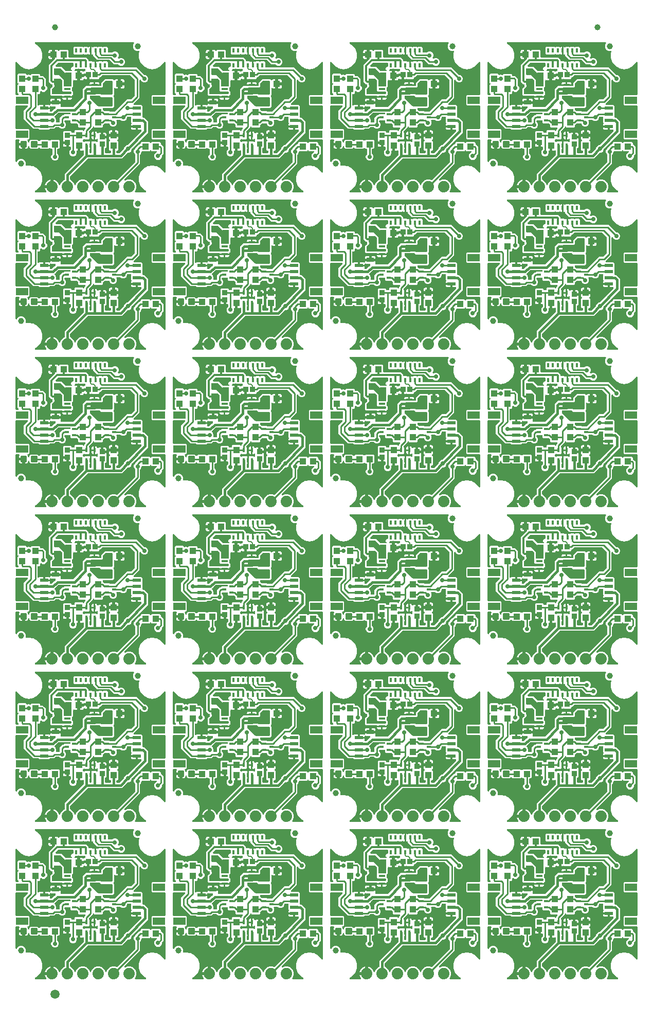
<source format=gtl>
G04 EAGLE Gerber RS-274X export*
G75*
%MOMM*%
%FSLAX34Y34*%
%LPD*%
%INTop Copper*%
%IPPOS*%
%AMOC8*
5,1,8,0,0,1.08239X$1,22.5*%
G01*
%ADD10C,1.000000*%
%ADD11R,0.900000X0.850000*%
%ADD12R,1.000000X1.100000*%
%ADD13R,0.400000X0.750000*%
%ADD14R,1.100000X1.000000*%
%ADD15C,1.879600*%
%ADD16R,2.000000X1.200000*%
%ADD17R,1.350000X0.600000*%
%ADD18C,0.300000*%
%ADD19R,0.650000X0.460000*%
%ADD20R,1.100000X0.400000*%
%ADD21R,1.200000X0.800000*%
%ADD22R,1.800000X0.800000*%
%ADD23R,0.350000X0.750000*%
%ADD24R,0.850000X0.900000*%
%ADD25C,1.500000*%
%ADD26C,0.736600*%
%ADD27C,0.254000*%
%ADD28C,0.203200*%
%ADD29C,0.406400*%
%ADD30C,0.355600*%
%ADD31C,0.304800*%

G36*
X994884Y521735D02*
X994884Y521735D01*
X995029Y521750D01*
X995041Y521755D01*
X995055Y521757D01*
X995190Y521810D01*
X995327Y521861D01*
X995338Y521869D01*
X995351Y521874D01*
X995468Y521959D01*
X995588Y522042D01*
X995597Y522052D01*
X995608Y522060D01*
X995701Y522173D01*
X995796Y522283D01*
X995802Y522295D01*
X995811Y522305D01*
X995872Y522437D01*
X995938Y522568D01*
X995940Y522581D01*
X995946Y522593D01*
X995973Y522735D01*
X996004Y522879D01*
X996003Y522892D01*
X996006Y522905D01*
X995997Y523050D01*
X995991Y523196D01*
X995987Y523209D01*
X995986Y523223D01*
X995941Y523361D01*
X995899Y523501D01*
X995892Y523513D01*
X995888Y523525D01*
X995810Y523649D01*
X995735Y523773D01*
X995725Y523783D01*
X995718Y523794D01*
X995612Y523894D01*
X995508Y523996D01*
X995493Y524006D01*
X995486Y524012D01*
X995472Y524020D01*
X995374Y524085D01*
X991416Y526370D01*
X986407Y532340D01*
X983741Y539663D01*
X983741Y547457D01*
X986407Y554780D01*
X991416Y560750D01*
X998165Y564646D01*
X1005840Y566000D01*
X1013515Y564646D01*
X1020264Y560750D01*
X1025301Y554747D01*
X1025302Y554745D01*
X1025338Y554695D01*
X1025367Y554640D01*
X1025431Y554567D01*
X1025488Y554488D01*
X1025536Y554449D01*
X1025578Y554402D01*
X1025658Y554347D01*
X1025733Y554285D01*
X1025790Y554259D01*
X1025841Y554224D01*
X1025933Y554191D01*
X1026021Y554150D01*
X1026082Y554138D01*
X1026141Y554117D01*
X1026238Y554108D01*
X1026334Y554090D01*
X1026396Y554094D01*
X1026457Y554088D01*
X1026554Y554104D01*
X1026651Y554110D01*
X1026710Y554129D01*
X1026771Y554139D01*
X1026861Y554178D01*
X1026953Y554208D01*
X1027006Y554241D01*
X1027063Y554266D01*
X1027140Y554326D01*
X1027222Y554378D01*
X1027265Y554423D01*
X1027314Y554461D01*
X1027373Y554538D01*
X1027440Y554610D01*
X1027470Y554664D01*
X1027508Y554713D01*
X1027547Y554803D01*
X1027594Y554888D01*
X1027609Y554948D01*
X1027634Y555005D01*
X1027649Y555102D01*
X1027673Y555196D01*
X1027680Y555300D01*
X1027683Y555319D01*
X1027682Y555331D01*
X1027683Y555357D01*
X1027683Y607350D01*
X1027668Y607468D01*
X1027661Y607587D01*
X1027648Y607625D01*
X1027643Y607666D01*
X1027600Y607776D01*
X1027563Y607889D01*
X1027541Y607924D01*
X1027526Y607961D01*
X1027457Y608057D01*
X1027393Y608158D01*
X1027363Y608186D01*
X1027340Y608219D01*
X1027248Y608295D01*
X1027161Y608376D01*
X1027126Y608396D01*
X1027095Y608421D01*
X1026987Y608472D01*
X1026883Y608530D01*
X1026843Y608540D01*
X1026807Y608557D01*
X1026690Y608579D01*
X1026575Y608609D01*
X1026515Y608613D01*
X1026495Y608617D01*
X1026474Y608615D01*
X1026414Y608619D01*
X1006138Y608619D01*
X1004649Y610108D01*
X1004649Y624212D01*
X1006138Y625701D01*
X1026414Y625701D01*
X1026532Y625716D01*
X1026651Y625723D01*
X1026689Y625736D01*
X1026730Y625741D01*
X1026840Y625784D01*
X1026953Y625821D01*
X1026988Y625843D01*
X1027025Y625858D01*
X1027121Y625927D01*
X1027222Y625991D01*
X1027250Y626021D01*
X1027283Y626044D01*
X1027359Y626136D01*
X1027440Y626223D01*
X1027460Y626258D01*
X1027485Y626289D01*
X1027536Y626397D01*
X1027594Y626501D01*
X1027604Y626541D01*
X1027621Y626577D01*
X1027643Y626694D01*
X1027673Y626809D01*
X1027677Y626869D01*
X1027681Y626889D01*
X1027679Y626910D01*
X1027683Y626970D01*
X1027683Y663350D01*
X1027668Y663468D01*
X1027661Y663587D01*
X1027648Y663625D01*
X1027643Y663666D01*
X1027600Y663776D01*
X1027563Y663889D01*
X1027541Y663924D01*
X1027526Y663961D01*
X1027457Y664057D01*
X1027393Y664158D01*
X1027363Y664186D01*
X1027340Y664219D01*
X1027248Y664295D01*
X1027161Y664376D01*
X1027126Y664396D01*
X1027095Y664421D01*
X1026987Y664472D01*
X1026883Y664530D01*
X1026843Y664540D01*
X1026807Y664557D01*
X1026690Y664579D01*
X1026575Y664609D01*
X1026515Y664613D01*
X1026495Y664617D01*
X1026474Y664615D01*
X1026414Y664619D01*
X1006138Y664619D01*
X1004649Y666108D01*
X1004649Y680212D01*
X1006138Y681701D01*
X1026414Y681701D01*
X1026532Y681716D01*
X1026651Y681723D01*
X1026689Y681736D01*
X1026730Y681741D01*
X1026840Y681784D01*
X1026953Y681821D01*
X1026988Y681843D01*
X1027025Y681858D01*
X1027121Y681927D01*
X1027222Y681991D01*
X1027250Y682021D01*
X1027283Y682044D01*
X1027359Y682136D01*
X1027440Y682223D01*
X1027460Y682258D01*
X1027485Y682289D01*
X1027536Y682397D01*
X1027594Y682501D01*
X1027604Y682541D01*
X1027621Y682577D01*
X1027643Y682694D01*
X1027673Y682809D01*
X1027677Y682869D01*
X1027681Y682889D01*
X1027679Y682910D01*
X1027683Y682970D01*
X1027683Y734963D01*
X1027671Y735060D01*
X1027668Y735158D01*
X1027661Y735182D01*
X1027661Y735188D01*
X1027651Y735218D01*
X1027643Y735279D01*
X1027608Y735369D01*
X1027581Y735463D01*
X1027549Y735517D01*
X1027526Y735575D01*
X1027469Y735653D01*
X1027420Y735738D01*
X1027376Y735782D01*
X1027340Y735832D01*
X1027264Y735894D01*
X1027196Y735963D01*
X1027142Y735995D01*
X1027095Y736035D01*
X1027006Y736076D01*
X1026923Y736126D01*
X1026863Y736144D01*
X1026807Y736170D01*
X1026711Y736189D01*
X1026618Y736216D01*
X1026555Y736218D01*
X1026495Y736230D01*
X1026397Y736224D01*
X1026300Y736227D01*
X1026239Y736214D01*
X1026177Y736210D01*
X1026085Y736180D01*
X1025989Y736159D01*
X1025934Y736131D01*
X1025875Y736112D01*
X1025792Y736060D01*
X1025705Y736016D01*
X1025658Y735975D01*
X1025606Y735942D01*
X1025551Y735883D01*
X1025541Y735876D01*
X1025530Y735863D01*
X1025466Y735807D01*
X1025431Y735756D01*
X1025388Y735710D01*
X1025357Y735654D01*
X1025338Y735631D01*
X1025323Y735600D01*
X1020264Y729570D01*
X1013515Y725674D01*
X1005840Y724320D01*
X998165Y725674D01*
X991416Y729570D01*
X986407Y735540D01*
X983741Y742863D01*
X983741Y750657D01*
X984505Y752756D01*
X984510Y752777D01*
X984520Y752797D01*
X984545Y752932D01*
X984576Y753066D01*
X984575Y753088D01*
X984579Y753110D01*
X984571Y753246D01*
X984567Y753384D01*
X984561Y753405D01*
X984560Y753427D01*
X984517Y753557D01*
X984479Y753690D01*
X984468Y753709D01*
X984462Y753729D01*
X984388Y753846D01*
X984319Y753964D01*
X984303Y753980D01*
X984291Y753998D01*
X984191Y754092D01*
X984095Y754190D01*
X984076Y754201D01*
X984060Y754216D01*
X983939Y754282D01*
X983822Y754353D01*
X983801Y754359D01*
X983781Y754370D01*
X983649Y754404D01*
X983517Y754443D01*
X983495Y754444D01*
X983473Y754449D01*
X983313Y754459D01*
X980210Y754459D01*
X977439Y755607D01*
X975317Y757729D01*
X974169Y760500D01*
X974169Y763500D01*
X975317Y766271D01*
X975482Y766436D01*
X975568Y766546D01*
X975656Y766653D01*
X975665Y766672D01*
X975677Y766688D01*
X975733Y766816D01*
X975792Y766941D01*
X975796Y766961D01*
X975804Y766980D01*
X975825Y767117D01*
X975852Y767254D01*
X975850Y767274D01*
X975853Y767294D01*
X975840Y767432D01*
X975832Y767571D01*
X975826Y767590D01*
X975824Y767610D01*
X975777Y767742D01*
X975734Y767873D01*
X975723Y767891D01*
X975716Y767910D01*
X975638Y768025D01*
X975564Y768142D01*
X975549Y768156D01*
X975538Y768173D01*
X975433Y768265D01*
X975332Y768360D01*
X975314Y768370D01*
X975299Y768383D01*
X975175Y768447D01*
X975053Y768514D01*
X975034Y768519D01*
X975016Y768528D01*
X974880Y768558D01*
X974746Y768593D01*
X974718Y768595D01*
X974706Y768598D01*
X974685Y768597D01*
X974585Y768603D01*
X813741Y768603D01*
X813596Y768585D01*
X813451Y768570D01*
X813439Y768565D01*
X813425Y768563D01*
X813290Y768510D01*
X813153Y768459D01*
X813142Y768451D01*
X813129Y768446D01*
X813012Y768361D01*
X812892Y768278D01*
X812883Y768268D01*
X812872Y768260D01*
X812779Y768147D01*
X812684Y768037D01*
X812678Y768025D01*
X812669Y768015D01*
X812608Y767883D01*
X812542Y767752D01*
X812540Y767739D01*
X812534Y767727D01*
X812507Y767585D01*
X812476Y767441D01*
X812477Y767428D01*
X812474Y767415D01*
X812483Y767270D01*
X812489Y767124D01*
X812493Y767111D01*
X812494Y767097D01*
X812539Y766959D01*
X812581Y766819D01*
X812588Y766807D01*
X812592Y766795D01*
X812670Y766671D01*
X812745Y766547D01*
X812755Y766537D01*
X812762Y766526D01*
X812868Y766426D01*
X812972Y766324D01*
X812987Y766314D01*
X812994Y766308D01*
X813008Y766300D01*
X813106Y766235D01*
X817064Y763950D01*
X822073Y757980D01*
X824739Y750657D01*
X824739Y742863D01*
X822073Y735540D01*
X817064Y729570D01*
X810315Y725674D01*
X802640Y724320D01*
X794965Y725674D01*
X788216Y729570D01*
X783179Y735573D01*
X783178Y735575D01*
X783142Y735625D01*
X783113Y735680D01*
X783064Y735736D01*
X783049Y735759D01*
X783034Y735773D01*
X782992Y735832D01*
X782944Y735871D01*
X782902Y735918D01*
X782824Y735971D01*
X782818Y735977D01*
X782814Y735979D01*
X782747Y736035D01*
X782690Y736061D01*
X782639Y736096D01*
X782547Y736129D01*
X782459Y736170D01*
X782398Y736182D01*
X782339Y736203D01*
X782242Y736212D01*
X782146Y736230D01*
X782084Y736226D01*
X782023Y736232D01*
X781926Y736216D01*
X781829Y736210D01*
X781770Y736191D01*
X781709Y736181D01*
X781619Y736142D01*
X781527Y736112D01*
X781474Y736079D01*
X781417Y736054D01*
X781340Y735994D01*
X781258Y735942D01*
X781215Y735897D01*
X781166Y735859D01*
X781107Y735782D01*
X781040Y735710D01*
X781010Y735656D01*
X780972Y735607D01*
X780933Y735517D01*
X780886Y735432D01*
X780871Y735372D01*
X780846Y735315D01*
X780831Y735218D01*
X780807Y735124D01*
X780802Y735045D01*
X780799Y735031D01*
X780800Y735018D01*
X780797Y735001D01*
X780798Y734989D01*
X780797Y734963D01*
X780797Y682970D01*
X780812Y682852D01*
X780819Y682733D01*
X780832Y682695D01*
X780837Y682654D01*
X780880Y682544D01*
X780917Y682431D01*
X780939Y682396D01*
X780954Y682359D01*
X781023Y682263D01*
X781087Y682162D01*
X781117Y682134D01*
X781140Y682101D01*
X781232Y682025D01*
X781319Y681944D01*
X781354Y681924D01*
X781385Y681899D01*
X781493Y681848D01*
X781597Y681790D01*
X781637Y681780D01*
X781673Y681763D01*
X781790Y681741D01*
X781905Y681711D01*
X781965Y681707D01*
X781985Y681703D01*
X782006Y681705D01*
X782066Y681701D01*
X784638Y681701D01*
X784775Y681718D01*
X784914Y681731D01*
X784933Y681738D01*
X784953Y681741D01*
X785082Y681792D01*
X785214Y681839D01*
X785230Y681850D01*
X785249Y681858D01*
X785362Y681939D01*
X785477Y682017D01*
X785490Y682033D01*
X785506Y682044D01*
X785595Y682152D01*
X785687Y682256D01*
X785696Y682274D01*
X785709Y682289D01*
X785769Y682415D01*
X785832Y682539D01*
X785836Y682559D01*
X785845Y682577D01*
X785871Y682714D01*
X785901Y682849D01*
X785901Y682870D01*
X785905Y682889D01*
X785896Y683028D01*
X785892Y683167D01*
X785886Y683187D01*
X785885Y683207D01*
X785842Y683339D01*
X785803Y683473D01*
X785793Y683490D01*
X785787Y683509D01*
X785712Y683627D01*
X785642Y683747D01*
X785623Y683768D01*
X785617Y683778D01*
X785602Y683792D01*
X785535Y683867D01*
X784177Y685226D01*
X784177Y698330D01*
X785227Y699380D01*
X785300Y699475D01*
X785379Y699564D01*
X785398Y699600D01*
X785422Y699632D01*
X785470Y699741D01*
X785524Y699847D01*
X785533Y699886D01*
X785549Y699924D01*
X785567Y700041D01*
X785593Y700157D01*
X785592Y700198D01*
X785598Y700238D01*
X785587Y700356D01*
X785584Y700475D01*
X785572Y700514D01*
X785569Y700554D01*
X785528Y700667D01*
X785495Y700781D01*
X785475Y700815D01*
X785461Y700854D01*
X785394Y700952D01*
X785334Y701055D01*
X785294Y701100D01*
X785282Y701117D01*
X785267Y701130D01*
X785227Y701175D01*
X784177Y702226D01*
X784177Y715330D01*
X785666Y716819D01*
X797770Y716819D01*
X799372Y715217D01*
X799395Y715199D01*
X799415Y715176D01*
X799521Y715102D01*
X799623Y715022D01*
X799651Y715010D01*
X799675Y714993D01*
X799796Y714947D01*
X799915Y714896D01*
X799944Y714891D01*
X799972Y714881D01*
X800101Y714866D01*
X800229Y714846D01*
X800259Y714849D01*
X800288Y714845D01*
X800417Y714864D01*
X800546Y714876D01*
X800574Y714886D01*
X800603Y714890D01*
X800755Y714942D01*
X801228Y715138D01*
X803704Y715138D01*
X804602Y714766D01*
X804631Y714758D01*
X804657Y714744D01*
X804784Y714716D01*
X804909Y714682D01*
X804939Y714681D01*
X804967Y714675D01*
X805097Y714679D01*
X805227Y714677D01*
X805256Y714683D01*
X805285Y714684D01*
X805410Y714720D01*
X805536Y714751D01*
X805563Y714765D01*
X805591Y714773D01*
X805702Y714839D01*
X805817Y714899D01*
X805839Y714919D01*
X805865Y714934D01*
X805986Y715041D01*
X807510Y716565D01*
X819614Y716565D01*
X821103Y715076D01*
X821103Y714248D01*
X821118Y714130D01*
X821125Y714011D01*
X821138Y713973D01*
X821143Y713932D01*
X821186Y713822D01*
X821223Y713709D01*
X821245Y713674D01*
X821260Y713637D01*
X821330Y713540D01*
X821393Y713440D01*
X821423Y713412D01*
X821446Y713379D01*
X821538Y713303D01*
X821625Y713222D01*
X821660Y713202D01*
X821691Y713177D01*
X821799Y713126D01*
X821903Y713068D01*
X821943Y713058D01*
X821979Y713041D01*
X822096Y713019D01*
X822211Y712989D01*
X822271Y712985D01*
X822291Y712981D01*
X822312Y712983D01*
X822372Y712979D01*
X825808Y712979D01*
X827723Y711064D01*
X830327Y708460D01*
X830327Y698683D01*
X830339Y698585D01*
X830342Y698485D01*
X830359Y698427D01*
X830367Y698367D01*
X830403Y698275D01*
X830431Y698180D01*
X830461Y698128D01*
X830484Y698071D01*
X830542Y697991D01*
X830592Y697906D01*
X830658Y697831D01*
X830670Y697814D01*
X830680Y697806D01*
X830698Y697785D01*
X831792Y696691D01*
X832740Y694404D01*
X832740Y691928D01*
X831792Y689641D01*
X830041Y687890D01*
X827754Y686942D01*
X825278Y686942D01*
X822858Y687945D01*
X822810Y687958D01*
X822765Y687979D01*
X822657Y688000D01*
X822551Y688029D01*
X822501Y688030D01*
X822452Y688039D01*
X822343Y688032D01*
X822233Y688034D01*
X822185Y688022D01*
X822135Y688019D01*
X822031Y687985D01*
X821924Y687960D01*
X821880Y687936D01*
X821833Y687921D01*
X821740Y687862D01*
X821643Y687811D01*
X821606Y687778D01*
X821564Y687751D01*
X821489Y687671D01*
X821407Y687597D01*
X821380Y687555D01*
X821346Y687519D01*
X821293Y687423D01*
X821233Y687331D01*
X821216Y687284D01*
X821192Y687241D01*
X821165Y687135D01*
X821129Y687030D01*
X821125Y686981D01*
X821113Y686933D01*
X821103Y686772D01*
X821103Y684972D01*
X819614Y683483D01*
X818388Y683483D01*
X818270Y683468D01*
X818151Y683461D01*
X818113Y683448D01*
X818072Y683443D01*
X817962Y683400D01*
X817849Y683363D01*
X817814Y683341D01*
X817777Y683326D01*
X817681Y683257D01*
X817580Y683193D01*
X817552Y683163D01*
X817519Y683140D01*
X817443Y683048D01*
X817362Y682961D01*
X817342Y682926D01*
X817317Y682895D01*
X817266Y682787D01*
X817208Y682683D01*
X817198Y682643D01*
X817181Y682607D01*
X817159Y682490D01*
X817129Y682375D01*
X817125Y682315D01*
X817121Y682295D01*
X817123Y682274D01*
X817119Y682214D01*
X817119Y665646D01*
X817136Y665508D01*
X817149Y665370D01*
X817156Y665351D01*
X817159Y665331D01*
X817210Y665201D01*
X817257Y665070D01*
X817268Y665054D01*
X817276Y665035D01*
X817357Y664922D01*
X817435Y664807D01*
X817451Y664794D01*
X817462Y664778D01*
X817570Y664689D01*
X817674Y664597D01*
X817692Y664588D01*
X817707Y664575D01*
X817833Y664515D01*
X817957Y664452D01*
X817977Y664448D01*
X817995Y664439D01*
X818131Y664413D01*
X818267Y664383D01*
X818288Y664383D01*
X818307Y664379D01*
X818446Y664388D01*
X818585Y664392D01*
X818605Y664398D01*
X818625Y664399D01*
X818757Y664442D01*
X818891Y664481D01*
X818908Y664491D01*
X818927Y664497D01*
X819045Y664571D01*
X819165Y664642D01*
X819186Y664661D01*
X819196Y664667D01*
X819210Y664682D01*
X819286Y664749D01*
X819730Y665193D01*
X820309Y665528D01*
X820956Y665701D01*
X826541Y665701D01*
X826541Y660390D01*
X826556Y660272D01*
X826563Y660153D01*
X826575Y660115D01*
X826581Y660075D01*
X826624Y659964D01*
X826661Y659851D01*
X826683Y659817D01*
X826698Y659779D01*
X826767Y659683D01*
X826831Y659582D01*
X826861Y659554D01*
X826884Y659522D01*
X826976Y659446D01*
X827063Y659364D01*
X827098Y659345D01*
X827129Y659319D01*
X827173Y659299D01*
X827228Y659222D01*
X827291Y659122D01*
X827321Y659094D01*
X827345Y659061D01*
X827436Y658985D01*
X827523Y658904D01*
X827558Y658884D01*
X827590Y658859D01*
X827697Y658808D01*
X827802Y658750D01*
X827841Y658740D01*
X827877Y658723D01*
X827994Y658701D01*
X828110Y658671D01*
X828170Y658667D01*
X828190Y658663D01*
X828210Y658665D01*
X828270Y658661D01*
X837331Y658661D01*
X837331Y656826D01*
X837198Y656331D01*
X837181Y656206D01*
X837157Y656082D01*
X837159Y656049D01*
X837155Y656015D01*
X837169Y655890D01*
X837177Y655765D01*
X837188Y655733D01*
X837191Y655700D01*
X837237Y655582D01*
X837275Y655463D01*
X837293Y655434D01*
X837305Y655403D01*
X837378Y655300D01*
X837445Y655194D01*
X837470Y655171D01*
X837489Y655143D01*
X837585Y655062D01*
X837677Y654976D01*
X837706Y654960D01*
X837732Y654938D01*
X837845Y654883D01*
X837955Y654822D01*
X837988Y654814D01*
X838018Y654799D01*
X838142Y654774D01*
X838263Y654743D01*
X838312Y654740D01*
X838330Y654736D01*
X838352Y654737D01*
X838424Y654733D01*
X840018Y654733D01*
X840116Y654745D01*
X840215Y654748D01*
X840274Y654765D01*
X840334Y654773D01*
X840426Y654809D01*
X840521Y654837D01*
X840573Y654867D01*
X840629Y654890D01*
X840709Y654948D01*
X840795Y654998D01*
X840870Y655064D01*
X840887Y655076D01*
X840895Y655086D01*
X840916Y655104D01*
X844686Y658874D01*
X846538Y660726D01*
X846623Y660836D01*
X846712Y660943D01*
X846720Y660962D01*
X846733Y660978D01*
X846788Y661106D01*
X846847Y661231D01*
X846851Y661251D01*
X846859Y661270D01*
X846881Y661407D01*
X846907Y661543D01*
X846906Y661564D01*
X846909Y661584D01*
X846896Y661723D01*
X846887Y661861D01*
X846881Y661880D01*
X846879Y661900D01*
X846832Y662032D01*
X846789Y662163D01*
X846778Y662181D01*
X846771Y662200D01*
X846693Y662315D01*
X846619Y662432D01*
X846604Y662446D01*
X846593Y662463D01*
X846489Y662555D01*
X846387Y662650D01*
X846370Y662660D01*
X846354Y662673D01*
X846230Y662737D01*
X846109Y662804D01*
X846089Y662809D01*
X846071Y662818D01*
X845935Y662848D01*
X845801Y662883D01*
X845773Y662885D01*
X845761Y662887D01*
X845740Y662887D01*
X845640Y662893D01*
X840502Y662893D01*
X839855Y663066D01*
X839235Y663425D01*
X839112Y663476D01*
X838993Y663533D01*
X838966Y663538D01*
X838941Y663548D01*
X838810Y663567D01*
X838680Y663592D01*
X838654Y663591D01*
X838627Y663595D01*
X838495Y663581D01*
X838363Y663573D01*
X838337Y663564D01*
X838311Y663561D01*
X838186Y663515D01*
X838061Y663475D01*
X838038Y663460D01*
X838012Y663451D01*
X837903Y663375D01*
X837792Y663304D01*
X837773Y663285D01*
X837751Y663269D01*
X837665Y663169D01*
X837574Y663073D01*
X837561Y663049D01*
X837543Y663029D01*
X837484Y662910D01*
X837420Y662794D01*
X837414Y662768D01*
X837402Y662744D01*
X837374Y662614D01*
X837341Y662486D01*
X837339Y662448D01*
X837335Y662433D01*
X837336Y662411D01*
X837331Y662326D01*
X837331Y661659D01*
X829539Y661659D01*
X829539Y665701D01*
X835124Y665701D01*
X835771Y665528D01*
X836391Y665169D01*
X836514Y665118D01*
X836633Y665061D01*
X836660Y665056D01*
X836685Y665046D01*
X836816Y665027D01*
X836946Y665002D01*
X836972Y665003D01*
X836999Y664999D01*
X837131Y665013D01*
X837263Y665021D01*
X837289Y665030D01*
X837315Y665033D01*
X837440Y665079D01*
X837565Y665119D01*
X837588Y665134D01*
X837614Y665143D01*
X837723Y665219D01*
X837834Y665290D01*
X837853Y665309D01*
X837875Y665325D01*
X837961Y665425D01*
X838052Y665521D01*
X838065Y665545D01*
X838083Y665565D01*
X838142Y665684D01*
X838206Y665800D01*
X838212Y665826D01*
X838224Y665850D01*
X838252Y665980D01*
X838285Y666108D01*
X838287Y666146D01*
X838291Y666161D01*
X838290Y666183D01*
X838295Y666268D01*
X838295Y667435D01*
X846106Y667435D01*
X846224Y667450D01*
X846343Y667457D01*
X846381Y667469D01*
X846421Y667475D01*
X846532Y667518D01*
X846645Y667555D01*
X846679Y667577D01*
X846717Y667592D01*
X846813Y667661D01*
X846830Y667672D01*
X846854Y667658D01*
X846886Y667633D01*
X846993Y667582D01*
X847098Y667524D01*
X847137Y667514D01*
X847173Y667497D01*
X847290Y667475D01*
X847406Y667445D01*
X847466Y667441D01*
X847486Y667437D01*
X847506Y667439D01*
X847566Y667435D01*
X855377Y667435D01*
X855377Y665100D01*
X855204Y664453D01*
X854843Y663829D01*
X854792Y663706D01*
X854735Y663587D01*
X854730Y663560D01*
X854720Y663535D01*
X854700Y663404D01*
X854675Y663274D01*
X854677Y663248D01*
X854673Y663221D01*
X854687Y663089D01*
X854695Y662957D01*
X854703Y662931D01*
X854706Y662905D01*
X854752Y662780D01*
X854793Y662655D01*
X854808Y662632D01*
X854817Y662606D01*
X854893Y662498D01*
X854963Y662386D01*
X854983Y662367D01*
X854998Y662345D01*
X855098Y662259D01*
X855195Y662168D01*
X855219Y662155D01*
X855239Y662137D01*
X855357Y662078D01*
X855473Y662014D01*
X855500Y662008D01*
X855524Y661996D01*
X855653Y661968D01*
X855781Y661935D01*
X855819Y661933D01*
X855835Y661929D01*
X855857Y661930D01*
X855942Y661925D01*
X875150Y661925D01*
X875248Y661937D01*
X875347Y661940D01*
X875406Y661957D01*
X875466Y661965D01*
X875558Y662001D01*
X875653Y662029D01*
X875705Y662059D01*
X875761Y662082D01*
X875842Y662140D01*
X875927Y662190D01*
X876002Y662256D01*
X876019Y662268D01*
X876027Y662278D01*
X876048Y662296D01*
X890914Y677162D01*
X890974Y677241D01*
X891042Y677313D01*
X891071Y677366D01*
X891108Y677414D01*
X891148Y677505D01*
X891196Y677591D01*
X891211Y677650D01*
X891235Y677705D01*
X891250Y677803D01*
X891275Y677899D01*
X891281Y677999D01*
X891285Y678020D01*
X891283Y678032D01*
X891285Y678060D01*
X891285Y691504D01*
X896198Y696417D01*
X901428Y696417D01*
X901546Y696432D01*
X901665Y696439D01*
X901703Y696452D01*
X901744Y696457D01*
X901854Y696500D01*
X901967Y696537D01*
X902002Y696559D01*
X902039Y696574D01*
X902135Y696643D01*
X902236Y696707D01*
X902264Y696737D01*
X902297Y696760D01*
X902373Y696852D01*
X902454Y696939D01*
X902474Y696974D01*
X902499Y697005D01*
X902532Y697075D01*
X910738Y697075D01*
X918973Y697075D01*
X919005Y697031D01*
X919069Y696930D01*
X919099Y696902D01*
X919122Y696869D01*
X919214Y696793D01*
X919301Y696712D01*
X919336Y696692D01*
X919367Y696667D01*
X919475Y696616D01*
X919579Y696558D01*
X919619Y696548D01*
X919655Y696531D01*
X919772Y696509D01*
X919887Y696479D01*
X919947Y696475D01*
X919967Y696471D01*
X919988Y696473D01*
X920048Y696469D01*
X920750Y696469D01*
X920868Y696484D01*
X920987Y696491D01*
X921025Y696504D01*
X921066Y696509D01*
X921176Y696552D01*
X921289Y696589D01*
X921324Y696611D01*
X921361Y696626D01*
X921457Y696695D01*
X921558Y696759D01*
X921586Y696789D01*
X921619Y696812D01*
X921695Y696904D01*
X921776Y696991D01*
X921796Y697026D01*
X921821Y697057D01*
X921872Y697165D01*
X921930Y697269D01*
X921940Y697309D01*
X921957Y697345D01*
X921979Y697462D01*
X922009Y697577D01*
X922013Y697637D01*
X922017Y697657D01*
X922015Y697678D01*
X922019Y697738D01*
X922019Y701751D01*
X928167Y707899D01*
X940940Y707899D01*
X940961Y707893D01*
X941017Y707869D01*
X941115Y707854D01*
X941210Y707829D01*
X941310Y707823D01*
X941331Y707819D01*
X941343Y707821D01*
X941371Y707819D01*
X941408Y707819D01*
X942459Y706769D01*
X942553Y706696D01*
X942642Y706617D01*
X942678Y706598D01*
X942710Y706574D01*
X942819Y706526D01*
X942925Y706472D01*
X942964Y706463D01*
X943002Y706447D01*
X943119Y706429D01*
X943235Y706403D01*
X943276Y706404D01*
X943316Y706397D01*
X943434Y706409D01*
X943553Y706412D01*
X943592Y706424D01*
X943632Y706427D01*
X943744Y706468D01*
X943859Y706501D01*
X943894Y706521D01*
X943932Y706535D01*
X944030Y706602D01*
X944133Y706662D01*
X944178Y706702D01*
X944195Y706713D01*
X944208Y706729D01*
X944254Y706769D01*
X944796Y707311D01*
X945375Y707646D01*
X946022Y707819D01*
X949357Y707819D01*
X949357Y701508D01*
X949372Y701390D01*
X949379Y701271D01*
X949391Y701233D01*
X949397Y701193D01*
X949440Y701082D01*
X949477Y700969D01*
X949499Y700935D01*
X949514Y700897D01*
X949583Y700801D01*
X949647Y700700D01*
X949677Y700672D01*
X949700Y700640D01*
X949792Y700564D01*
X949879Y700482D01*
X949914Y700463D01*
X949945Y700437D01*
X950053Y700386D01*
X950157Y700329D01*
X950197Y700319D01*
X950233Y700301D01*
X950340Y700281D01*
X950310Y700277D01*
X950200Y700233D01*
X950087Y700197D01*
X950052Y700175D01*
X950015Y700160D01*
X949918Y700090D01*
X949818Y700027D01*
X949790Y699997D01*
X949757Y699973D01*
X949681Y699882D01*
X949600Y699795D01*
X949580Y699760D01*
X949555Y699728D01*
X949504Y699621D01*
X949446Y699516D01*
X949436Y699477D01*
X949419Y699441D01*
X949397Y699324D01*
X949367Y699208D01*
X949363Y699148D01*
X949359Y699128D01*
X949361Y699108D01*
X949357Y699048D01*
X949357Y692737D01*
X946022Y692737D01*
X945375Y692910D01*
X944753Y693270D01*
X944630Y693321D01*
X944511Y693378D01*
X944484Y693383D01*
X944459Y693393D01*
X944328Y693413D01*
X944198Y693437D01*
X944172Y693436D01*
X944145Y693440D01*
X944013Y693426D01*
X943881Y693418D01*
X943855Y693409D01*
X943829Y693407D01*
X943704Y693360D01*
X943579Y693320D01*
X943556Y693305D01*
X943530Y693296D01*
X943421Y693220D01*
X943310Y693150D01*
X943291Y693130D01*
X943269Y693114D01*
X943183Y693014D01*
X943092Y692918D01*
X943079Y692894D01*
X943061Y692874D01*
X943002Y692755D01*
X942938Y692639D01*
X942932Y692613D01*
X942920Y692589D01*
X942892Y692460D01*
X942859Y692331D01*
X942857Y692293D01*
X942853Y692278D01*
X942854Y692256D01*
X942849Y692171D01*
X942849Y681941D01*
X942842Y681926D01*
X942794Y681840D01*
X942779Y681781D01*
X942755Y681725D01*
X942740Y681627D01*
X942715Y681532D01*
X942709Y681432D01*
X942705Y681411D01*
X942707Y681399D01*
X942705Y681371D01*
X942705Y681366D01*
X942183Y680844D01*
X942110Y680750D01*
X942031Y680661D01*
X942013Y680625D01*
X941988Y680593D01*
X941941Y680483D01*
X941887Y680377D01*
X941878Y680338D01*
X941862Y680301D01*
X941843Y680183D01*
X941817Y680067D01*
X941818Y680027D01*
X941812Y679987D01*
X941823Y679868D01*
X941827Y679749D01*
X941838Y679710D01*
X941842Y679670D01*
X941882Y679558D01*
X941915Y679444D01*
X941936Y679409D01*
X941949Y679371D01*
X942016Y679272D01*
X942077Y679170D01*
X942116Y679125D01*
X942128Y679108D01*
X942143Y679094D01*
X942183Y679049D01*
X942849Y678383D01*
X942849Y662737D01*
X940765Y660653D01*
X925750Y660653D01*
X925632Y660638D01*
X925513Y660631D01*
X925475Y660618D01*
X925434Y660613D01*
X925324Y660570D01*
X925211Y660533D01*
X925176Y660511D01*
X925139Y660496D01*
X925043Y660427D01*
X924942Y660363D01*
X924914Y660333D01*
X924881Y660310D01*
X924805Y660218D01*
X924724Y660131D01*
X924704Y660096D01*
X924679Y660065D01*
X924628Y659957D01*
X924570Y659853D01*
X924560Y659813D01*
X924543Y659777D01*
X924521Y659660D01*
X924491Y659545D01*
X924487Y659485D01*
X924483Y659465D01*
X924485Y659444D01*
X924481Y659384D01*
X924481Y658520D01*
X924493Y658422D01*
X924496Y658323D01*
X924513Y658265D01*
X924521Y658205D01*
X924557Y658113D01*
X924585Y658017D01*
X924615Y657965D01*
X924638Y657909D01*
X924696Y657829D01*
X924746Y657744D01*
X924812Y657668D01*
X924824Y657652D01*
X924834Y657644D01*
X924852Y657623D01*
X927103Y655372D01*
X927181Y655312D01*
X927253Y655244D01*
X927306Y655215D01*
X927354Y655178D01*
X927445Y655138D01*
X927532Y655090D01*
X927590Y655075D01*
X927646Y655051D01*
X927744Y655036D01*
X927840Y655011D01*
X927940Y655005D01*
X927960Y655001D01*
X927972Y655003D01*
X928000Y655001D01*
X935642Y655001D01*
X935793Y654851D01*
X935871Y654790D01*
X935943Y654722D01*
X935996Y654693D01*
X936044Y654656D01*
X936135Y654616D01*
X936222Y654568D01*
X936280Y654553D01*
X936336Y654529D01*
X936434Y654514D01*
X936529Y654489D01*
X936629Y654483D01*
X936650Y654479D01*
X936662Y654481D01*
X936690Y654479D01*
X943298Y654479D01*
X943396Y654491D01*
X943495Y654494D01*
X943553Y654511D01*
X943613Y654519D01*
X943705Y654555D01*
X943801Y654583D01*
X943853Y654613D01*
X943909Y654636D01*
X943989Y654694D01*
X944074Y654744D01*
X944150Y654810D01*
X944166Y654822D01*
X944174Y654832D01*
X944195Y654850D01*
X963970Y674625D01*
X970716Y674625D01*
X970814Y674637D01*
X970913Y674640D01*
X970971Y674657D01*
X971031Y674665D01*
X971123Y674701D01*
X971219Y674729D01*
X971271Y674759D01*
X971327Y674782D01*
X971407Y674840D01*
X971492Y674890D01*
X971568Y674956D01*
X971584Y674968D01*
X971592Y674978D01*
X971613Y674996D01*
X977020Y680403D01*
X977080Y680481D01*
X977148Y680553D01*
X977177Y680606D01*
X977214Y680654D01*
X977254Y680745D01*
X977302Y680832D01*
X977317Y680890D01*
X977341Y680946D01*
X977356Y681044D01*
X977381Y681140D01*
X977387Y681240D01*
X977391Y681260D01*
X977389Y681272D01*
X977391Y681300D01*
X977391Y706302D01*
X977379Y706400D01*
X977376Y706499D01*
X977359Y706557D01*
X977351Y706617D01*
X977315Y706709D01*
X977287Y706805D01*
X977257Y706857D01*
X977234Y706913D01*
X977176Y706993D01*
X977126Y707078D01*
X977060Y707154D01*
X977048Y707170D01*
X977038Y707178D01*
X977020Y707199D01*
X970343Y713876D01*
X970265Y713936D01*
X970193Y714004D01*
X970140Y714033D01*
X970092Y714070D01*
X970001Y714110D01*
X969914Y714158D01*
X969856Y714173D01*
X969800Y714197D01*
X969702Y714212D01*
X969606Y714237D01*
X969506Y714243D01*
X969486Y714247D01*
X969474Y714245D01*
X969446Y714247D01*
X923616Y714247D01*
X923518Y714235D01*
X923419Y714232D01*
X923361Y714215D01*
X923301Y714207D01*
X923209Y714171D01*
X923113Y714143D01*
X923061Y714113D01*
X923005Y714090D01*
X922925Y714032D01*
X922840Y713982D01*
X922764Y713916D01*
X922748Y713904D01*
X922740Y713894D01*
X922719Y713876D01*
X920296Y711453D01*
X920132Y711453D01*
X920014Y711438D01*
X919895Y711431D01*
X919857Y711418D01*
X919816Y711413D01*
X919706Y711370D01*
X919593Y711333D01*
X919558Y711311D01*
X919521Y711296D01*
X919425Y711227D01*
X919324Y711163D01*
X919296Y711133D01*
X919263Y711110D01*
X919187Y711018D01*
X919106Y710931D01*
X919086Y710896D01*
X919061Y710865D01*
X919010Y710757D01*
X918952Y710653D01*
X918942Y710613D01*
X918925Y710577D01*
X918903Y710460D01*
X918873Y710345D01*
X918869Y710285D01*
X918865Y710265D01*
X918867Y710244D01*
X918863Y710184D01*
X918863Y709712D01*
X917374Y708223D01*
X906728Y708223D01*
X906717Y708229D01*
X906675Y708262D01*
X906578Y708304D01*
X906484Y708354D01*
X906432Y708367D01*
X906383Y708388D01*
X906278Y708405D01*
X906176Y708430D01*
X906122Y708430D01*
X906069Y708438D01*
X905964Y708428D01*
X905858Y708427D01*
X905774Y708410D01*
X905752Y708408D01*
X905737Y708403D01*
X905700Y708396D01*
X905056Y708223D01*
X902596Y708223D01*
X902596Y714409D01*
X902581Y714527D01*
X902574Y714646D01*
X902561Y714684D01*
X902556Y714724D01*
X902513Y714835D01*
X902476Y714948D01*
X902454Y714982D01*
X902439Y715020D01*
X902370Y715116D01*
X902306Y715217D01*
X902276Y715245D01*
X902253Y715277D01*
X902161Y715353D01*
X902074Y715435D01*
X902039Y715454D01*
X902008Y715480D01*
X901900Y715531D01*
X901796Y715588D01*
X901756Y715598D01*
X901720Y715616D01*
X901603Y715638D01*
X901488Y715668D01*
X901428Y715672D01*
X901408Y715675D01*
X901387Y715674D01*
X901327Y715678D01*
X900886Y715678D01*
X900886Y716119D01*
X900871Y716237D01*
X900864Y716356D01*
X900851Y716394D01*
X900846Y716435D01*
X900802Y716545D01*
X900766Y716658D01*
X900744Y716693D01*
X900729Y716730D01*
X900659Y716826D01*
X900596Y716927D01*
X900566Y716955D01*
X900542Y716988D01*
X900451Y717064D01*
X900364Y717145D01*
X900329Y717165D01*
X900297Y717190D01*
X900190Y717241D01*
X900085Y717299D01*
X900046Y717309D01*
X900010Y717326D01*
X899893Y717348D01*
X899777Y717378D01*
X899717Y717382D01*
X899697Y717386D01*
X899677Y717384D01*
X899617Y717388D01*
X894110Y717388D01*
X893992Y717373D01*
X893873Y717366D01*
X893835Y717353D01*
X893794Y717348D01*
X893684Y717305D01*
X893571Y717268D01*
X893536Y717246D01*
X893499Y717231D01*
X893403Y717162D01*
X893302Y717098D01*
X893274Y717068D01*
X893241Y717045D01*
X893165Y716953D01*
X893084Y716866D01*
X893064Y716831D01*
X893039Y716800D01*
X892988Y716692D01*
X892930Y716588D01*
X892920Y716548D01*
X892903Y716512D01*
X892881Y716395D01*
X892851Y716280D01*
X892847Y716220D01*
X892843Y716200D01*
X892845Y716179D01*
X892841Y716119D01*
X892841Y715985D01*
X887299Y715985D01*
X887299Y721027D01*
X890634Y721027D01*
X891281Y720854D01*
X891860Y720519D01*
X891872Y720507D01*
X891971Y720430D01*
X892067Y720348D01*
X892097Y720333D01*
X892123Y720312D01*
X892239Y720262D01*
X892351Y720206D01*
X892384Y720199D01*
X892415Y720186D01*
X892539Y720166D01*
X892662Y720140D01*
X892696Y720141D01*
X892729Y720136D01*
X892854Y720148D01*
X892980Y720153D01*
X893012Y720162D01*
X893046Y720166D01*
X893164Y720208D01*
X893285Y720244D01*
X893314Y720262D01*
X893345Y720273D01*
X893449Y720344D01*
X893557Y720409D01*
X893581Y720433D01*
X893608Y720452D01*
X893692Y720546D01*
X893780Y720636D01*
X893807Y720676D01*
X893819Y720690D01*
X893829Y720709D01*
X893869Y720770D01*
X894189Y721324D01*
X894662Y721797D01*
X895361Y722201D01*
X895367Y722203D01*
X895370Y722205D01*
X895374Y722207D01*
X895381Y722212D01*
X895386Y722215D01*
X895422Y722242D01*
X895497Y722298D01*
X895624Y722390D01*
X895627Y722393D01*
X895630Y722395D01*
X895726Y722513D01*
X895827Y722635D01*
X895829Y722638D01*
X895831Y722641D01*
X895896Y722782D01*
X895962Y722923D01*
X895963Y722926D01*
X895965Y722930D01*
X895993Y723083D01*
X896022Y723235D01*
X896022Y723239D01*
X896023Y723243D01*
X896012Y723397D01*
X896002Y723552D01*
X896001Y723556D01*
X896001Y723560D01*
X895952Y723707D01*
X895904Y723855D01*
X895902Y723858D01*
X895901Y723862D01*
X895820Y723989D01*
X895734Y724124D01*
X895731Y724126D01*
X895729Y724129D01*
X895618Y724233D01*
X895503Y724341D01*
X895499Y724343D01*
X895496Y724346D01*
X895361Y724420D01*
X895224Y724495D01*
X895220Y724496D01*
X895217Y724498D01*
X895196Y724503D01*
X895195Y724504D01*
X895183Y724506D01*
X895065Y724536D01*
X894916Y724574D01*
X894911Y724575D01*
X894909Y724575D01*
X894902Y724575D01*
X894886Y724576D01*
X894885Y724576D01*
X894756Y724585D01*
X893526Y724585D01*
X893226Y724885D01*
X893131Y724958D01*
X893042Y725037D01*
X893006Y725055D01*
X892974Y725080D01*
X892865Y725127D01*
X892759Y725181D01*
X892720Y725190D01*
X892682Y725206D01*
X892565Y725225D01*
X892449Y725251D01*
X892408Y725250D01*
X892368Y725256D01*
X892250Y725245D01*
X892131Y725241D01*
X892092Y725230D01*
X892052Y725226D01*
X891940Y725186D01*
X891825Y725153D01*
X891791Y725132D01*
X891752Y725118D01*
X891654Y725052D01*
X891551Y724991D01*
X891506Y724951D01*
X891489Y724940D01*
X891476Y724925D01*
X891431Y724885D01*
X891130Y724585D01*
X885526Y724585D01*
X885226Y724885D01*
X885131Y724958D01*
X885042Y725037D01*
X885006Y725055D01*
X884974Y725080D01*
X884865Y725127D01*
X884759Y725181D01*
X884720Y725190D01*
X884682Y725206D01*
X884565Y725225D01*
X884449Y725251D01*
X884408Y725250D01*
X884368Y725256D01*
X884250Y725245D01*
X884131Y725241D01*
X884092Y725230D01*
X884052Y725226D01*
X883940Y725186D01*
X883825Y725153D01*
X883791Y725132D01*
X883752Y725118D01*
X883654Y725052D01*
X883551Y724991D01*
X883506Y724951D01*
X883489Y724940D01*
X883476Y724925D01*
X883431Y724885D01*
X883130Y724585D01*
X879752Y724585D01*
X879637Y724570D01*
X879522Y724564D01*
X879480Y724550D01*
X879436Y724545D01*
X879329Y724502D01*
X879218Y724467D01*
X879181Y724444D01*
X879140Y724428D01*
X879047Y724360D01*
X878949Y724299D01*
X878900Y724253D01*
X878883Y724241D01*
X878871Y724226D01*
X878831Y724189D01*
X877859Y723165D01*
X877782Y723060D01*
X877700Y722958D01*
X877688Y722932D01*
X877671Y722908D01*
X877622Y722787D01*
X877568Y722669D01*
X877563Y722640D01*
X877552Y722613D01*
X877535Y722484D01*
X877512Y722356D01*
X877514Y722327D01*
X877511Y722298D01*
X877526Y722169D01*
X877536Y722039D01*
X877545Y722011D01*
X877549Y721982D01*
X877596Y721861D01*
X877637Y721738D01*
X877653Y721713D01*
X877664Y721686D01*
X877740Y721580D01*
X877811Y721471D01*
X877832Y721451D01*
X877850Y721427D01*
X877949Y721344D01*
X878045Y721256D01*
X878071Y721242D01*
X878093Y721223D01*
X878211Y721167D01*
X878326Y721106D01*
X878354Y721099D01*
X878380Y721086D01*
X878508Y721061D01*
X878634Y721030D01*
X878664Y721030D01*
X878692Y721025D01*
X878765Y721029D01*
X878798Y721027D01*
X882301Y721027D01*
X882301Y714716D01*
X882316Y714598D01*
X882323Y714479D01*
X882335Y714441D01*
X882341Y714401D01*
X882384Y714290D01*
X882421Y714177D01*
X882443Y714143D01*
X882458Y714105D01*
X882527Y714009D01*
X882591Y713908D01*
X882621Y713880D01*
X882644Y713848D01*
X882736Y713772D01*
X882823Y713690D01*
X882858Y713671D01*
X882889Y713645D01*
X882997Y713594D01*
X883101Y713537D01*
X883141Y713527D01*
X883177Y713509D01*
X883284Y713489D01*
X883254Y713485D01*
X883144Y713441D01*
X883031Y713405D01*
X882996Y713383D01*
X882959Y713368D01*
X882862Y713298D01*
X882762Y713235D01*
X882734Y713205D01*
X882701Y713181D01*
X882625Y713090D01*
X882544Y713003D01*
X882524Y712968D01*
X882499Y712936D01*
X882448Y712829D01*
X882390Y712724D01*
X882380Y712685D01*
X882363Y712649D01*
X882341Y712532D01*
X882311Y712416D01*
X882307Y712356D01*
X882303Y712336D01*
X882305Y712316D01*
X882301Y712256D01*
X882301Y705945D01*
X878966Y705945D01*
X878319Y706118D01*
X877697Y706478D01*
X877574Y706529D01*
X877455Y706586D01*
X877428Y706591D01*
X877403Y706601D01*
X877272Y706621D01*
X877142Y706645D01*
X877116Y706644D01*
X877089Y706648D01*
X876957Y706634D01*
X876825Y706626D01*
X876799Y706617D01*
X876773Y706615D01*
X876648Y706568D01*
X876523Y706528D01*
X876500Y706513D01*
X876474Y706504D01*
X876365Y706428D01*
X876254Y706358D01*
X876235Y706338D01*
X876213Y706322D01*
X876127Y706222D01*
X876036Y706126D01*
X876023Y706102D01*
X876005Y706082D01*
X875946Y705963D01*
X875882Y705847D01*
X875876Y705821D01*
X875864Y705797D01*
X875836Y705668D01*
X875803Y705539D01*
X875801Y705501D01*
X875797Y705486D01*
X875798Y705464D01*
X875793Y705379D01*
X875793Y695757D01*
X874150Y694115D01*
X874090Y694036D01*
X874022Y693964D01*
X873993Y693911D01*
X873956Y693863D01*
X873916Y693772D01*
X873868Y693686D01*
X873853Y693627D01*
X873829Y693571D01*
X873814Y693473D01*
X873789Y693378D01*
X873783Y693278D01*
X873779Y693257D01*
X873781Y693245D01*
X873779Y693217D01*
X873779Y689559D01*
X873791Y689461D01*
X873794Y689362D01*
X873811Y689304D01*
X873819Y689243D01*
X873855Y689151D01*
X873883Y689056D01*
X873913Y689004D01*
X873936Y688948D01*
X873994Y688868D01*
X874044Y688782D01*
X874110Y688707D01*
X874122Y688690D01*
X874132Y688683D01*
X874150Y688661D01*
X875031Y687781D01*
X875031Y682803D01*
X874150Y681923D01*
X874090Y681844D01*
X874022Y681772D01*
X873993Y681719D01*
X873956Y681671D01*
X873916Y681580D01*
X873868Y681494D01*
X873853Y681435D01*
X873829Y681379D01*
X873814Y681281D01*
X873789Y681186D01*
X873783Y681086D01*
X873779Y681065D01*
X873781Y681053D01*
X873779Y681025D01*
X873779Y680113D01*
X865738Y680113D01*
X857502Y680113D01*
X857470Y680157D01*
X857407Y680258D01*
X857377Y680286D01*
X857354Y680319D01*
X857262Y680395D01*
X857175Y680476D01*
X857140Y680496D01*
X857109Y680521D01*
X857001Y680572D01*
X856897Y680630D01*
X856857Y680640D01*
X856821Y680657D01*
X856704Y680679D01*
X856589Y680709D01*
X856528Y680713D01*
X856508Y680717D01*
X856488Y680715D01*
X856428Y680719D01*
X840223Y680719D01*
X840138Y680756D01*
X840052Y680804D01*
X839993Y680819D01*
X839937Y680843D01*
X839839Y680858D01*
X839811Y680866D01*
X838272Y682405D01*
X838263Y682436D01*
X838255Y682497D01*
X838219Y682589D01*
X838199Y682657D01*
X838199Y692241D01*
X838206Y692252D01*
X838221Y692311D01*
X838245Y692367D01*
X838258Y692449D01*
X839817Y694009D01*
X839865Y694015D01*
X839957Y694051D01*
X840052Y694079D01*
X840104Y694109D01*
X840160Y694132D01*
X840240Y694190D01*
X840326Y694240D01*
X840401Y694306D01*
X840418Y694318D01*
X840425Y694328D01*
X840447Y694346D01*
X840655Y694554D01*
X840655Y694555D01*
X841525Y695425D01*
X841598Y695519D01*
X841677Y695608D01*
X841695Y695644D01*
X841720Y695676D01*
X841767Y695785D01*
X841821Y695891D01*
X841830Y695931D01*
X841846Y695968D01*
X841865Y696086D01*
X841891Y696202D01*
X841890Y696242D01*
X841896Y696282D01*
X841885Y696401D01*
X841881Y696520D01*
X841870Y696558D01*
X841866Y696599D01*
X841835Y696685D01*
X841835Y697992D01*
X841820Y698110D01*
X841813Y698229D01*
X841800Y698267D01*
X841795Y698308D01*
X841752Y698418D01*
X841715Y698531D01*
X841693Y698566D01*
X841678Y698603D01*
X841609Y698699D01*
X841545Y698800D01*
X841515Y698828D01*
X841492Y698861D01*
X841400Y698937D01*
X841313Y699018D01*
X841278Y699038D01*
X841247Y699063D01*
X841139Y699114D01*
X841035Y699172D01*
X840995Y699182D01*
X840959Y699199D01*
X840842Y699221D01*
X840727Y699251D01*
X840667Y699255D01*
X840647Y699259D01*
X840626Y699257D01*
X840566Y699261D01*
X839967Y699261D01*
X835405Y703823D01*
X835405Y731277D01*
X845290Y741161D01*
X845350Y741239D01*
X845418Y741312D01*
X845447Y741365D01*
X845484Y741412D01*
X845524Y741503D01*
X845572Y741590D01*
X845587Y741649D01*
X845611Y741704D01*
X845626Y741802D01*
X845651Y741898D01*
X845657Y741998D01*
X845661Y742018D01*
X845659Y742031D01*
X845661Y742059D01*
X845661Y747308D01*
X845646Y747426D01*
X845639Y747545D01*
X845626Y747583D01*
X845621Y747623D01*
X845578Y747734D01*
X845541Y747847D01*
X845519Y747881D01*
X845504Y747919D01*
X845435Y748015D01*
X845371Y748116D01*
X845341Y748144D01*
X845318Y748176D01*
X845226Y748252D01*
X845139Y748334D01*
X845104Y748353D01*
X845073Y748379D01*
X844965Y748430D01*
X844861Y748487D01*
X844821Y748497D01*
X844785Y748515D01*
X844678Y748535D01*
X844708Y748539D01*
X844818Y748583D01*
X844931Y748619D01*
X844966Y748641D01*
X845003Y748656D01*
X845099Y748726D01*
X845200Y748789D01*
X845228Y748819D01*
X845261Y748843D01*
X845337Y748934D01*
X845418Y749021D01*
X845438Y749056D01*
X845463Y749088D01*
X845514Y749195D01*
X845572Y749300D01*
X845582Y749339D01*
X845599Y749375D01*
X845621Y749492D01*
X845651Y749608D01*
X845655Y749668D01*
X845659Y749688D01*
X845657Y749708D01*
X845661Y749768D01*
X845661Y756079D01*
X848996Y756079D01*
X849643Y755906D01*
X850222Y755571D01*
X850764Y755029D01*
X850859Y754956D01*
X850948Y754877D01*
X850984Y754858D01*
X851016Y754834D01*
X851125Y754786D01*
X851231Y754732D01*
X851270Y754723D01*
X851308Y754707D01*
X851426Y754689D01*
X851541Y754663D01*
X851582Y754664D01*
X851622Y754657D01*
X851740Y754669D01*
X851859Y754672D01*
X851898Y754684D01*
X851938Y754687D01*
X852050Y754728D01*
X852165Y754761D01*
X852200Y754781D01*
X852238Y754795D01*
X852336Y754862D01*
X852439Y754922D01*
X852484Y754962D01*
X852501Y754973D01*
X852514Y754989D01*
X852559Y755029D01*
X853610Y756079D01*
X866714Y756079D01*
X868203Y754590D01*
X868203Y744474D01*
X868218Y744356D01*
X868225Y744237D01*
X868238Y744199D01*
X868243Y744158D01*
X868286Y744048D01*
X868323Y743935D01*
X868345Y743900D01*
X868360Y743863D01*
X868429Y743767D01*
X868493Y743666D01*
X868523Y743638D01*
X868546Y743605D01*
X868638Y743529D01*
X868725Y743448D01*
X868760Y743428D01*
X868791Y743403D01*
X868899Y743352D01*
X869003Y743294D01*
X869043Y743284D01*
X869079Y743267D01*
X869196Y743245D01*
X869311Y743215D01*
X869371Y743211D01*
X869391Y743207D01*
X869412Y743209D01*
X869472Y743205D01*
X897139Y743205D01*
X900647Y739697D01*
X900647Y738435D01*
X900662Y738317D01*
X900669Y738198D01*
X900682Y738160D01*
X900687Y738120D01*
X900731Y738009D01*
X900767Y737896D01*
X900789Y737862D01*
X900804Y737824D01*
X900874Y737728D01*
X900937Y737627D01*
X900967Y737600D01*
X900991Y737567D01*
X901082Y737491D01*
X901169Y737409D01*
X901204Y737390D01*
X901236Y737364D01*
X901343Y737313D01*
X901447Y737256D01*
X901487Y737246D01*
X901523Y737228D01*
X901640Y737206D01*
X901755Y737176D01*
X901816Y737173D01*
X901836Y737169D01*
X901856Y737170D01*
X901916Y737166D01*
X907131Y737166D01*
X907455Y736842D01*
X907543Y736773D01*
X907627Y736698D01*
X907669Y736676D01*
X907706Y736647D01*
X907809Y736602D01*
X907908Y736550D01*
X907954Y736540D01*
X907998Y736521D01*
X908109Y736503D01*
X908218Y736477D01*
X908265Y736478D01*
X908312Y736471D01*
X908424Y736482D01*
X908536Y736484D01*
X908581Y736496D01*
X908628Y736501D01*
X908734Y736539D01*
X908842Y736569D01*
X908907Y736601D01*
X908928Y736608D01*
X908943Y736619D01*
X908987Y736640D01*
X909597Y736993D01*
X910244Y737166D01*
X911059Y737166D01*
X911059Y730876D01*
X911074Y730758D01*
X911081Y730639D01*
X911093Y730600D01*
X911099Y730560D01*
X911142Y730449D01*
X911179Y730336D01*
X911201Y730302D01*
X911216Y730265D01*
X911285Y730168D01*
X911349Y730068D01*
X911379Y730040D01*
X911402Y730007D01*
X911494Y729931D01*
X911581Y729850D01*
X911616Y729830D01*
X911647Y729804D01*
X911755Y729754D01*
X911859Y729696D01*
X911899Y729686D01*
X911935Y729669D01*
X912052Y729646D01*
X912167Y729617D01*
X912227Y729613D01*
X912247Y729609D01*
X912248Y729609D01*
X912268Y729610D01*
X912328Y729606D01*
X912446Y729621D01*
X912565Y729629D01*
X912604Y729641D01*
X912644Y729646D01*
X912755Y729690D01*
X912868Y729727D01*
X912902Y729748D01*
X912939Y729763D01*
X913036Y729833D01*
X913136Y729897D01*
X913164Y729926D01*
X913197Y729950D01*
X913273Y730042D01*
X913354Y730129D01*
X913374Y730164D01*
X913400Y730195D01*
X913450Y730303D01*
X913508Y730407D01*
X913518Y730446D01*
X913535Y730483D01*
X913557Y730600D01*
X913587Y730715D01*
X913591Y730775D01*
X913595Y730795D01*
X913594Y730816D01*
X913597Y730876D01*
X913597Y737166D01*
X914413Y737166D01*
X915059Y736993D01*
X915670Y736640D01*
X915773Y736597D01*
X915873Y736546D01*
X915919Y736535D01*
X915963Y736517D01*
X916074Y736501D01*
X916184Y736476D01*
X916231Y736478D01*
X916277Y736471D01*
X916389Y736482D01*
X916501Y736486D01*
X916547Y736499D01*
X916594Y736504D01*
X916699Y736543D01*
X916807Y736574D01*
X916848Y736598D01*
X916892Y736615D01*
X916984Y736679D01*
X917081Y736736D01*
X917135Y736784D01*
X917153Y736796D01*
X917165Y736810D01*
X917202Y736842D01*
X917526Y737166D01*
X923130Y737166D01*
X923431Y736866D01*
X923525Y736793D01*
X923614Y736714D01*
X923650Y736696D01*
X923682Y736671D01*
X923791Y736624D01*
X923897Y736570D01*
X923937Y736561D01*
X923974Y736545D01*
X924092Y736526D01*
X924207Y736500D01*
X924248Y736501D01*
X924288Y736495D01*
X924406Y736506D01*
X924525Y736510D01*
X924564Y736521D01*
X924604Y736525D01*
X924716Y736565D01*
X924831Y736598D01*
X924866Y736619D01*
X924904Y736632D01*
X925002Y736699D01*
X925105Y736760D01*
X925150Y736800D01*
X925167Y736811D01*
X925180Y736826D01*
X925226Y736866D01*
X925526Y737166D01*
X931131Y737166D01*
X932619Y735678D01*
X932619Y728218D01*
X932634Y728100D01*
X932641Y727981D01*
X932654Y727943D01*
X932659Y727902D01*
X932703Y727792D01*
X932739Y727679D01*
X932761Y727644D01*
X932776Y727607D01*
X932846Y727511D01*
X932909Y727410D01*
X932939Y727382D01*
X932963Y727349D01*
X933054Y727273D01*
X933141Y727192D01*
X933176Y727172D01*
X933208Y727147D01*
X933315Y727096D01*
X933419Y727038D01*
X933459Y727028D01*
X933495Y727011D01*
X933612Y726989D01*
X933727Y726959D01*
X933788Y726955D01*
X933808Y726951D01*
X933828Y726953D01*
X933888Y726949D01*
X980240Y726949D01*
X982844Y724345D01*
X991934Y715255D01*
X992012Y715195D01*
X992084Y715127D01*
X992137Y715098D01*
X992185Y715061D01*
X992276Y715021D01*
X992363Y714973D01*
X992421Y714958D01*
X992477Y714934D01*
X992575Y714919D01*
X992671Y714894D01*
X992771Y714888D01*
X992791Y714884D01*
X992803Y714886D01*
X992831Y714884D01*
X994378Y714884D01*
X996665Y713936D01*
X998416Y712185D01*
X999364Y709898D01*
X999364Y707422D01*
X998416Y705135D01*
X996665Y703384D01*
X994378Y702436D01*
X991902Y702436D01*
X989615Y703384D01*
X987864Y705135D01*
X987455Y706122D01*
X987420Y706183D01*
X987394Y706248D01*
X987342Y706321D01*
X987297Y706399D01*
X987249Y706449D01*
X987208Y706505D01*
X987138Y706563D01*
X987076Y706627D01*
X987016Y706663D01*
X986963Y706708D01*
X986881Y706746D01*
X986805Y706793D01*
X986738Y706814D01*
X986675Y706844D01*
X986587Y706860D01*
X986501Y706887D01*
X986431Y706890D01*
X986362Y706903D01*
X986273Y706898D01*
X986183Y706902D01*
X986115Y706888D01*
X986045Y706884D01*
X985960Y706856D01*
X985872Y706838D01*
X985809Y706807D01*
X985743Y706786D01*
X985667Y706738D01*
X985586Y706698D01*
X985533Y706653D01*
X985474Y706615D01*
X985412Y706550D01*
X985344Y706492D01*
X985304Y706435D01*
X985256Y706384D01*
X985213Y706305D01*
X985161Y706232D01*
X985136Y706166D01*
X985102Y706105D01*
X985080Y706018D01*
X985048Y705934D01*
X985040Y705865D01*
X985023Y705797D01*
X985013Y705637D01*
X985013Y677618D01*
X977002Y669607D01*
X975263Y667867D01*
X975177Y667758D01*
X975089Y667651D01*
X975080Y667632D01*
X975068Y667616D01*
X975012Y667488D01*
X974953Y667363D01*
X974949Y667343D01*
X974941Y667324D01*
X974919Y667186D01*
X974893Y667050D01*
X974895Y667030D01*
X974892Y667010D01*
X974905Y666871D01*
X974913Y666733D01*
X974919Y666714D01*
X974921Y666694D01*
X974969Y666562D01*
X975011Y666431D01*
X975022Y666413D01*
X975029Y666394D01*
X975107Y666279D01*
X975181Y666162D01*
X975196Y666148D01*
X975208Y666131D01*
X975312Y666039D01*
X975413Y665944D01*
X975431Y665934D01*
X975446Y665921D01*
X975570Y665857D01*
X975692Y665790D01*
X975711Y665785D01*
X975729Y665776D01*
X975865Y665746D01*
X975999Y665711D01*
X976028Y665709D01*
X976039Y665706D01*
X976060Y665707D01*
X976160Y665701D01*
X988242Y665701D01*
X989731Y664212D01*
X989731Y656108D01*
X989681Y656057D01*
X989608Y655963D01*
X989529Y655874D01*
X989510Y655838D01*
X989486Y655806D01*
X989438Y655697D01*
X989384Y655591D01*
X989375Y655551D01*
X989359Y655514D01*
X989341Y655397D01*
X989315Y655281D01*
X989316Y655240D01*
X989310Y655200D01*
X989321Y655081D01*
X989324Y654963D01*
X989336Y654924D01*
X989339Y654884D01*
X989380Y654772D01*
X989413Y654657D01*
X989433Y654622D01*
X989447Y654584D01*
X989514Y654486D01*
X989574Y654383D01*
X989614Y654338D01*
X989626Y654321D01*
X989641Y654308D01*
X989681Y654262D01*
X989731Y654212D01*
X989731Y646002D01*
X989746Y645884D01*
X989753Y645765D01*
X989766Y645727D01*
X989771Y645686D01*
X989814Y645576D01*
X989851Y645463D01*
X989873Y645428D01*
X989888Y645391D01*
X989957Y645295D01*
X990021Y645194D01*
X990051Y645166D01*
X990074Y645133D01*
X990166Y645057D01*
X990253Y644976D01*
X990288Y644956D01*
X990319Y644931D01*
X990427Y644880D01*
X990531Y644822D01*
X990571Y644812D01*
X990607Y644795D01*
X990724Y644773D01*
X990839Y644743D01*
X990899Y644739D01*
X990919Y644735D01*
X990940Y644737D01*
X991000Y644733D01*
X992668Y644733D01*
X998729Y638672D01*
X998729Y620152D01*
X972430Y593854D01*
X972370Y593775D01*
X972302Y593703D01*
X972273Y593650D01*
X972236Y593602D01*
X972196Y593511D01*
X972148Y593425D01*
X972133Y593366D01*
X972109Y593311D01*
X972094Y593213D01*
X972069Y593117D01*
X972063Y593017D01*
X972059Y592996D01*
X972061Y592984D01*
X972059Y592956D01*
X972059Y591979D01*
X971111Y589692D01*
X969360Y587941D01*
X967073Y586993D01*
X966350Y586993D01*
X966252Y586981D01*
X966153Y586978D01*
X966094Y586961D01*
X966034Y586953D01*
X965942Y586917D01*
X965847Y586889D01*
X965795Y586859D01*
X965739Y586836D01*
X965659Y586778D01*
X965573Y586728D01*
X965498Y586662D01*
X965481Y586650D01*
X965473Y586640D01*
X965452Y586622D01*
X955918Y577087D01*
X900056Y577087D01*
X899958Y577075D01*
X899859Y577072D01*
X899800Y577055D01*
X899740Y577047D01*
X899648Y577011D01*
X899553Y576983D01*
X899501Y576953D01*
X899445Y576930D01*
X899365Y576872D01*
X899279Y576822D01*
X899204Y576756D01*
X899187Y576744D01*
X899179Y576734D01*
X899158Y576716D01*
X871084Y548642D01*
X871024Y548563D01*
X870956Y548491D01*
X870927Y548438D01*
X870890Y548390D01*
X870850Y548299D01*
X870802Y548213D01*
X870787Y548154D01*
X870763Y548099D01*
X870748Y548001D01*
X870723Y547905D01*
X870717Y547805D01*
X870713Y547784D01*
X870715Y547772D01*
X870713Y547744D01*
X870713Y542736D01*
X870716Y542707D01*
X870714Y542678D01*
X870736Y542550D01*
X870753Y542421D01*
X870763Y542393D01*
X870768Y542364D01*
X870822Y542246D01*
X870870Y542125D01*
X870887Y542101D01*
X870899Y542074D01*
X870980Y541973D01*
X871056Y541868D01*
X871079Y541849D01*
X871098Y541826D01*
X871201Y541748D01*
X871301Y541665D01*
X871328Y541652D01*
X871352Y541635D01*
X871496Y541564D01*
X872903Y540981D01*
X876261Y537623D01*
X877667Y534228D01*
X877736Y534107D01*
X877801Y533984D01*
X877815Y533969D01*
X877825Y533952D01*
X877922Y533852D01*
X878015Y533749D01*
X878032Y533738D01*
X878046Y533723D01*
X878164Y533651D01*
X878281Y533574D01*
X878300Y533568D01*
X878317Y533557D01*
X878450Y533516D01*
X878582Y533471D01*
X878602Y533469D01*
X878621Y533463D01*
X878760Y533457D01*
X878899Y533446D01*
X878919Y533449D01*
X878939Y533448D01*
X879075Y533476D01*
X879212Y533500D01*
X879231Y533508D01*
X879250Y533512D01*
X879375Y533574D01*
X879502Y533631D01*
X879518Y533643D01*
X879536Y533652D01*
X879642Y533743D01*
X879750Y533829D01*
X879763Y533845D01*
X879778Y533859D01*
X879858Y533972D01*
X879942Y534083D01*
X879954Y534109D01*
X879961Y534119D01*
X879968Y534138D01*
X880013Y534228D01*
X881419Y537623D01*
X884777Y540981D01*
X889165Y542799D01*
X893915Y542799D01*
X898303Y540981D01*
X901661Y537623D01*
X903067Y534228D01*
X903136Y534107D01*
X903201Y533984D01*
X903215Y533969D01*
X903225Y533952D01*
X903322Y533852D01*
X903415Y533749D01*
X903432Y533738D01*
X903446Y533723D01*
X903564Y533651D01*
X903681Y533574D01*
X903700Y533568D01*
X903717Y533557D01*
X903850Y533516D01*
X903982Y533471D01*
X904002Y533469D01*
X904021Y533463D01*
X904160Y533457D01*
X904299Y533446D01*
X904319Y533449D01*
X904339Y533448D01*
X904475Y533476D01*
X904612Y533500D01*
X904631Y533508D01*
X904650Y533512D01*
X904775Y533574D01*
X904902Y533631D01*
X904918Y533643D01*
X904936Y533652D01*
X905042Y533743D01*
X905150Y533829D01*
X905163Y533845D01*
X905178Y533859D01*
X905258Y533972D01*
X905342Y534083D01*
X905354Y534109D01*
X905361Y534119D01*
X905368Y534138D01*
X905413Y534228D01*
X906819Y537623D01*
X910177Y540981D01*
X914565Y542799D01*
X919315Y542799D01*
X923703Y540981D01*
X927061Y537623D01*
X928467Y534228D01*
X928536Y534107D01*
X928601Y533984D01*
X928615Y533969D01*
X928625Y533952D01*
X928722Y533852D01*
X928815Y533749D01*
X928832Y533738D01*
X928846Y533723D01*
X928964Y533651D01*
X929081Y533574D01*
X929100Y533568D01*
X929117Y533557D01*
X929250Y533516D01*
X929382Y533471D01*
X929402Y533469D01*
X929421Y533463D01*
X929560Y533457D01*
X929699Y533446D01*
X929719Y533449D01*
X929739Y533448D01*
X929875Y533476D01*
X930012Y533500D01*
X930031Y533508D01*
X930050Y533512D01*
X930175Y533574D01*
X930302Y533631D01*
X930318Y533643D01*
X930336Y533652D01*
X930442Y533743D01*
X930550Y533829D01*
X930563Y533845D01*
X930578Y533859D01*
X930658Y533972D01*
X930742Y534083D01*
X930754Y534109D01*
X930761Y534119D01*
X930768Y534138D01*
X930813Y534228D01*
X932219Y537623D01*
X935577Y540981D01*
X939965Y542799D01*
X944715Y542799D01*
X946883Y541901D01*
X946912Y541893D01*
X946938Y541879D01*
X947065Y541851D01*
X947190Y541817D01*
X947220Y541816D01*
X947248Y541810D01*
X947378Y541814D01*
X947508Y541812D01*
X947537Y541818D01*
X947566Y541819D01*
X947691Y541855D01*
X947817Y541886D01*
X947843Y541900D01*
X947872Y541908D01*
X947983Y541974D01*
X948098Y542034D01*
X948120Y542054D01*
X948146Y542069D01*
X948266Y542176D01*
X977782Y571691D01*
X977842Y571769D01*
X977910Y571841D01*
X977939Y571894D01*
X977976Y571942D01*
X978016Y572033D01*
X978064Y572120D01*
X978079Y572178D01*
X978103Y572234D01*
X978118Y572332D01*
X978143Y572428D01*
X978149Y572528D01*
X978153Y572548D01*
X978151Y572560D01*
X978153Y572588D01*
X978153Y583255D01*
X978141Y583353D01*
X978138Y583453D01*
X978121Y583511D01*
X978113Y583571D01*
X978077Y583663D01*
X978049Y583758D01*
X978019Y583810D01*
X977996Y583867D01*
X977938Y583947D01*
X977888Y584032D01*
X977822Y584107D01*
X977810Y584124D01*
X977800Y584132D01*
X977781Y584153D01*
X976688Y585247D01*
X975740Y587534D01*
X975740Y590010D01*
X976688Y592297D01*
X977782Y593391D01*
X977842Y593469D01*
X977910Y593542D01*
X977939Y593595D01*
X977976Y593642D01*
X978016Y593733D01*
X978064Y593820D01*
X978079Y593879D01*
X978103Y593934D01*
X978118Y594032D01*
X978143Y594128D01*
X978149Y594228D01*
X978153Y594248D01*
X978151Y594261D01*
X978153Y594289D01*
X978153Y594414D01*
X984450Y600711D01*
X985490Y600711D01*
X985608Y600726D01*
X985727Y600733D01*
X985765Y600746D01*
X985806Y600751D01*
X985916Y600794D01*
X986029Y600831D01*
X986064Y600853D01*
X986101Y600868D01*
X986197Y600937D01*
X986298Y601001D01*
X986326Y601031D01*
X986359Y601054D01*
X986435Y601146D01*
X986516Y601233D01*
X986536Y601268D01*
X986561Y601299D01*
X986612Y601407D01*
X986670Y601511D01*
X986680Y601551D01*
X986697Y601587D01*
X986719Y601704D01*
X986749Y601819D01*
X986753Y601879D01*
X986757Y601899D01*
X986755Y601920D01*
X986759Y601980D01*
X986759Y602952D01*
X988248Y604441D01*
X1001352Y604441D01*
X1002402Y603391D01*
X1002497Y603318D01*
X1002586Y603239D01*
X1002622Y603220D01*
X1002654Y603196D01*
X1002763Y603148D01*
X1002869Y603094D01*
X1002908Y603085D01*
X1002946Y603069D01*
X1003063Y603051D01*
X1003179Y603025D01*
X1003220Y603026D01*
X1003260Y603020D01*
X1003378Y603031D01*
X1003497Y603034D01*
X1003536Y603046D01*
X1003576Y603049D01*
X1003689Y603090D01*
X1003803Y603123D01*
X1003837Y603143D01*
X1003876Y603157D01*
X1003974Y603224D01*
X1004077Y603284D01*
X1004122Y603324D01*
X1004139Y603336D01*
X1004152Y603351D01*
X1004197Y603391D01*
X1005248Y604441D01*
X1018352Y604441D01*
X1019841Y602952D01*
X1019841Y601514D01*
X1019853Y601416D01*
X1019856Y601317D01*
X1019873Y601259D01*
X1019881Y601199D01*
X1019917Y601107D01*
X1019945Y601011D01*
X1019975Y600959D01*
X1019998Y600903D01*
X1020056Y600823D01*
X1020106Y600738D01*
X1020172Y600662D01*
X1020184Y600646D01*
X1020194Y600638D01*
X1020212Y600617D01*
X1021525Y599304D01*
X1024129Y596700D01*
X1024129Y584654D01*
X1022087Y582612D01*
X1022027Y582534D01*
X1021959Y582462D01*
X1021930Y582409D01*
X1021893Y582361D01*
X1021853Y582270D01*
X1021805Y582183D01*
X1021790Y582125D01*
X1021766Y582069D01*
X1021751Y581971D01*
X1021726Y581875D01*
X1021720Y581775D01*
X1021716Y581755D01*
X1021718Y581743D01*
X1021716Y581715D01*
X1021716Y580168D01*
X1020768Y577881D01*
X1019017Y576130D01*
X1016730Y575182D01*
X1014254Y575182D01*
X1011967Y576130D01*
X1010216Y577881D01*
X1009268Y580168D01*
X1009268Y582644D01*
X1010216Y584931D01*
X1011967Y586682D01*
X1012534Y586917D01*
X1012595Y586952D01*
X1012660Y586978D01*
X1012732Y587030D01*
X1012811Y587075D01*
X1012861Y587123D01*
X1012917Y587164D01*
X1012974Y587234D01*
X1013039Y587296D01*
X1013075Y587356D01*
X1013120Y587409D01*
X1013158Y587491D01*
X1013205Y587567D01*
X1013226Y587634D01*
X1013255Y587697D01*
X1013272Y587785D01*
X1013299Y587871D01*
X1013302Y587941D01*
X1013315Y588010D01*
X1013310Y588099D01*
X1013314Y588189D01*
X1013300Y588257D01*
X1013296Y588327D01*
X1013268Y588412D01*
X1013250Y588500D01*
X1013219Y588563D01*
X1013197Y588629D01*
X1013149Y588705D01*
X1013110Y588786D01*
X1013065Y588839D01*
X1013027Y588898D01*
X1012962Y588960D01*
X1012904Y589028D01*
X1012847Y589068D01*
X1012796Y589116D01*
X1012717Y589159D01*
X1012644Y589211D01*
X1012578Y589236D01*
X1012517Y589270D01*
X1012430Y589292D01*
X1012346Y589324D01*
X1012277Y589332D01*
X1012209Y589349D01*
X1012049Y589359D01*
X1005248Y589359D01*
X1004197Y590409D01*
X1004103Y590482D01*
X1004014Y590561D01*
X1003978Y590579D01*
X1003946Y590604D01*
X1003837Y590652D01*
X1003731Y590706D01*
X1003692Y590715D01*
X1003654Y590731D01*
X1003537Y590749D01*
X1003421Y590775D01*
X1003380Y590774D01*
X1003340Y590780D01*
X1003222Y590769D01*
X1003103Y590766D01*
X1003064Y590754D01*
X1003024Y590751D01*
X1002912Y590710D01*
X1002797Y590677D01*
X1002762Y590657D01*
X1002724Y590643D01*
X1002626Y590576D01*
X1002523Y590516D01*
X1002478Y590476D01*
X1002461Y590464D01*
X1002448Y590449D01*
X1002402Y590409D01*
X1001352Y589359D01*
X989457Y589359D01*
X989339Y589344D01*
X989220Y589337D01*
X989182Y589324D01*
X989141Y589319D01*
X989031Y589276D01*
X988918Y589239D01*
X988883Y589217D01*
X988846Y589202D01*
X988750Y589133D01*
X988649Y589069D01*
X988621Y589039D01*
X988588Y589016D01*
X988512Y588924D01*
X988431Y588837D01*
X988411Y588802D01*
X988386Y588771D01*
X988335Y588663D01*
X988277Y588559D01*
X988267Y588519D01*
X988250Y588483D01*
X988228Y588366D01*
X988198Y588251D01*
X988194Y588191D01*
X988190Y588171D01*
X988192Y588150D01*
X988188Y588090D01*
X988188Y587534D01*
X987240Y585247D01*
X986147Y584153D01*
X986086Y584075D01*
X986018Y584002D01*
X985989Y583949D01*
X985952Y583902D01*
X985912Y583811D01*
X985864Y583724D01*
X985849Y583665D01*
X985825Y583610D01*
X985810Y583512D01*
X985785Y583416D01*
X985779Y583316D01*
X985775Y583296D01*
X985777Y583283D01*
X985775Y583255D01*
X985775Y568906D01*
X960151Y543282D01*
X960109Y543227D01*
X960058Y543178D01*
X960011Y543102D01*
X959956Y543031D01*
X959929Y542967D01*
X959892Y542907D01*
X959866Y542822D01*
X959830Y542739D01*
X959819Y542670D01*
X959799Y542603D01*
X959794Y542514D01*
X959780Y542425D01*
X959787Y542355D01*
X959783Y542286D01*
X959802Y542198D01*
X959810Y542108D01*
X959834Y542043D01*
X959848Y541974D01*
X959887Y541893D01*
X959918Y541809D01*
X959957Y541751D01*
X959987Y541689D01*
X960046Y541620D01*
X960096Y541546D01*
X960148Y541500D01*
X960194Y541447D01*
X960267Y541395D01*
X960335Y541335D01*
X960397Y541304D01*
X960454Y541263D01*
X960538Y541232D01*
X960618Y541191D01*
X960686Y541176D01*
X960751Y541151D01*
X960841Y541141D01*
X960928Y541121D01*
X960998Y541123D01*
X961067Y541116D01*
X961156Y541128D01*
X961246Y541131D01*
X961313Y541150D01*
X961382Y541160D01*
X961535Y541212D01*
X965365Y542799D01*
X970115Y542799D01*
X974503Y540981D01*
X977861Y537623D01*
X979679Y533235D01*
X979679Y528485D01*
X977861Y524097D01*
X977647Y523884D01*
X977562Y523774D01*
X977474Y523667D01*
X977465Y523648D01*
X977452Y523632D01*
X977397Y523505D01*
X977338Y523379D01*
X977334Y523359D01*
X977326Y523340D01*
X977304Y523203D01*
X977278Y523066D01*
X977279Y523046D01*
X977276Y523026D01*
X977289Y522887D01*
X977298Y522749D01*
X977304Y522730D01*
X977306Y522710D01*
X977353Y522578D01*
X977396Y522447D01*
X977407Y522430D01*
X977414Y522410D01*
X977492Y522295D01*
X977566Y522178D01*
X977581Y522164D01*
X977592Y522147D01*
X977696Y522055D01*
X977798Y521960D01*
X977815Y521950D01*
X977831Y521937D01*
X977955Y521873D01*
X978076Y521806D01*
X978096Y521801D01*
X978114Y521792D01*
X978250Y521762D01*
X978384Y521727D01*
X978412Y521725D01*
X978424Y521722D01*
X978445Y521723D01*
X978545Y521717D01*
X994739Y521717D01*
X994884Y521735D01*
G37*
G36*
X217644Y262655D02*
X217644Y262655D01*
X217789Y262670D01*
X217801Y262675D01*
X217815Y262677D01*
X217950Y262730D01*
X218087Y262781D01*
X218098Y262789D01*
X218111Y262794D01*
X218228Y262879D01*
X218348Y262962D01*
X218357Y262972D01*
X218368Y262980D01*
X218461Y263093D01*
X218556Y263203D01*
X218562Y263215D01*
X218571Y263225D01*
X218632Y263357D01*
X218698Y263488D01*
X218700Y263501D01*
X218706Y263513D01*
X218733Y263655D01*
X218764Y263799D01*
X218763Y263812D01*
X218766Y263825D01*
X218757Y263970D01*
X218751Y264116D01*
X218747Y264129D01*
X218746Y264143D01*
X218701Y264281D01*
X218659Y264421D01*
X218652Y264433D01*
X218648Y264445D01*
X218570Y264569D01*
X218495Y264693D01*
X218485Y264703D01*
X218478Y264714D01*
X218372Y264814D01*
X218268Y264916D01*
X218253Y264926D01*
X218246Y264932D01*
X218232Y264940D01*
X218134Y265005D01*
X214176Y267290D01*
X209167Y273260D01*
X206501Y280583D01*
X206501Y288377D01*
X209167Y295700D01*
X214176Y301670D01*
X220925Y305566D01*
X228600Y306920D01*
X236275Y305566D01*
X243024Y301670D01*
X248061Y295667D01*
X248062Y295665D01*
X248098Y295615D01*
X248127Y295560D01*
X248191Y295487D01*
X248248Y295408D01*
X248296Y295369D01*
X248338Y295322D01*
X248418Y295267D01*
X248493Y295205D01*
X248550Y295179D01*
X248601Y295144D01*
X248693Y295111D01*
X248781Y295070D01*
X248842Y295058D01*
X248901Y295037D01*
X248998Y295028D01*
X249094Y295010D01*
X249156Y295014D01*
X249217Y295008D01*
X249314Y295024D01*
X249411Y295030D01*
X249470Y295049D01*
X249531Y295059D01*
X249621Y295098D01*
X249713Y295128D01*
X249766Y295161D01*
X249823Y295186D01*
X249900Y295246D01*
X249982Y295298D01*
X250025Y295343D01*
X250074Y295381D01*
X250133Y295458D01*
X250200Y295530D01*
X250230Y295584D01*
X250268Y295633D01*
X250307Y295723D01*
X250354Y295808D01*
X250369Y295868D01*
X250394Y295925D01*
X250409Y296022D01*
X250433Y296116D01*
X250440Y296220D01*
X250443Y296239D01*
X250442Y296251D01*
X250443Y296277D01*
X250443Y348270D01*
X250428Y348388D01*
X250421Y348507D01*
X250408Y348545D01*
X250403Y348586D01*
X250360Y348696D01*
X250323Y348809D01*
X250301Y348844D01*
X250286Y348881D01*
X250217Y348977D01*
X250153Y349078D01*
X250123Y349106D01*
X250100Y349139D01*
X250008Y349215D01*
X249921Y349296D01*
X249886Y349316D01*
X249855Y349341D01*
X249747Y349392D01*
X249643Y349450D01*
X249603Y349460D01*
X249567Y349477D01*
X249450Y349499D01*
X249335Y349529D01*
X249275Y349533D01*
X249255Y349537D01*
X249234Y349535D01*
X249174Y349539D01*
X228898Y349539D01*
X227409Y351028D01*
X227409Y365132D01*
X228898Y366621D01*
X249174Y366621D01*
X249292Y366636D01*
X249411Y366643D01*
X249449Y366656D01*
X249490Y366661D01*
X249600Y366704D01*
X249713Y366741D01*
X249748Y366763D01*
X249785Y366778D01*
X249881Y366847D01*
X249982Y366911D01*
X250010Y366941D01*
X250043Y366964D01*
X250119Y367056D01*
X250200Y367143D01*
X250220Y367178D01*
X250245Y367209D01*
X250296Y367317D01*
X250354Y367421D01*
X250364Y367461D01*
X250381Y367497D01*
X250403Y367614D01*
X250433Y367729D01*
X250437Y367789D01*
X250441Y367809D01*
X250439Y367830D01*
X250443Y367890D01*
X250443Y404270D01*
X250428Y404388D01*
X250421Y404507D01*
X250408Y404545D01*
X250403Y404586D01*
X250360Y404696D01*
X250323Y404809D01*
X250301Y404844D01*
X250286Y404881D01*
X250217Y404977D01*
X250153Y405078D01*
X250123Y405106D01*
X250100Y405139D01*
X250008Y405215D01*
X249921Y405296D01*
X249886Y405316D01*
X249855Y405341D01*
X249747Y405392D01*
X249643Y405450D01*
X249603Y405460D01*
X249567Y405477D01*
X249450Y405499D01*
X249335Y405529D01*
X249275Y405533D01*
X249255Y405537D01*
X249234Y405535D01*
X249174Y405539D01*
X228898Y405539D01*
X227409Y407028D01*
X227409Y421132D01*
X228898Y422621D01*
X249174Y422621D01*
X249292Y422636D01*
X249411Y422643D01*
X249449Y422656D01*
X249490Y422661D01*
X249600Y422704D01*
X249713Y422741D01*
X249748Y422763D01*
X249785Y422778D01*
X249881Y422847D01*
X249982Y422911D01*
X250010Y422941D01*
X250043Y422964D01*
X250119Y423056D01*
X250200Y423143D01*
X250220Y423178D01*
X250245Y423209D01*
X250296Y423317D01*
X250354Y423421D01*
X250364Y423461D01*
X250381Y423497D01*
X250403Y423614D01*
X250433Y423729D01*
X250437Y423789D01*
X250441Y423809D01*
X250439Y423830D01*
X250443Y423890D01*
X250443Y475883D01*
X250431Y475980D01*
X250428Y476078D01*
X250421Y476102D01*
X250421Y476108D01*
X250411Y476138D01*
X250403Y476199D01*
X250368Y476289D01*
X250341Y476383D01*
X250309Y476437D01*
X250286Y476495D01*
X250229Y476573D01*
X250180Y476658D01*
X250136Y476702D01*
X250100Y476752D01*
X250024Y476814D01*
X249956Y476883D01*
X249902Y476915D01*
X249855Y476955D01*
X249766Y476996D01*
X249683Y477046D01*
X249623Y477064D01*
X249567Y477090D01*
X249471Y477109D01*
X249378Y477136D01*
X249315Y477138D01*
X249255Y477150D01*
X249157Y477144D01*
X249060Y477147D01*
X248999Y477134D01*
X248937Y477130D01*
X248845Y477100D01*
X248749Y477079D01*
X248694Y477051D01*
X248635Y477032D01*
X248552Y476980D01*
X248465Y476936D01*
X248418Y476895D01*
X248366Y476862D01*
X248311Y476803D01*
X248301Y476796D01*
X248290Y476783D01*
X248226Y476727D01*
X248191Y476676D01*
X248148Y476630D01*
X248117Y476574D01*
X248098Y476551D01*
X248083Y476519D01*
X243024Y470490D01*
X236275Y466594D01*
X228600Y465240D01*
X220925Y466594D01*
X214176Y470490D01*
X209167Y476460D01*
X206501Y483783D01*
X206501Y491577D01*
X207265Y493676D01*
X207270Y493697D01*
X207280Y493717D01*
X207305Y493852D01*
X207336Y493986D01*
X207335Y494008D01*
X207339Y494030D01*
X207331Y494166D01*
X207327Y494304D01*
X207321Y494325D01*
X207320Y494347D01*
X207277Y494477D01*
X207239Y494610D01*
X207228Y494629D01*
X207222Y494649D01*
X207148Y494766D01*
X207079Y494884D01*
X207063Y494900D01*
X207051Y494918D01*
X206951Y495012D01*
X206855Y495110D01*
X206836Y495121D01*
X206820Y495136D01*
X206699Y495202D01*
X206582Y495273D01*
X206561Y495279D01*
X206541Y495290D01*
X206409Y495324D01*
X206277Y495363D01*
X206255Y495364D01*
X206233Y495369D01*
X206073Y495379D01*
X202970Y495379D01*
X200199Y496527D01*
X198077Y498649D01*
X196929Y501420D01*
X196929Y504420D01*
X198077Y507191D01*
X198242Y507356D01*
X198328Y507466D01*
X198416Y507573D01*
X198425Y507592D01*
X198437Y507608D01*
X198493Y507736D01*
X198552Y507861D01*
X198556Y507881D01*
X198564Y507900D01*
X198585Y508037D01*
X198612Y508174D01*
X198610Y508194D01*
X198613Y508214D01*
X198600Y508352D01*
X198592Y508491D01*
X198586Y508510D01*
X198584Y508530D01*
X198537Y508662D01*
X198494Y508793D01*
X198483Y508811D01*
X198476Y508830D01*
X198398Y508945D01*
X198324Y509062D01*
X198309Y509076D01*
X198298Y509093D01*
X198193Y509185D01*
X198092Y509280D01*
X198074Y509290D01*
X198059Y509303D01*
X197935Y509367D01*
X197813Y509434D01*
X197794Y509439D01*
X197776Y509448D01*
X197640Y509478D01*
X197506Y509513D01*
X197478Y509515D01*
X197466Y509518D01*
X197445Y509517D01*
X197345Y509523D01*
X36501Y509523D01*
X36356Y509505D01*
X36211Y509490D01*
X36199Y509485D01*
X36185Y509483D01*
X36050Y509430D01*
X35913Y509379D01*
X35902Y509371D01*
X35889Y509366D01*
X35772Y509281D01*
X35652Y509198D01*
X35643Y509188D01*
X35632Y509180D01*
X35539Y509067D01*
X35444Y508957D01*
X35438Y508945D01*
X35429Y508935D01*
X35368Y508803D01*
X35302Y508672D01*
X35300Y508659D01*
X35294Y508647D01*
X35267Y508505D01*
X35236Y508361D01*
X35237Y508348D01*
X35234Y508335D01*
X35243Y508190D01*
X35249Y508044D01*
X35253Y508031D01*
X35254Y508017D01*
X35299Y507879D01*
X35341Y507739D01*
X35348Y507727D01*
X35352Y507715D01*
X35430Y507591D01*
X35505Y507467D01*
X35515Y507457D01*
X35522Y507446D01*
X35628Y507346D01*
X35732Y507244D01*
X35747Y507234D01*
X35754Y507228D01*
X35768Y507220D01*
X35866Y507155D01*
X39824Y504870D01*
X44833Y498900D01*
X47499Y491577D01*
X47499Y483783D01*
X44833Y476460D01*
X39824Y470490D01*
X33075Y466594D01*
X25400Y465240D01*
X17725Y466594D01*
X10976Y470490D01*
X5939Y476493D01*
X5938Y476495D01*
X5902Y476545D01*
X5873Y476600D01*
X5824Y476656D01*
X5809Y476679D01*
X5794Y476693D01*
X5752Y476752D01*
X5704Y476791D01*
X5662Y476838D01*
X5584Y476891D01*
X5578Y476897D01*
X5574Y476899D01*
X5507Y476955D01*
X5450Y476981D01*
X5399Y477016D01*
X5307Y477049D01*
X5219Y477090D01*
X5158Y477102D01*
X5099Y477123D01*
X5002Y477132D01*
X4906Y477150D01*
X4844Y477146D01*
X4783Y477152D01*
X4686Y477136D01*
X4589Y477130D01*
X4530Y477111D01*
X4469Y477101D01*
X4379Y477062D01*
X4287Y477032D01*
X4234Y476999D01*
X4177Y476974D01*
X4100Y476914D01*
X4018Y476862D01*
X3975Y476817D01*
X3926Y476779D01*
X3867Y476702D01*
X3800Y476630D01*
X3770Y476576D01*
X3732Y476527D01*
X3693Y476437D01*
X3646Y476352D01*
X3631Y476292D01*
X3606Y476235D01*
X3591Y476138D01*
X3567Y476044D01*
X3562Y475965D01*
X3559Y475951D01*
X3560Y475939D01*
X3557Y475921D01*
X3558Y475909D01*
X3557Y475883D01*
X3557Y423890D01*
X3572Y423772D01*
X3579Y423653D01*
X3592Y423615D01*
X3597Y423574D01*
X3640Y423464D01*
X3677Y423351D01*
X3699Y423316D01*
X3714Y423279D01*
X3783Y423183D01*
X3847Y423082D01*
X3877Y423054D01*
X3900Y423021D01*
X3992Y422945D01*
X4079Y422864D01*
X4114Y422844D01*
X4145Y422819D01*
X4253Y422768D01*
X4357Y422710D01*
X4397Y422700D01*
X4433Y422683D01*
X4550Y422661D01*
X4665Y422631D01*
X4725Y422627D01*
X4745Y422623D01*
X4766Y422625D01*
X4826Y422621D01*
X7398Y422621D01*
X7535Y422638D01*
X7674Y422651D01*
X7693Y422658D01*
X7713Y422661D01*
X7842Y422712D01*
X7974Y422759D01*
X7990Y422770D01*
X8009Y422778D01*
X8122Y422859D01*
X8237Y422937D01*
X8250Y422953D01*
X8266Y422964D01*
X8355Y423072D01*
X8447Y423176D01*
X8456Y423194D01*
X8469Y423209D01*
X8529Y423335D01*
X8592Y423459D01*
X8596Y423479D01*
X8605Y423497D01*
X8631Y423634D01*
X8661Y423769D01*
X8661Y423790D01*
X8665Y423809D01*
X8656Y423948D01*
X8652Y424087D01*
X8646Y424107D01*
X8645Y424127D01*
X8602Y424259D01*
X8563Y424393D01*
X8553Y424410D01*
X8547Y424429D01*
X8472Y424547D01*
X8402Y424667D01*
X8383Y424688D01*
X8377Y424698D01*
X8362Y424712D01*
X8295Y424787D01*
X6937Y426146D01*
X6937Y439250D01*
X7987Y440300D01*
X8060Y440395D01*
X8139Y440484D01*
X8158Y440520D01*
X8182Y440552D01*
X8230Y440661D01*
X8284Y440767D01*
X8293Y440806D01*
X8309Y440844D01*
X8327Y440961D01*
X8353Y441077D01*
X8352Y441118D01*
X8358Y441158D01*
X8347Y441276D01*
X8344Y441395D01*
X8332Y441434D01*
X8329Y441474D01*
X8288Y441587D01*
X8255Y441701D01*
X8235Y441735D01*
X8221Y441774D01*
X8154Y441872D01*
X8094Y441975D01*
X8054Y442020D01*
X8042Y442037D01*
X8027Y442050D01*
X7987Y442095D01*
X6937Y443146D01*
X6937Y456250D01*
X8426Y457739D01*
X20530Y457739D01*
X22132Y456137D01*
X22155Y456119D01*
X22175Y456096D01*
X22281Y456022D01*
X22383Y455942D01*
X22411Y455930D01*
X22435Y455913D01*
X22556Y455867D01*
X22675Y455816D01*
X22704Y455811D01*
X22732Y455801D01*
X22861Y455786D01*
X22989Y455766D01*
X23019Y455769D01*
X23048Y455765D01*
X23177Y455784D01*
X23306Y455796D01*
X23334Y455806D01*
X23363Y455810D01*
X23515Y455862D01*
X23988Y456058D01*
X26464Y456058D01*
X27362Y455686D01*
X27391Y455678D01*
X27417Y455664D01*
X27544Y455636D01*
X27669Y455602D01*
X27699Y455601D01*
X27727Y455595D01*
X27857Y455599D01*
X27987Y455597D01*
X28016Y455603D01*
X28045Y455604D01*
X28170Y455640D01*
X28296Y455671D01*
X28323Y455685D01*
X28351Y455693D01*
X28462Y455759D01*
X28577Y455819D01*
X28599Y455839D01*
X28625Y455854D01*
X28746Y455961D01*
X30270Y457485D01*
X42374Y457485D01*
X43863Y455996D01*
X43863Y455168D01*
X43878Y455050D01*
X43885Y454931D01*
X43898Y454893D01*
X43903Y454852D01*
X43946Y454742D01*
X43983Y454629D01*
X44005Y454594D01*
X44020Y454557D01*
X44090Y454460D01*
X44153Y454360D01*
X44183Y454332D01*
X44206Y454299D01*
X44298Y454223D01*
X44385Y454142D01*
X44420Y454122D01*
X44451Y454097D01*
X44559Y454046D01*
X44663Y453988D01*
X44703Y453978D01*
X44739Y453961D01*
X44856Y453939D01*
X44971Y453909D01*
X45031Y453905D01*
X45051Y453901D01*
X45072Y453903D01*
X45132Y453899D01*
X48568Y453899D01*
X51172Y451295D01*
X53087Y449380D01*
X53087Y439603D01*
X53099Y439505D01*
X53102Y439405D01*
X53119Y439347D01*
X53127Y439287D01*
X53163Y439195D01*
X53191Y439100D01*
X53221Y439048D01*
X53244Y438991D01*
X53302Y438911D01*
X53352Y438826D01*
X53418Y438751D01*
X53430Y438734D01*
X53440Y438726D01*
X53458Y438705D01*
X54552Y437611D01*
X55500Y435324D01*
X55500Y432848D01*
X54552Y430561D01*
X52801Y428810D01*
X50514Y427862D01*
X48038Y427862D01*
X45618Y428865D01*
X45570Y428878D01*
X45525Y428899D01*
X45417Y428920D01*
X45311Y428949D01*
X45261Y428950D01*
X45212Y428959D01*
X45103Y428952D01*
X44993Y428954D01*
X44945Y428942D01*
X44895Y428939D01*
X44791Y428905D01*
X44684Y428880D01*
X44640Y428856D01*
X44593Y428841D01*
X44500Y428782D01*
X44403Y428731D01*
X44366Y428698D01*
X44324Y428671D01*
X44249Y428591D01*
X44167Y428517D01*
X44140Y428475D01*
X44106Y428439D01*
X44053Y428343D01*
X43993Y428251D01*
X43976Y428204D01*
X43952Y428161D01*
X43925Y428055D01*
X43889Y427950D01*
X43885Y427901D01*
X43873Y427853D01*
X43863Y427692D01*
X43863Y425892D01*
X42374Y424403D01*
X41148Y424403D01*
X41030Y424388D01*
X40911Y424381D01*
X40873Y424368D01*
X40832Y424363D01*
X40722Y424320D01*
X40609Y424283D01*
X40574Y424261D01*
X40537Y424246D01*
X40441Y424177D01*
X40340Y424113D01*
X40312Y424083D01*
X40279Y424060D01*
X40203Y423968D01*
X40122Y423881D01*
X40102Y423846D01*
X40077Y423815D01*
X40026Y423707D01*
X39968Y423603D01*
X39958Y423563D01*
X39941Y423527D01*
X39919Y423410D01*
X39889Y423295D01*
X39885Y423235D01*
X39881Y423215D01*
X39883Y423194D01*
X39879Y423134D01*
X39879Y406566D01*
X39896Y406428D01*
X39909Y406290D01*
X39916Y406271D01*
X39919Y406251D01*
X39970Y406121D01*
X40017Y405990D01*
X40028Y405974D01*
X40036Y405955D01*
X40117Y405842D01*
X40195Y405727D01*
X40211Y405714D01*
X40222Y405698D01*
X40330Y405609D01*
X40434Y405517D01*
X40452Y405508D01*
X40467Y405495D01*
X40593Y405435D01*
X40717Y405372D01*
X40737Y405368D01*
X40755Y405359D01*
X40891Y405333D01*
X41027Y405303D01*
X41048Y405303D01*
X41067Y405299D01*
X41206Y405308D01*
X41345Y405312D01*
X41365Y405318D01*
X41385Y405319D01*
X41517Y405362D01*
X41651Y405401D01*
X41668Y405411D01*
X41687Y405417D01*
X41805Y405491D01*
X41925Y405562D01*
X41946Y405581D01*
X41956Y405587D01*
X41970Y405602D01*
X42046Y405669D01*
X42490Y406113D01*
X43069Y406448D01*
X43716Y406621D01*
X49301Y406621D01*
X49301Y401310D01*
X49316Y401192D01*
X49323Y401073D01*
X49335Y401035D01*
X49341Y400995D01*
X49384Y400884D01*
X49421Y400771D01*
X49443Y400737D01*
X49458Y400699D01*
X49527Y400603D01*
X49591Y400502D01*
X49621Y400474D01*
X49644Y400442D01*
X49736Y400366D01*
X49823Y400284D01*
X49858Y400265D01*
X49889Y400239D01*
X49933Y400219D01*
X49988Y400142D01*
X50051Y400042D01*
X50081Y400014D01*
X50105Y399981D01*
X50196Y399905D01*
X50283Y399824D01*
X50318Y399804D01*
X50350Y399779D01*
X50457Y399728D01*
X50562Y399670D01*
X50601Y399660D01*
X50637Y399643D01*
X50754Y399621D01*
X50870Y399591D01*
X50930Y399587D01*
X50950Y399583D01*
X50970Y399585D01*
X51030Y399581D01*
X60091Y399581D01*
X60091Y397746D01*
X59958Y397251D01*
X59941Y397126D01*
X59917Y397002D01*
X59919Y396969D01*
X59915Y396935D01*
X59929Y396810D01*
X59937Y396685D01*
X59948Y396653D01*
X59951Y396620D01*
X59997Y396502D01*
X60035Y396383D01*
X60053Y396354D01*
X60065Y396323D01*
X60138Y396220D01*
X60205Y396114D01*
X60230Y396091D01*
X60249Y396063D01*
X60345Y395982D01*
X60437Y395896D01*
X60466Y395880D01*
X60492Y395858D01*
X60605Y395803D01*
X60715Y395742D01*
X60748Y395734D01*
X60778Y395719D01*
X60902Y395694D01*
X61023Y395663D01*
X61072Y395660D01*
X61090Y395656D01*
X61112Y395657D01*
X61184Y395653D01*
X62778Y395653D01*
X62876Y395665D01*
X62975Y395668D01*
X63034Y395685D01*
X63094Y395693D01*
X63186Y395729D01*
X63281Y395757D01*
X63333Y395787D01*
X63389Y395810D01*
X63469Y395868D01*
X63555Y395918D01*
X63630Y395984D01*
X63647Y395996D01*
X63655Y396006D01*
X63676Y396024D01*
X67446Y399794D01*
X69298Y401646D01*
X69383Y401756D01*
X69472Y401863D01*
X69480Y401882D01*
X69493Y401898D01*
X69548Y402026D01*
X69607Y402151D01*
X69611Y402171D01*
X69619Y402190D01*
X69641Y402327D01*
X69667Y402463D01*
X69666Y402484D01*
X69669Y402504D01*
X69656Y402643D01*
X69647Y402781D01*
X69641Y402800D01*
X69639Y402820D01*
X69592Y402952D01*
X69549Y403083D01*
X69538Y403101D01*
X69531Y403120D01*
X69453Y403235D01*
X69379Y403352D01*
X69364Y403366D01*
X69353Y403383D01*
X69249Y403475D01*
X69147Y403570D01*
X69130Y403580D01*
X69114Y403593D01*
X68990Y403657D01*
X68869Y403724D01*
X68849Y403729D01*
X68831Y403738D01*
X68695Y403768D01*
X68561Y403803D01*
X68533Y403805D01*
X68521Y403807D01*
X68500Y403807D01*
X68400Y403813D01*
X63262Y403813D01*
X62615Y403986D01*
X61995Y404345D01*
X61872Y404396D01*
X61753Y404453D01*
X61726Y404458D01*
X61701Y404468D01*
X61570Y404487D01*
X61440Y404512D01*
X61414Y404511D01*
X61387Y404515D01*
X61255Y404501D01*
X61123Y404493D01*
X61097Y404484D01*
X61071Y404481D01*
X60946Y404435D01*
X60821Y404395D01*
X60798Y404380D01*
X60772Y404371D01*
X60663Y404295D01*
X60552Y404224D01*
X60533Y404205D01*
X60511Y404189D01*
X60425Y404089D01*
X60334Y403993D01*
X60321Y403969D01*
X60303Y403949D01*
X60244Y403830D01*
X60180Y403714D01*
X60174Y403688D01*
X60162Y403664D01*
X60134Y403534D01*
X60101Y403406D01*
X60099Y403368D01*
X60095Y403353D01*
X60096Y403331D01*
X60091Y403246D01*
X60091Y402579D01*
X52299Y402579D01*
X52299Y406621D01*
X57884Y406621D01*
X58531Y406448D01*
X59151Y406089D01*
X59274Y406038D01*
X59393Y405981D01*
X59420Y405976D01*
X59445Y405966D01*
X59576Y405947D01*
X59706Y405922D01*
X59732Y405923D01*
X59759Y405919D01*
X59891Y405933D01*
X60023Y405941D01*
X60049Y405950D01*
X60075Y405953D01*
X60200Y405999D01*
X60325Y406039D01*
X60348Y406054D01*
X60374Y406063D01*
X60483Y406139D01*
X60594Y406210D01*
X60613Y406229D01*
X60635Y406245D01*
X60721Y406345D01*
X60812Y406441D01*
X60825Y406465D01*
X60843Y406485D01*
X60902Y406604D01*
X60966Y406720D01*
X60972Y406746D01*
X60984Y406770D01*
X61012Y406900D01*
X61045Y407028D01*
X61047Y407066D01*
X61051Y407081D01*
X61050Y407103D01*
X61055Y407188D01*
X61055Y408355D01*
X68866Y408355D01*
X68984Y408370D01*
X69103Y408377D01*
X69141Y408389D01*
X69181Y408395D01*
X69292Y408438D01*
X69405Y408475D01*
X69439Y408497D01*
X69477Y408512D01*
X69573Y408581D01*
X69590Y408592D01*
X69614Y408578D01*
X69646Y408553D01*
X69753Y408502D01*
X69858Y408444D01*
X69897Y408434D01*
X69933Y408417D01*
X70050Y408395D01*
X70166Y408365D01*
X70226Y408361D01*
X70246Y408357D01*
X70266Y408359D01*
X70326Y408355D01*
X78137Y408355D01*
X78137Y406020D01*
X77964Y405373D01*
X77603Y404749D01*
X77552Y404626D01*
X77495Y404507D01*
X77490Y404480D01*
X77480Y404455D01*
X77460Y404324D01*
X77435Y404194D01*
X77437Y404168D01*
X77433Y404141D01*
X77447Y404009D01*
X77455Y403877D01*
X77463Y403851D01*
X77466Y403825D01*
X77512Y403700D01*
X77553Y403575D01*
X77568Y403552D01*
X77577Y403526D01*
X77653Y403418D01*
X77723Y403306D01*
X77743Y403287D01*
X77758Y403265D01*
X77858Y403179D01*
X77955Y403088D01*
X77979Y403075D01*
X77999Y403057D01*
X78117Y402998D01*
X78233Y402934D01*
X78260Y402928D01*
X78284Y402916D01*
X78413Y402888D01*
X78541Y402855D01*
X78579Y402853D01*
X78595Y402849D01*
X78617Y402850D01*
X78702Y402845D01*
X97910Y402845D01*
X98008Y402857D01*
X98107Y402860D01*
X98166Y402877D01*
X98226Y402885D01*
X98318Y402921D01*
X98413Y402949D01*
X98465Y402979D01*
X98521Y403002D01*
X98602Y403060D01*
X98687Y403110D01*
X98762Y403176D01*
X98779Y403188D01*
X98787Y403198D01*
X98808Y403216D01*
X113674Y418082D01*
X113734Y418161D01*
X113802Y418233D01*
X113831Y418286D01*
X113868Y418334D01*
X113908Y418425D01*
X113956Y418511D01*
X113971Y418570D01*
X113995Y418625D01*
X114010Y418723D01*
X114035Y418819D01*
X114041Y418919D01*
X114045Y418940D01*
X114043Y418952D01*
X114045Y418980D01*
X114045Y432424D01*
X118958Y437337D01*
X124188Y437337D01*
X124306Y437352D01*
X124425Y437359D01*
X124463Y437372D01*
X124504Y437377D01*
X124614Y437420D01*
X124727Y437457D01*
X124762Y437479D01*
X124799Y437494D01*
X124895Y437563D01*
X124996Y437627D01*
X125024Y437657D01*
X125057Y437680D01*
X125133Y437772D01*
X125214Y437859D01*
X125234Y437894D01*
X125259Y437925D01*
X125292Y437995D01*
X133498Y437995D01*
X141733Y437995D01*
X141765Y437951D01*
X141829Y437850D01*
X141859Y437822D01*
X141882Y437789D01*
X141974Y437713D01*
X142061Y437632D01*
X142096Y437612D01*
X142127Y437587D01*
X142235Y437536D01*
X142339Y437478D01*
X142379Y437468D01*
X142415Y437451D01*
X142532Y437429D01*
X142647Y437399D01*
X142707Y437395D01*
X142727Y437391D01*
X142748Y437393D01*
X142808Y437389D01*
X143510Y437389D01*
X143628Y437404D01*
X143747Y437411D01*
X143785Y437424D01*
X143826Y437429D01*
X143936Y437472D01*
X144049Y437509D01*
X144084Y437531D01*
X144121Y437546D01*
X144217Y437615D01*
X144318Y437679D01*
X144346Y437709D01*
X144379Y437732D01*
X144455Y437824D01*
X144536Y437911D01*
X144556Y437946D01*
X144581Y437977D01*
X144632Y438085D01*
X144690Y438189D01*
X144700Y438229D01*
X144717Y438265D01*
X144739Y438382D01*
X144769Y438497D01*
X144773Y438557D01*
X144777Y438577D01*
X144775Y438598D01*
X144779Y438658D01*
X144779Y442671D01*
X150927Y448819D01*
X163700Y448819D01*
X163721Y448813D01*
X163777Y448789D01*
X163875Y448774D01*
X163970Y448749D01*
X164070Y448743D01*
X164091Y448739D01*
X164103Y448741D01*
X164131Y448739D01*
X164168Y448739D01*
X165219Y447689D01*
X165313Y447616D01*
X165402Y447537D01*
X165438Y447518D01*
X165470Y447494D01*
X165579Y447446D01*
X165685Y447392D01*
X165724Y447383D01*
X165762Y447367D01*
X165879Y447349D01*
X165995Y447323D01*
X166036Y447324D01*
X166076Y447317D01*
X166194Y447329D01*
X166313Y447332D01*
X166352Y447344D01*
X166392Y447347D01*
X166504Y447388D01*
X166619Y447421D01*
X166654Y447441D01*
X166692Y447455D01*
X166790Y447522D01*
X166893Y447582D01*
X166938Y447622D01*
X166955Y447633D01*
X166968Y447649D01*
X167014Y447689D01*
X167556Y448231D01*
X168135Y448566D01*
X168782Y448739D01*
X172117Y448739D01*
X172117Y442428D01*
X172132Y442310D01*
X172139Y442191D01*
X172151Y442153D01*
X172157Y442113D01*
X172200Y442002D01*
X172237Y441889D01*
X172259Y441855D01*
X172274Y441817D01*
X172343Y441721D01*
X172407Y441620D01*
X172437Y441592D01*
X172460Y441560D01*
X172552Y441484D01*
X172639Y441402D01*
X172674Y441383D01*
X172705Y441357D01*
X172813Y441306D01*
X172917Y441249D01*
X172957Y441239D01*
X172993Y441221D01*
X173100Y441201D01*
X173070Y441197D01*
X172960Y441153D01*
X172847Y441117D01*
X172812Y441095D01*
X172775Y441080D01*
X172678Y441010D01*
X172578Y440947D01*
X172550Y440917D01*
X172517Y440893D01*
X172441Y440802D01*
X172360Y440715D01*
X172340Y440680D01*
X172315Y440648D01*
X172264Y440541D01*
X172206Y440436D01*
X172196Y440397D01*
X172179Y440361D01*
X172157Y440244D01*
X172127Y440128D01*
X172123Y440068D01*
X172119Y440048D01*
X172121Y440028D01*
X172117Y439968D01*
X172117Y433657D01*
X168782Y433657D01*
X168135Y433830D01*
X167513Y434190D01*
X167390Y434241D01*
X167271Y434298D01*
X167244Y434303D01*
X167219Y434313D01*
X167088Y434333D01*
X166958Y434357D01*
X166932Y434356D01*
X166905Y434360D01*
X166773Y434346D01*
X166641Y434338D01*
X166615Y434329D01*
X166589Y434327D01*
X166464Y434280D01*
X166339Y434240D01*
X166316Y434225D01*
X166290Y434216D01*
X166181Y434140D01*
X166070Y434070D01*
X166051Y434050D01*
X166029Y434034D01*
X165943Y433934D01*
X165852Y433838D01*
X165839Y433814D01*
X165821Y433794D01*
X165762Y433675D01*
X165698Y433559D01*
X165692Y433533D01*
X165680Y433509D01*
X165652Y433380D01*
X165619Y433251D01*
X165617Y433213D01*
X165613Y433198D01*
X165614Y433176D01*
X165609Y433091D01*
X165609Y422861D01*
X165602Y422846D01*
X165554Y422760D01*
X165539Y422701D01*
X165515Y422645D01*
X165500Y422547D01*
X165475Y422452D01*
X165469Y422352D01*
X165465Y422331D01*
X165467Y422319D01*
X165465Y422291D01*
X165465Y422286D01*
X164943Y421764D01*
X164870Y421670D01*
X164791Y421581D01*
X164773Y421545D01*
X164748Y421513D01*
X164701Y421403D01*
X164647Y421297D01*
X164638Y421258D01*
X164622Y421221D01*
X164603Y421103D01*
X164577Y420987D01*
X164578Y420947D01*
X164572Y420907D01*
X164583Y420788D01*
X164587Y420669D01*
X164598Y420630D01*
X164602Y420590D01*
X164642Y420478D01*
X164675Y420364D01*
X164696Y420329D01*
X164709Y420291D01*
X164776Y420192D01*
X164837Y420090D01*
X164876Y420045D01*
X164888Y420028D01*
X164903Y420014D01*
X164943Y419969D01*
X165609Y419303D01*
X165609Y403657D01*
X163525Y401573D01*
X148510Y401573D01*
X148392Y401558D01*
X148273Y401551D01*
X148235Y401538D01*
X148194Y401533D01*
X148084Y401490D01*
X147971Y401453D01*
X147936Y401431D01*
X147899Y401416D01*
X147803Y401347D01*
X147702Y401283D01*
X147674Y401253D01*
X147641Y401230D01*
X147565Y401138D01*
X147484Y401051D01*
X147464Y401016D01*
X147439Y400985D01*
X147388Y400877D01*
X147330Y400773D01*
X147320Y400733D01*
X147303Y400697D01*
X147281Y400580D01*
X147251Y400465D01*
X147247Y400405D01*
X147243Y400385D01*
X147245Y400364D01*
X147241Y400304D01*
X147241Y399440D01*
X147253Y399342D01*
X147256Y399243D01*
X147273Y399185D01*
X147281Y399125D01*
X147317Y399033D01*
X147345Y398937D01*
X147375Y398885D01*
X147398Y398829D01*
X147456Y398749D01*
X147506Y398664D01*
X147572Y398588D01*
X147584Y398572D01*
X147594Y398564D01*
X147612Y398543D01*
X149863Y396292D01*
X149941Y396232D01*
X150013Y396164D01*
X150066Y396135D01*
X150114Y396098D01*
X150205Y396058D01*
X150292Y396010D01*
X150350Y395995D01*
X150406Y395971D01*
X150504Y395956D01*
X150600Y395931D01*
X150700Y395925D01*
X150720Y395921D01*
X150732Y395923D01*
X150760Y395921D01*
X158402Y395921D01*
X158553Y395771D01*
X158631Y395710D01*
X158703Y395642D01*
X158756Y395613D01*
X158804Y395576D01*
X158895Y395536D01*
X158982Y395488D01*
X159040Y395473D01*
X159096Y395449D01*
X159194Y395434D01*
X159289Y395409D01*
X159389Y395403D01*
X159410Y395399D01*
X159422Y395401D01*
X159450Y395399D01*
X166058Y395399D01*
X166156Y395411D01*
X166255Y395414D01*
X166313Y395431D01*
X166373Y395439D01*
X166465Y395475D01*
X166561Y395503D01*
X166613Y395533D01*
X166669Y395556D01*
X166749Y395614D01*
X166834Y395664D01*
X166910Y395730D01*
X166926Y395742D01*
X166934Y395752D01*
X166955Y395770D01*
X186730Y415545D01*
X193476Y415545D01*
X193574Y415557D01*
X193673Y415560D01*
X193731Y415577D01*
X193791Y415585D01*
X193883Y415621D01*
X193979Y415649D01*
X194031Y415679D01*
X194087Y415702D01*
X194167Y415760D01*
X194252Y415810D01*
X194328Y415876D01*
X194344Y415888D01*
X194352Y415898D01*
X194373Y415916D01*
X199780Y421323D01*
X199840Y421401D01*
X199908Y421473D01*
X199937Y421526D01*
X199974Y421574D01*
X200014Y421665D01*
X200062Y421752D01*
X200077Y421810D01*
X200101Y421866D01*
X200116Y421964D01*
X200141Y422060D01*
X200147Y422160D01*
X200151Y422180D01*
X200149Y422192D01*
X200151Y422220D01*
X200151Y447222D01*
X200139Y447320D01*
X200136Y447419D01*
X200119Y447477D01*
X200111Y447537D01*
X200075Y447629D01*
X200047Y447725D01*
X200017Y447777D01*
X199994Y447833D01*
X199936Y447913D01*
X199886Y447998D01*
X199820Y448074D01*
X199808Y448090D01*
X199798Y448098D01*
X199780Y448119D01*
X193103Y454796D01*
X193025Y454856D01*
X192953Y454924D01*
X192900Y454953D01*
X192852Y454990D01*
X192761Y455030D01*
X192674Y455078D01*
X192616Y455093D01*
X192560Y455117D01*
X192462Y455132D01*
X192366Y455157D01*
X192266Y455163D01*
X192246Y455167D01*
X192234Y455165D01*
X192206Y455167D01*
X146376Y455167D01*
X146278Y455155D01*
X146179Y455152D01*
X146121Y455135D01*
X146061Y455127D01*
X145969Y455091D01*
X145873Y455063D01*
X145821Y455033D01*
X145765Y455010D01*
X145685Y454952D01*
X145600Y454902D01*
X145524Y454836D01*
X145508Y454824D01*
X145500Y454814D01*
X145479Y454796D01*
X143056Y452373D01*
X142892Y452373D01*
X142774Y452358D01*
X142655Y452351D01*
X142617Y452338D01*
X142576Y452333D01*
X142466Y452290D01*
X142353Y452253D01*
X142318Y452231D01*
X142281Y452216D01*
X142185Y452147D01*
X142084Y452083D01*
X142056Y452053D01*
X142023Y452030D01*
X141947Y451938D01*
X141866Y451851D01*
X141846Y451816D01*
X141821Y451785D01*
X141770Y451677D01*
X141712Y451573D01*
X141702Y451533D01*
X141685Y451497D01*
X141663Y451380D01*
X141633Y451265D01*
X141629Y451205D01*
X141625Y451185D01*
X141627Y451164D01*
X141623Y451104D01*
X141623Y450632D01*
X140134Y449143D01*
X129488Y449143D01*
X129477Y449149D01*
X129435Y449182D01*
X129338Y449224D01*
X129244Y449274D01*
X129192Y449287D01*
X129143Y449308D01*
X129038Y449325D01*
X128936Y449350D01*
X128882Y449350D01*
X128829Y449358D01*
X128724Y449348D01*
X128618Y449347D01*
X128534Y449330D01*
X128512Y449328D01*
X128497Y449323D01*
X128460Y449316D01*
X127816Y449143D01*
X125356Y449143D01*
X125356Y455329D01*
X125341Y455447D01*
X125334Y455566D01*
X125321Y455604D01*
X125316Y455644D01*
X125273Y455755D01*
X125236Y455868D01*
X125214Y455902D01*
X125199Y455940D01*
X125130Y456036D01*
X125066Y456137D01*
X125036Y456165D01*
X125013Y456197D01*
X124921Y456273D01*
X124834Y456355D01*
X124799Y456374D01*
X124768Y456400D01*
X124660Y456451D01*
X124556Y456508D01*
X124516Y456518D01*
X124480Y456536D01*
X124363Y456558D01*
X124248Y456588D01*
X124188Y456592D01*
X124168Y456595D01*
X124147Y456594D01*
X124087Y456598D01*
X123646Y456598D01*
X123646Y457039D01*
X123631Y457157D01*
X123624Y457276D01*
X123611Y457314D01*
X123606Y457355D01*
X123562Y457465D01*
X123526Y457578D01*
X123504Y457613D01*
X123489Y457650D01*
X123419Y457746D01*
X123356Y457847D01*
X123326Y457875D01*
X123302Y457908D01*
X123211Y457984D01*
X123124Y458065D01*
X123089Y458085D01*
X123057Y458110D01*
X122950Y458161D01*
X122845Y458219D01*
X122806Y458229D01*
X122770Y458246D01*
X122653Y458268D01*
X122537Y458298D01*
X122477Y458302D01*
X122457Y458306D01*
X122437Y458304D01*
X122377Y458308D01*
X116870Y458308D01*
X116752Y458293D01*
X116633Y458286D01*
X116595Y458273D01*
X116554Y458268D01*
X116444Y458225D01*
X116331Y458188D01*
X116296Y458166D01*
X116259Y458151D01*
X116163Y458082D01*
X116062Y458018D01*
X116034Y457988D01*
X116001Y457965D01*
X115925Y457873D01*
X115844Y457786D01*
X115824Y457751D01*
X115799Y457720D01*
X115748Y457612D01*
X115690Y457508D01*
X115680Y457468D01*
X115663Y457432D01*
X115641Y457315D01*
X115611Y457200D01*
X115607Y457140D01*
X115603Y457120D01*
X115605Y457099D01*
X115601Y457039D01*
X115601Y456905D01*
X110059Y456905D01*
X110059Y461947D01*
X113394Y461947D01*
X114041Y461774D01*
X114620Y461439D01*
X114632Y461427D01*
X114731Y461350D01*
X114827Y461268D01*
X114857Y461253D01*
X114883Y461232D01*
X114999Y461182D01*
X115111Y461126D01*
X115144Y461119D01*
X115175Y461106D01*
X115299Y461086D01*
X115422Y461060D01*
X115456Y461061D01*
X115489Y461056D01*
X115614Y461068D01*
X115740Y461073D01*
X115772Y461082D01*
X115806Y461086D01*
X115924Y461128D01*
X116045Y461164D01*
X116074Y461182D01*
X116105Y461193D01*
X116209Y461264D01*
X116317Y461329D01*
X116341Y461353D01*
X116368Y461372D01*
X116452Y461466D01*
X116540Y461556D01*
X116567Y461596D01*
X116579Y461610D01*
X116589Y461629D01*
X116629Y461690D01*
X116949Y462244D01*
X117422Y462717D01*
X118121Y463121D01*
X118127Y463123D01*
X118130Y463125D01*
X118134Y463127D01*
X118141Y463132D01*
X118146Y463135D01*
X118182Y463162D01*
X118257Y463218D01*
X118384Y463310D01*
X118387Y463313D01*
X118390Y463315D01*
X118486Y463433D01*
X118587Y463555D01*
X118589Y463558D01*
X118591Y463561D01*
X118656Y463702D01*
X118722Y463843D01*
X118723Y463846D01*
X118725Y463850D01*
X118753Y464003D01*
X118782Y464155D01*
X118782Y464159D01*
X118783Y464163D01*
X118772Y464317D01*
X118762Y464472D01*
X118761Y464476D01*
X118761Y464480D01*
X118712Y464627D01*
X118664Y464775D01*
X118662Y464778D01*
X118661Y464782D01*
X118580Y464909D01*
X118494Y465044D01*
X118491Y465046D01*
X118489Y465049D01*
X118378Y465153D01*
X118263Y465261D01*
X118259Y465263D01*
X118256Y465266D01*
X118121Y465340D01*
X117984Y465415D01*
X117980Y465416D01*
X117977Y465418D01*
X117956Y465423D01*
X117955Y465424D01*
X117943Y465426D01*
X117825Y465456D01*
X117676Y465494D01*
X117671Y465495D01*
X117669Y465495D01*
X117662Y465495D01*
X117646Y465496D01*
X117645Y465496D01*
X117516Y465505D01*
X116286Y465505D01*
X115986Y465805D01*
X115891Y465878D01*
X115802Y465957D01*
X115766Y465975D01*
X115734Y466000D01*
X115625Y466047D01*
X115519Y466101D01*
X115480Y466110D01*
X115442Y466126D01*
X115325Y466145D01*
X115209Y466171D01*
X115168Y466170D01*
X115128Y466176D01*
X115010Y466165D01*
X114891Y466161D01*
X114852Y466150D01*
X114812Y466146D01*
X114700Y466106D01*
X114585Y466073D01*
X114551Y466052D01*
X114512Y466038D01*
X114414Y465972D01*
X114311Y465911D01*
X114266Y465871D01*
X114249Y465860D01*
X114236Y465845D01*
X114191Y465805D01*
X113890Y465505D01*
X108286Y465505D01*
X107986Y465805D01*
X107891Y465878D01*
X107802Y465957D01*
X107766Y465975D01*
X107734Y466000D01*
X107625Y466047D01*
X107519Y466101D01*
X107480Y466110D01*
X107442Y466126D01*
X107325Y466145D01*
X107209Y466171D01*
X107168Y466170D01*
X107128Y466176D01*
X107010Y466165D01*
X106891Y466161D01*
X106852Y466150D01*
X106812Y466146D01*
X106700Y466106D01*
X106585Y466073D01*
X106551Y466052D01*
X106512Y466038D01*
X106414Y465972D01*
X106311Y465911D01*
X106266Y465871D01*
X106249Y465860D01*
X106236Y465845D01*
X106191Y465805D01*
X105890Y465505D01*
X102512Y465505D01*
X102397Y465490D01*
X102282Y465484D01*
X102240Y465470D01*
X102196Y465465D01*
X102089Y465422D01*
X101978Y465387D01*
X101941Y465364D01*
X101900Y465348D01*
X101807Y465280D01*
X101709Y465219D01*
X101660Y465173D01*
X101643Y465161D01*
X101631Y465146D01*
X101591Y465109D01*
X100619Y464085D01*
X100542Y463980D01*
X100460Y463878D01*
X100448Y463852D01*
X100431Y463828D01*
X100382Y463707D01*
X100328Y463589D01*
X100323Y463560D01*
X100312Y463533D01*
X100295Y463404D01*
X100272Y463276D01*
X100274Y463247D01*
X100271Y463218D01*
X100286Y463089D01*
X100296Y462959D01*
X100305Y462931D01*
X100309Y462902D01*
X100356Y462781D01*
X100397Y462658D01*
X100413Y462633D01*
X100424Y462606D01*
X100500Y462500D01*
X100571Y462391D01*
X100592Y462371D01*
X100610Y462347D01*
X100709Y462264D01*
X100805Y462176D01*
X100831Y462162D01*
X100853Y462143D01*
X100971Y462087D01*
X101086Y462026D01*
X101114Y462019D01*
X101140Y462006D01*
X101268Y461981D01*
X101394Y461950D01*
X101424Y461950D01*
X101452Y461945D01*
X101525Y461949D01*
X101558Y461947D01*
X105061Y461947D01*
X105061Y455636D01*
X105076Y455518D01*
X105083Y455399D01*
X105095Y455361D01*
X105101Y455321D01*
X105144Y455210D01*
X105181Y455097D01*
X105203Y455063D01*
X105218Y455025D01*
X105287Y454929D01*
X105351Y454828D01*
X105381Y454800D01*
X105404Y454768D01*
X105496Y454692D01*
X105583Y454610D01*
X105618Y454591D01*
X105649Y454565D01*
X105757Y454514D01*
X105861Y454457D01*
X105901Y454447D01*
X105937Y454429D01*
X106044Y454409D01*
X106014Y454405D01*
X105904Y454361D01*
X105791Y454325D01*
X105756Y454303D01*
X105719Y454288D01*
X105622Y454218D01*
X105522Y454155D01*
X105494Y454125D01*
X105461Y454101D01*
X105385Y454010D01*
X105304Y453923D01*
X105284Y453888D01*
X105259Y453856D01*
X105208Y453749D01*
X105150Y453644D01*
X105140Y453605D01*
X105123Y453569D01*
X105101Y453452D01*
X105071Y453336D01*
X105067Y453276D01*
X105063Y453256D01*
X105065Y453236D01*
X105061Y453176D01*
X105061Y446865D01*
X101726Y446865D01*
X101079Y447038D01*
X100457Y447398D01*
X100334Y447449D01*
X100215Y447506D01*
X100188Y447511D01*
X100163Y447521D01*
X100032Y447541D01*
X99902Y447565D01*
X99876Y447564D01*
X99849Y447568D01*
X99717Y447554D01*
X99585Y447546D01*
X99559Y447537D01*
X99533Y447535D01*
X99408Y447488D01*
X99283Y447448D01*
X99260Y447433D01*
X99234Y447424D01*
X99125Y447348D01*
X99014Y447278D01*
X98995Y447258D01*
X98973Y447242D01*
X98887Y447142D01*
X98796Y447046D01*
X98783Y447022D01*
X98765Y447002D01*
X98706Y446883D01*
X98642Y446767D01*
X98636Y446741D01*
X98624Y446717D01*
X98596Y446588D01*
X98563Y446459D01*
X98561Y446421D01*
X98557Y446406D01*
X98558Y446384D01*
X98553Y446299D01*
X98553Y436677D01*
X96910Y435035D01*
X96850Y434956D01*
X96782Y434884D01*
X96753Y434831D01*
X96716Y434783D01*
X96676Y434692D01*
X96628Y434606D01*
X96613Y434547D01*
X96589Y434491D01*
X96574Y434393D01*
X96549Y434298D01*
X96543Y434198D01*
X96539Y434177D01*
X96541Y434165D01*
X96539Y434137D01*
X96539Y430479D01*
X96551Y430381D01*
X96554Y430282D01*
X96571Y430224D01*
X96579Y430163D01*
X96615Y430071D01*
X96643Y429976D01*
X96673Y429924D01*
X96696Y429868D01*
X96754Y429788D01*
X96804Y429702D01*
X96870Y429627D01*
X96882Y429610D01*
X96892Y429603D01*
X96910Y429581D01*
X97791Y428701D01*
X97791Y423723D01*
X96910Y422843D01*
X96850Y422764D01*
X96782Y422692D01*
X96753Y422639D01*
X96716Y422591D01*
X96676Y422500D01*
X96628Y422414D01*
X96613Y422355D01*
X96589Y422299D01*
X96574Y422201D01*
X96549Y422106D01*
X96543Y422006D01*
X96539Y421985D01*
X96541Y421973D01*
X96539Y421945D01*
X96539Y421033D01*
X88498Y421033D01*
X80262Y421033D01*
X80230Y421077D01*
X80167Y421178D01*
X80137Y421206D01*
X80114Y421239D01*
X80022Y421315D01*
X79935Y421396D01*
X79900Y421416D01*
X79869Y421441D01*
X79761Y421492D01*
X79657Y421550D01*
X79617Y421560D01*
X79581Y421577D01*
X79464Y421599D01*
X79349Y421629D01*
X79288Y421633D01*
X79268Y421637D01*
X79248Y421635D01*
X79188Y421639D01*
X62983Y421639D01*
X62898Y421676D01*
X62812Y421724D01*
X62753Y421739D01*
X62697Y421763D01*
X62599Y421778D01*
X62571Y421786D01*
X61032Y423325D01*
X61023Y423356D01*
X61015Y423417D01*
X60979Y423509D01*
X60959Y423577D01*
X60959Y433161D01*
X60966Y433172D01*
X60981Y433231D01*
X61005Y433287D01*
X61018Y433369D01*
X62577Y434929D01*
X62625Y434935D01*
X62717Y434971D01*
X62812Y434999D01*
X62864Y435029D01*
X62920Y435052D01*
X63000Y435110D01*
X63086Y435160D01*
X63161Y435226D01*
X63178Y435238D01*
X63185Y435248D01*
X63207Y435266D01*
X64285Y436345D01*
X64358Y436439D01*
X64437Y436528D01*
X64455Y436564D01*
X64480Y436596D01*
X64527Y436706D01*
X64581Y436812D01*
X64590Y436851D01*
X64606Y436888D01*
X64625Y437006D01*
X64651Y437122D01*
X64650Y437162D01*
X64656Y437202D01*
X64645Y437321D01*
X64641Y437440D01*
X64630Y437479D01*
X64626Y437519D01*
X64595Y437605D01*
X64595Y438912D01*
X64580Y439030D01*
X64573Y439149D01*
X64560Y439187D01*
X64555Y439228D01*
X64512Y439338D01*
X64475Y439451D01*
X64453Y439486D01*
X64438Y439523D01*
X64369Y439619D01*
X64305Y439720D01*
X64275Y439748D01*
X64252Y439781D01*
X64160Y439857D01*
X64073Y439938D01*
X64038Y439958D01*
X64007Y439983D01*
X63899Y440034D01*
X63795Y440092D01*
X63755Y440102D01*
X63719Y440119D01*
X63602Y440141D01*
X63487Y440171D01*
X63427Y440175D01*
X63407Y440179D01*
X63386Y440177D01*
X63326Y440181D01*
X62727Y440181D01*
X58165Y444743D01*
X58165Y472197D01*
X68050Y482081D01*
X68110Y482159D01*
X68178Y482232D01*
X68207Y482285D01*
X68244Y482332D01*
X68284Y482423D01*
X68332Y482510D01*
X68347Y482569D01*
X68371Y482624D01*
X68386Y482722D01*
X68411Y482818D01*
X68417Y482918D01*
X68421Y482938D01*
X68419Y482951D01*
X68421Y482979D01*
X68421Y488228D01*
X68406Y488346D01*
X68399Y488465D01*
X68386Y488503D01*
X68381Y488543D01*
X68338Y488654D01*
X68301Y488767D01*
X68279Y488801D01*
X68264Y488839D01*
X68195Y488935D01*
X68131Y489036D01*
X68101Y489064D01*
X68078Y489096D01*
X67986Y489172D01*
X67899Y489254D01*
X67864Y489273D01*
X67833Y489299D01*
X67725Y489350D01*
X67621Y489407D01*
X67581Y489417D01*
X67545Y489435D01*
X67438Y489455D01*
X67468Y489459D01*
X67578Y489503D01*
X67691Y489539D01*
X67726Y489561D01*
X67763Y489576D01*
X67859Y489646D01*
X67960Y489709D01*
X67988Y489739D01*
X68021Y489763D01*
X68097Y489854D01*
X68178Y489941D01*
X68198Y489976D01*
X68223Y490008D01*
X68274Y490115D01*
X68332Y490220D01*
X68342Y490259D01*
X68359Y490295D01*
X68381Y490412D01*
X68411Y490528D01*
X68415Y490588D01*
X68419Y490608D01*
X68417Y490628D01*
X68421Y490688D01*
X68421Y496999D01*
X71756Y496999D01*
X72403Y496826D01*
X72982Y496491D01*
X73524Y495949D01*
X73619Y495876D01*
X73708Y495797D01*
X73744Y495778D01*
X73776Y495754D01*
X73885Y495706D01*
X73991Y495652D01*
X74030Y495643D01*
X74068Y495627D01*
X74186Y495609D01*
X74301Y495583D01*
X74342Y495584D01*
X74382Y495577D01*
X74500Y495589D01*
X74619Y495592D01*
X74658Y495604D01*
X74698Y495607D01*
X74810Y495648D01*
X74925Y495681D01*
X74960Y495701D01*
X74998Y495715D01*
X75096Y495782D01*
X75199Y495842D01*
X75244Y495882D01*
X75261Y495893D01*
X75274Y495909D01*
X75319Y495949D01*
X76370Y496999D01*
X89474Y496999D01*
X90963Y495510D01*
X90963Y485394D01*
X90978Y485276D01*
X90985Y485157D01*
X90998Y485119D01*
X91003Y485078D01*
X91046Y484968D01*
X91083Y484855D01*
X91105Y484820D01*
X91120Y484783D01*
X91189Y484687D01*
X91253Y484586D01*
X91283Y484558D01*
X91306Y484525D01*
X91398Y484449D01*
X91485Y484368D01*
X91520Y484348D01*
X91551Y484323D01*
X91659Y484272D01*
X91763Y484214D01*
X91803Y484204D01*
X91839Y484187D01*
X91956Y484165D01*
X92071Y484135D01*
X92131Y484131D01*
X92151Y484127D01*
X92172Y484129D01*
X92232Y484125D01*
X119899Y484125D01*
X123407Y480617D01*
X123407Y479355D01*
X123422Y479237D01*
X123429Y479118D01*
X123442Y479080D01*
X123447Y479040D01*
X123491Y478929D01*
X123527Y478816D01*
X123549Y478782D01*
X123564Y478744D01*
X123634Y478648D01*
X123697Y478547D01*
X123727Y478520D01*
X123751Y478487D01*
X123842Y478411D01*
X123929Y478329D01*
X123964Y478310D01*
X123996Y478284D01*
X124103Y478233D01*
X124207Y478176D01*
X124247Y478166D01*
X124283Y478148D01*
X124400Y478126D01*
X124515Y478096D01*
X124576Y478093D01*
X124596Y478089D01*
X124616Y478090D01*
X124676Y478086D01*
X129891Y478086D01*
X130215Y477762D01*
X130303Y477693D01*
X130387Y477618D01*
X130429Y477596D01*
X130466Y477567D01*
X130569Y477522D01*
X130668Y477470D01*
X130714Y477460D01*
X130758Y477441D01*
X130869Y477423D01*
X130978Y477397D01*
X131025Y477398D01*
X131072Y477391D01*
X131184Y477402D01*
X131296Y477404D01*
X131341Y477416D01*
X131388Y477421D01*
X131494Y477459D01*
X131602Y477489D01*
X131667Y477521D01*
X131688Y477528D01*
X131703Y477539D01*
X131747Y477560D01*
X132357Y477913D01*
X133004Y478086D01*
X133819Y478086D01*
X133819Y471796D01*
X133834Y471678D01*
X133841Y471559D01*
X133853Y471520D01*
X133859Y471480D01*
X133902Y471369D01*
X133939Y471256D01*
X133961Y471222D01*
X133976Y471185D01*
X134045Y471088D01*
X134109Y470988D01*
X134139Y470960D01*
X134162Y470927D01*
X134254Y470851D01*
X134341Y470770D01*
X134376Y470750D01*
X134407Y470724D01*
X134515Y470674D01*
X134619Y470616D01*
X134659Y470606D01*
X134695Y470589D01*
X134812Y470566D01*
X134927Y470537D01*
X134987Y470533D01*
X135007Y470529D01*
X135008Y470529D01*
X135028Y470530D01*
X135088Y470526D01*
X135206Y470541D01*
X135325Y470549D01*
X135364Y470561D01*
X135404Y470566D01*
X135515Y470610D01*
X135628Y470647D01*
X135662Y470668D01*
X135699Y470683D01*
X135796Y470753D01*
X135896Y470817D01*
X135924Y470846D01*
X135957Y470870D01*
X136033Y470962D01*
X136114Y471049D01*
X136134Y471084D01*
X136160Y471115D01*
X136210Y471223D01*
X136268Y471327D01*
X136278Y471366D01*
X136295Y471403D01*
X136317Y471520D01*
X136347Y471635D01*
X136351Y471695D01*
X136355Y471715D01*
X136354Y471736D01*
X136357Y471796D01*
X136357Y478086D01*
X137173Y478086D01*
X137819Y477913D01*
X138429Y477560D01*
X138533Y477517D01*
X138633Y477466D01*
X138679Y477455D01*
X138723Y477437D01*
X138834Y477421D01*
X138943Y477396D01*
X138991Y477398D01*
X139037Y477391D01*
X139149Y477402D01*
X139261Y477406D01*
X139307Y477419D01*
X139354Y477424D01*
X139459Y477463D01*
X139567Y477494D01*
X139607Y477518D01*
X139652Y477535D01*
X139744Y477599D01*
X139841Y477656D01*
X139895Y477703D01*
X139913Y477716D01*
X139925Y477730D01*
X139962Y477762D01*
X140286Y478086D01*
X145890Y478086D01*
X146191Y477786D01*
X146285Y477713D01*
X146374Y477634D01*
X146410Y477616D01*
X146442Y477591D01*
X146551Y477544D01*
X146657Y477490D01*
X146697Y477481D01*
X146734Y477465D01*
X146852Y477446D01*
X146967Y477420D01*
X147008Y477421D01*
X147048Y477415D01*
X147166Y477426D01*
X147285Y477430D01*
X147324Y477441D01*
X147364Y477445D01*
X147476Y477485D01*
X147591Y477518D01*
X147626Y477539D01*
X147664Y477552D01*
X147762Y477619D01*
X147865Y477680D01*
X147910Y477720D01*
X147927Y477731D01*
X147940Y477746D01*
X147986Y477786D01*
X148286Y478086D01*
X153891Y478086D01*
X155379Y476598D01*
X155379Y469138D01*
X155394Y469020D01*
X155401Y468901D01*
X155414Y468863D01*
X155419Y468822D01*
X155463Y468712D01*
X155499Y468599D01*
X155521Y468564D01*
X155536Y468527D01*
X155606Y468431D01*
X155669Y468330D01*
X155699Y468302D01*
X155723Y468269D01*
X155814Y468193D01*
X155901Y468112D01*
X155936Y468092D01*
X155968Y468067D01*
X156075Y468016D01*
X156179Y467958D01*
X156219Y467948D01*
X156255Y467931D01*
X156372Y467909D01*
X156487Y467879D01*
X156548Y467875D01*
X156568Y467871D01*
X156588Y467873D01*
X156648Y467869D01*
X203000Y467869D01*
X205604Y465265D01*
X214694Y456175D01*
X214772Y456115D01*
X214844Y456047D01*
X214897Y456018D01*
X214945Y455981D01*
X215036Y455941D01*
X215123Y455893D01*
X215181Y455878D01*
X215237Y455854D01*
X215335Y455839D01*
X215431Y455814D01*
X215531Y455808D01*
X215551Y455804D01*
X215563Y455806D01*
X215591Y455804D01*
X217138Y455804D01*
X219425Y454856D01*
X221176Y453105D01*
X222124Y450818D01*
X222124Y448342D01*
X221176Y446055D01*
X219425Y444304D01*
X217138Y443356D01*
X214662Y443356D01*
X212375Y444304D01*
X210624Y446055D01*
X210215Y447042D01*
X210180Y447103D01*
X210154Y447168D01*
X210102Y447241D01*
X210057Y447319D01*
X210009Y447369D01*
X209968Y447425D01*
X209898Y447483D01*
X209836Y447547D01*
X209776Y447583D01*
X209723Y447628D01*
X209641Y447666D01*
X209565Y447713D01*
X209498Y447734D01*
X209435Y447764D01*
X209347Y447780D01*
X209261Y447807D01*
X209191Y447810D01*
X209122Y447823D01*
X209033Y447818D01*
X208943Y447822D01*
X208875Y447808D01*
X208805Y447804D01*
X208720Y447776D01*
X208632Y447758D01*
X208569Y447727D01*
X208503Y447706D01*
X208427Y447658D01*
X208346Y447618D01*
X208293Y447573D01*
X208234Y447535D01*
X208172Y447470D01*
X208104Y447412D01*
X208064Y447355D01*
X208016Y447304D01*
X207973Y447225D01*
X207921Y447152D01*
X207896Y447086D01*
X207862Y447025D01*
X207840Y446938D01*
X207808Y446854D01*
X207800Y446785D01*
X207783Y446717D01*
X207773Y446557D01*
X207773Y418538D01*
X199762Y410527D01*
X198023Y408787D01*
X197937Y408678D01*
X197849Y408571D01*
X197840Y408552D01*
X197828Y408536D01*
X197772Y408408D01*
X197713Y408283D01*
X197709Y408263D01*
X197701Y408244D01*
X197679Y408106D01*
X197653Y407970D01*
X197655Y407950D01*
X197652Y407930D01*
X197665Y407791D01*
X197673Y407653D01*
X197679Y407634D01*
X197681Y407614D01*
X197729Y407482D01*
X197771Y407351D01*
X197782Y407333D01*
X197789Y407314D01*
X197867Y407199D01*
X197941Y407082D01*
X197956Y407068D01*
X197968Y407051D01*
X198072Y406959D01*
X198173Y406864D01*
X198191Y406854D01*
X198206Y406841D01*
X198330Y406777D01*
X198452Y406710D01*
X198471Y406705D01*
X198489Y406696D01*
X198625Y406666D01*
X198759Y406631D01*
X198788Y406629D01*
X198799Y406626D01*
X198820Y406627D01*
X198920Y406621D01*
X211002Y406621D01*
X212491Y405132D01*
X212491Y397028D01*
X212441Y396977D01*
X212368Y396883D01*
X212289Y396794D01*
X212270Y396758D01*
X212246Y396726D01*
X212198Y396617D01*
X212144Y396511D01*
X212135Y396471D01*
X212119Y396434D01*
X212101Y396317D01*
X212075Y396201D01*
X212076Y396160D01*
X212070Y396120D01*
X212081Y396001D01*
X212084Y395883D01*
X212096Y395844D01*
X212099Y395804D01*
X212140Y395692D01*
X212173Y395577D01*
X212193Y395542D01*
X212207Y395504D01*
X212274Y395406D01*
X212334Y395303D01*
X212374Y395258D01*
X212386Y395241D01*
X212401Y395228D01*
X212441Y395182D01*
X212491Y395132D01*
X212491Y386922D01*
X212506Y386804D01*
X212513Y386685D01*
X212526Y386647D01*
X212531Y386606D01*
X212574Y386496D01*
X212611Y386383D01*
X212633Y386348D01*
X212648Y386311D01*
X212717Y386215D01*
X212781Y386114D01*
X212811Y386086D01*
X212834Y386053D01*
X212926Y385977D01*
X213013Y385896D01*
X213048Y385876D01*
X213079Y385851D01*
X213187Y385800D01*
X213291Y385742D01*
X213331Y385732D01*
X213367Y385715D01*
X213484Y385693D01*
X213599Y385663D01*
X213659Y385659D01*
X213679Y385655D01*
X213700Y385657D01*
X213760Y385653D01*
X215428Y385653D01*
X221489Y379592D01*
X221489Y361072D01*
X195190Y334774D01*
X195130Y334695D01*
X195062Y334623D01*
X195033Y334570D01*
X194996Y334522D01*
X194956Y334431D01*
X194908Y334345D01*
X194893Y334286D01*
X194869Y334231D01*
X194854Y334133D01*
X194829Y334037D01*
X194823Y333937D01*
X194819Y333916D01*
X194821Y333904D01*
X194819Y333876D01*
X194819Y332899D01*
X193871Y330612D01*
X192120Y328861D01*
X189833Y327913D01*
X189110Y327913D01*
X189012Y327901D01*
X188913Y327898D01*
X188854Y327881D01*
X188794Y327873D01*
X188702Y327837D01*
X188607Y327809D01*
X188555Y327779D01*
X188499Y327756D01*
X188419Y327698D01*
X188333Y327648D01*
X188258Y327582D01*
X188241Y327570D01*
X188233Y327560D01*
X188212Y327542D01*
X178678Y318007D01*
X122816Y318007D01*
X122718Y317995D01*
X122619Y317992D01*
X122560Y317975D01*
X122500Y317967D01*
X122408Y317931D01*
X122313Y317903D01*
X122261Y317873D01*
X122205Y317850D01*
X122125Y317792D01*
X122039Y317742D01*
X121964Y317676D01*
X121947Y317664D01*
X121939Y317654D01*
X121918Y317636D01*
X93844Y289562D01*
X93784Y289483D01*
X93716Y289411D01*
X93687Y289358D01*
X93650Y289310D01*
X93610Y289219D01*
X93562Y289133D01*
X93547Y289074D01*
X93523Y289019D01*
X93508Y288921D01*
X93483Y288825D01*
X93477Y288725D01*
X93473Y288704D01*
X93475Y288692D01*
X93473Y288664D01*
X93473Y283656D01*
X93476Y283627D01*
X93474Y283598D01*
X93496Y283470D01*
X93513Y283341D01*
X93523Y283313D01*
X93528Y283284D01*
X93582Y283166D01*
X93630Y283045D01*
X93647Y283021D01*
X93659Y282994D01*
X93740Y282893D01*
X93816Y282788D01*
X93839Y282769D01*
X93858Y282746D01*
X93961Y282668D01*
X94061Y282585D01*
X94088Y282572D01*
X94112Y282555D01*
X94256Y282484D01*
X95663Y281901D01*
X99021Y278543D01*
X100427Y275148D01*
X100496Y275027D01*
X100561Y274904D01*
X100575Y274889D01*
X100585Y274872D01*
X100682Y274772D01*
X100775Y274669D01*
X100792Y274658D01*
X100806Y274643D01*
X100924Y274571D01*
X101041Y274494D01*
X101060Y274488D01*
X101077Y274477D01*
X101210Y274436D01*
X101342Y274391D01*
X101362Y274389D01*
X101381Y274383D01*
X101520Y274377D01*
X101659Y274366D01*
X101679Y274369D01*
X101699Y274368D01*
X101835Y274396D01*
X101972Y274420D01*
X101991Y274428D01*
X102010Y274432D01*
X102135Y274494D01*
X102262Y274551D01*
X102278Y274563D01*
X102296Y274572D01*
X102402Y274663D01*
X102510Y274749D01*
X102523Y274765D01*
X102538Y274779D01*
X102618Y274892D01*
X102702Y275003D01*
X102714Y275029D01*
X102721Y275039D01*
X102728Y275058D01*
X102773Y275148D01*
X104179Y278543D01*
X107537Y281901D01*
X111925Y283719D01*
X116675Y283719D01*
X121063Y281901D01*
X124421Y278543D01*
X125827Y275148D01*
X125896Y275027D01*
X125961Y274904D01*
X125975Y274889D01*
X125985Y274872D01*
X126082Y274772D01*
X126175Y274669D01*
X126192Y274658D01*
X126206Y274643D01*
X126324Y274571D01*
X126441Y274494D01*
X126460Y274488D01*
X126477Y274477D01*
X126610Y274436D01*
X126742Y274391D01*
X126762Y274389D01*
X126781Y274383D01*
X126920Y274377D01*
X127059Y274366D01*
X127079Y274369D01*
X127099Y274368D01*
X127235Y274396D01*
X127372Y274420D01*
X127391Y274428D01*
X127410Y274432D01*
X127535Y274494D01*
X127662Y274551D01*
X127678Y274563D01*
X127696Y274572D01*
X127802Y274663D01*
X127910Y274749D01*
X127923Y274765D01*
X127938Y274779D01*
X128018Y274892D01*
X128102Y275003D01*
X128114Y275029D01*
X128121Y275039D01*
X128128Y275058D01*
X128173Y275148D01*
X129579Y278543D01*
X132937Y281901D01*
X137325Y283719D01*
X142075Y283719D01*
X146463Y281901D01*
X149821Y278543D01*
X151227Y275148D01*
X151296Y275027D01*
X151361Y274904D01*
X151375Y274889D01*
X151385Y274872D01*
X151482Y274772D01*
X151575Y274669D01*
X151592Y274658D01*
X151606Y274643D01*
X151724Y274571D01*
X151841Y274494D01*
X151860Y274488D01*
X151877Y274477D01*
X152010Y274436D01*
X152142Y274391D01*
X152162Y274389D01*
X152181Y274383D01*
X152320Y274377D01*
X152459Y274366D01*
X152479Y274369D01*
X152499Y274368D01*
X152635Y274396D01*
X152772Y274420D01*
X152791Y274428D01*
X152810Y274432D01*
X152935Y274494D01*
X153062Y274551D01*
X153078Y274563D01*
X153096Y274572D01*
X153202Y274663D01*
X153310Y274749D01*
X153323Y274765D01*
X153338Y274779D01*
X153418Y274892D01*
X153502Y275003D01*
X153514Y275029D01*
X153521Y275039D01*
X153528Y275058D01*
X153573Y275148D01*
X154979Y278543D01*
X158337Y281901D01*
X162725Y283719D01*
X167475Y283719D01*
X169643Y282821D01*
X169672Y282813D01*
X169698Y282799D01*
X169825Y282771D01*
X169950Y282737D01*
X169980Y282736D01*
X170008Y282730D01*
X170138Y282734D01*
X170268Y282732D01*
X170297Y282738D01*
X170326Y282739D01*
X170451Y282775D01*
X170577Y282806D01*
X170603Y282820D01*
X170632Y282828D01*
X170743Y282894D01*
X170858Y282954D01*
X170880Y282974D01*
X170906Y282989D01*
X171026Y283096D01*
X200542Y312611D01*
X200602Y312689D01*
X200670Y312761D01*
X200699Y312814D01*
X200736Y312862D01*
X200776Y312953D01*
X200824Y313040D01*
X200839Y313098D01*
X200863Y313154D01*
X200878Y313252D01*
X200903Y313348D01*
X200909Y313448D01*
X200913Y313468D01*
X200911Y313480D01*
X200913Y313508D01*
X200913Y324175D01*
X200901Y324273D01*
X200898Y324373D01*
X200881Y324431D01*
X200873Y324491D01*
X200837Y324583D01*
X200809Y324678D01*
X200779Y324730D01*
X200756Y324787D01*
X200698Y324867D01*
X200648Y324952D01*
X200582Y325027D01*
X200570Y325044D01*
X200560Y325052D01*
X200541Y325073D01*
X199448Y326167D01*
X198500Y328454D01*
X198500Y330930D01*
X199448Y333217D01*
X200542Y334311D01*
X200602Y334389D01*
X200670Y334462D01*
X200699Y334515D01*
X200736Y334562D01*
X200776Y334653D01*
X200824Y334740D01*
X200839Y334799D01*
X200863Y334854D01*
X200878Y334952D01*
X200903Y335048D01*
X200909Y335148D01*
X200913Y335168D01*
X200911Y335181D01*
X200913Y335209D01*
X200913Y335334D01*
X207210Y341631D01*
X208250Y341631D01*
X208368Y341646D01*
X208487Y341653D01*
X208525Y341666D01*
X208566Y341671D01*
X208676Y341714D01*
X208789Y341751D01*
X208824Y341773D01*
X208861Y341788D01*
X208957Y341857D01*
X209058Y341921D01*
X209086Y341951D01*
X209119Y341974D01*
X209195Y342066D01*
X209276Y342153D01*
X209296Y342188D01*
X209321Y342219D01*
X209372Y342327D01*
X209430Y342431D01*
X209440Y342471D01*
X209457Y342507D01*
X209479Y342624D01*
X209509Y342739D01*
X209513Y342799D01*
X209517Y342819D01*
X209515Y342840D01*
X209519Y342900D01*
X209519Y343872D01*
X211008Y345361D01*
X224112Y345361D01*
X225162Y344311D01*
X225257Y344238D01*
X225346Y344159D01*
X225382Y344140D01*
X225414Y344116D01*
X225523Y344068D01*
X225629Y344014D01*
X225668Y344005D01*
X225706Y343989D01*
X225823Y343971D01*
X225939Y343945D01*
X225980Y343946D01*
X226020Y343940D01*
X226138Y343951D01*
X226257Y343954D01*
X226296Y343966D01*
X226336Y343969D01*
X226449Y344010D01*
X226563Y344043D01*
X226597Y344063D01*
X226636Y344077D01*
X226734Y344144D01*
X226837Y344204D01*
X226882Y344244D01*
X226899Y344256D01*
X226912Y344271D01*
X226957Y344311D01*
X228008Y345361D01*
X241112Y345361D01*
X242601Y343872D01*
X242601Y342434D01*
X242613Y342336D01*
X242616Y342237D01*
X242633Y342179D01*
X242641Y342119D01*
X242677Y342027D01*
X242705Y341931D01*
X242735Y341879D01*
X242758Y341823D01*
X242816Y341743D01*
X242866Y341658D01*
X242932Y341582D01*
X242944Y341566D01*
X242954Y341558D01*
X242972Y341537D01*
X244285Y340224D01*
X246889Y337620D01*
X246889Y325574D01*
X244847Y323532D01*
X244787Y323454D01*
X244719Y323382D01*
X244690Y323329D01*
X244653Y323281D01*
X244613Y323190D01*
X244565Y323103D01*
X244550Y323045D01*
X244526Y322989D01*
X244511Y322891D01*
X244486Y322795D01*
X244480Y322695D01*
X244476Y322675D01*
X244478Y322663D01*
X244476Y322635D01*
X244476Y321088D01*
X243528Y318801D01*
X241777Y317050D01*
X239490Y316102D01*
X237014Y316102D01*
X234727Y317050D01*
X232976Y318801D01*
X232028Y321088D01*
X232028Y323564D01*
X232976Y325851D01*
X234727Y327602D01*
X235294Y327837D01*
X235355Y327872D01*
X235420Y327898D01*
X235492Y327950D01*
X235571Y327995D01*
X235621Y328043D01*
X235677Y328084D01*
X235734Y328154D01*
X235799Y328216D01*
X235835Y328276D01*
X235880Y328329D01*
X235918Y328411D01*
X235965Y328487D01*
X235986Y328554D01*
X236015Y328617D01*
X236032Y328705D01*
X236059Y328791D01*
X236062Y328861D01*
X236075Y328930D01*
X236070Y329019D01*
X236074Y329109D01*
X236060Y329177D01*
X236056Y329247D01*
X236028Y329332D01*
X236010Y329420D01*
X235979Y329483D01*
X235957Y329549D01*
X235909Y329625D01*
X235870Y329706D01*
X235825Y329759D01*
X235787Y329818D01*
X235722Y329880D01*
X235664Y329948D01*
X235607Y329988D01*
X235556Y330036D01*
X235477Y330079D01*
X235404Y330131D01*
X235338Y330156D01*
X235277Y330190D01*
X235190Y330212D01*
X235106Y330244D01*
X235037Y330252D01*
X234969Y330269D01*
X234809Y330279D01*
X228008Y330279D01*
X226957Y331329D01*
X226863Y331402D01*
X226774Y331481D01*
X226738Y331499D01*
X226706Y331524D01*
X226597Y331572D01*
X226491Y331626D01*
X226452Y331635D01*
X226414Y331651D01*
X226297Y331669D01*
X226181Y331695D01*
X226140Y331694D01*
X226100Y331700D01*
X225982Y331689D01*
X225863Y331686D01*
X225824Y331674D01*
X225784Y331671D01*
X225672Y331630D01*
X225557Y331597D01*
X225522Y331577D01*
X225484Y331563D01*
X225386Y331496D01*
X225283Y331436D01*
X225238Y331396D01*
X225221Y331384D01*
X225208Y331369D01*
X225162Y331329D01*
X224112Y330279D01*
X212217Y330279D01*
X212099Y330264D01*
X211980Y330257D01*
X211942Y330244D01*
X211901Y330239D01*
X211791Y330196D01*
X211678Y330159D01*
X211643Y330137D01*
X211606Y330122D01*
X211510Y330053D01*
X211409Y329989D01*
X211381Y329959D01*
X211348Y329936D01*
X211272Y329844D01*
X211191Y329757D01*
X211171Y329722D01*
X211146Y329691D01*
X211095Y329583D01*
X211037Y329479D01*
X211027Y329439D01*
X211010Y329403D01*
X210988Y329286D01*
X210958Y329171D01*
X210954Y329111D01*
X210950Y329091D01*
X210952Y329070D01*
X210948Y329010D01*
X210948Y328454D01*
X210000Y326167D01*
X208907Y325073D01*
X208846Y324995D01*
X208778Y324922D01*
X208749Y324869D01*
X208712Y324822D01*
X208672Y324731D01*
X208624Y324644D01*
X208609Y324585D01*
X208585Y324530D01*
X208570Y324432D01*
X208545Y324336D01*
X208539Y324236D01*
X208535Y324216D01*
X208537Y324203D01*
X208535Y324175D01*
X208535Y309826D01*
X182911Y284202D01*
X182869Y284147D01*
X182818Y284098D01*
X182771Y284022D01*
X182716Y283951D01*
X182689Y283887D01*
X182652Y283827D01*
X182626Y283742D01*
X182590Y283659D01*
X182579Y283590D01*
X182559Y283523D01*
X182554Y283434D01*
X182540Y283345D01*
X182547Y283275D01*
X182543Y283206D01*
X182562Y283118D01*
X182570Y283028D01*
X182594Y282963D01*
X182608Y282894D01*
X182647Y282813D01*
X182678Y282729D01*
X182717Y282671D01*
X182747Y282609D01*
X182806Y282540D01*
X182856Y282466D01*
X182908Y282420D01*
X182954Y282367D01*
X183027Y282315D01*
X183095Y282255D01*
X183157Y282224D01*
X183214Y282183D01*
X183298Y282152D01*
X183378Y282111D01*
X183446Y282096D01*
X183511Y282071D01*
X183601Y282061D01*
X183688Y282041D01*
X183758Y282043D01*
X183827Y282036D01*
X183916Y282048D01*
X184006Y282051D01*
X184073Y282070D01*
X184142Y282080D01*
X184295Y282132D01*
X188125Y283719D01*
X192875Y283719D01*
X197263Y281901D01*
X200621Y278543D01*
X202439Y274155D01*
X202439Y269405D01*
X200621Y265017D01*
X200407Y264804D01*
X200322Y264694D01*
X200234Y264587D01*
X200225Y264568D01*
X200212Y264552D01*
X200157Y264425D01*
X200098Y264299D01*
X200094Y264279D01*
X200086Y264260D01*
X200064Y264123D01*
X200038Y263986D01*
X200039Y263966D01*
X200036Y263946D01*
X200049Y263807D01*
X200058Y263669D01*
X200064Y263650D01*
X200066Y263630D01*
X200113Y263498D01*
X200156Y263367D01*
X200167Y263350D01*
X200174Y263330D01*
X200252Y263215D01*
X200326Y263098D01*
X200341Y263084D01*
X200352Y263067D01*
X200456Y262975D01*
X200558Y262880D01*
X200575Y262870D01*
X200591Y262857D01*
X200715Y262793D01*
X200836Y262726D01*
X200856Y262721D01*
X200874Y262712D01*
X201010Y262682D01*
X201144Y262647D01*
X201172Y262645D01*
X201184Y262642D01*
X201205Y262643D01*
X201305Y262637D01*
X217499Y262637D01*
X217644Y262655D01*
G37*
G36*
X994884Y1039895D02*
X994884Y1039895D01*
X995029Y1039910D01*
X995041Y1039915D01*
X995055Y1039917D01*
X995190Y1039970D01*
X995327Y1040021D01*
X995338Y1040029D01*
X995351Y1040034D01*
X995468Y1040119D01*
X995588Y1040202D01*
X995597Y1040212D01*
X995608Y1040220D01*
X995701Y1040333D01*
X995796Y1040443D01*
X995802Y1040455D01*
X995811Y1040465D01*
X995872Y1040597D01*
X995938Y1040728D01*
X995940Y1040741D01*
X995946Y1040753D01*
X995973Y1040895D01*
X996004Y1041039D01*
X996003Y1041052D01*
X996006Y1041065D01*
X995997Y1041210D01*
X995991Y1041356D01*
X995987Y1041369D01*
X995986Y1041383D01*
X995941Y1041521D01*
X995899Y1041661D01*
X995892Y1041673D01*
X995888Y1041685D01*
X995810Y1041809D01*
X995735Y1041933D01*
X995725Y1041943D01*
X995718Y1041954D01*
X995612Y1042054D01*
X995508Y1042156D01*
X995493Y1042166D01*
X995486Y1042172D01*
X995472Y1042180D01*
X995374Y1042245D01*
X991416Y1044530D01*
X986407Y1050500D01*
X983741Y1057823D01*
X983741Y1065617D01*
X986407Y1072940D01*
X991416Y1078910D01*
X998165Y1082806D01*
X1005840Y1084160D01*
X1013515Y1082806D01*
X1020264Y1078910D01*
X1025301Y1072907D01*
X1025302Y1072905D01*
X1025338Y1072855D01*
X1025366Y1072800D01*
X1025431Y1072727D01*
X1025488Y1072648D01*
X1025536Y1072609D01*
X1025577Y1072562D01*
X1025658Y1072507D01*
X1025733Y1072445D01*
X1025789Y1072419D01*
X1025841Y1072384D01*
X1025933Y1072351D01*
X1026021Y1072310D01*
X1026082Y1072298D01*
X1026140Y1072277D01*
X1026238Y1072268D01*
X1026334Y1072250D01*
X1026395Y1072254D01*
X1026457Y1072248D01*
X1026554Y1072264D01*
X1026651Y1072270D01*
X1026710Y1072289D01*
X1026771Y1072299D01*
X1026861Y1072338D01*
X1026953Y1072368D01*
X1027006Y1072401D01*
X1027063Y1072426D01*
X1027140Y1072486D01*
X1027222Y1072538D01*
X1027265Y1072583D01*
X1027314Y1072621D01*
X1027373Y1072698D01*
X1027440Y1072770D01*
X1027470Y1072824D01*
X1027508Y1072873D01*
X1027547Y1072963D01*
X1027594Y1073048D01*
X1027609Y1073108D01*
X1027634Y1073165D01*
X1027649Y1073262D01*
X1027673Y1073356D01*
X1027680Y1073460D01*
X1027683Y1073479D01*
X1027682Y1073491D01*
X1027683Y1073517D01*
X1027683Y1125510D01*
X1027668Y1125628D01*
X1027661Y1125747D01*
X1027648Y1125785D01*
X1027643Y1125826D01*
X1027600Y1125936D01*
X1027563Y1126049D01*
X1027541Y1126084D01*
X1027526Y1126121D01*
X1027457Y1126217D01*
X1027393Y1126318D01*
X1027363Y1126346D01*
X1027340Y1126379D01*
X1027248Y1126455D01*
X1027161Y1126536D01*
X1027126Y1126556D01*
X1027095Y1126581D01*
X1026987Y1126632D01*
X1026883Y1126690D01*
X1026843Y1126700D01*
X1026807Y1126717D01*
X1026690Y1126739D01*
X1026575Y1126769D01*
X1026515Y1126773D01*
X1026495Y1126777D01*
X1026474Y1126775D01*
X1026414Y1126779D01*
X1006138Y1126779D01*
X1004649Y1128268D01*
X1004649Y1142372D01*
X1006138Y1143861D01*
X1026414Y1143861D01*
X1026532Y1143876D01*
X1026651Y1143883D01*
X1026689Y1143896D01*
X1026730Y1143901D01*
X1026840Y1143944D01*
X1026953Y1143981D01*
X1026988Y1144003D01*
X1027025Y1144018D01*
X1027121Y1144087D01*
X1027222Y1144151D01*
X1027250Y1144181D01*
X1027283Y1144204D01*
X1027359Y1144296D01*
X1027440Y1144383D01*
X1027460Y1144418D01*
X1027485Y1144449D01*
X1027536Y1144557D01*
X1027594Y1144661D01*
X1027604Y1144701D01*
X1027621Y1144737D01*
X1027643Y1144854D01*
X1027673Y1144969D01*
X1027677Y1145029D01*
X1027681Y1145049D01*
X1027679Y1145070D01*
X1027683Y1145130D01*
X1027683Y1181510D01*
X1027668Y1181628D01*
X1027661Y1181747D01*
X1027648Y1181785D01*
X1027643Y1181826D01*
X1027600Y1181936D01*
X1027563Y1182049D01*
X1027541Y1182084D01*
X1027526Y1182121D01*
X1027457Y1182217D01*
X1027393Y1182318D01*
X1027363Y1182346D01*
X1027340Y1182379D01*
X1027248Y1182455D01*
X1027161Y1182536D01*
X1027126Y1182556D01*
X1027095Y1182581D01*
X1026987Y1182632D01*
X1026883Y1182690D01*
X1026843Y1182700D01*
X1026807Y1182717D01*
X1026690Y1182739D01*
X1026575Y1182769D01*
X1026515Y1182773D01*
X1026495Y1182777D01*
X1026474Y1182775D01*
X1026414Y1182779D01*
X1006138Y1182779D01*
X1004649Y1184268D01*
X1004649Y1198372D01*
X1006138Y1199861D01*
X1026414Y1199861D01*
X1026532Y1199876D01*
X1026651Y1199883D01*
X1026689Y1199896D01*
X1026730Y1199901D01*
X1026840Y1199944D01*
X1026953Y1199981D01*
X1026988Y1200003D01*
X1027025Y1200018D01*
X1027121Y1200087D01*
X1027222Y1200151D01*
X1027250Y1200181D01*
X1027283Y1200204D01*
X1027359Y1200296D01*
X1027440Y1200383D01*
X1027460Y1200418D01*
X1027485Y1200449D01*
X1027536Y1200557D01*
X1027594Y1200661D01*
X1027604Y1200701D01*
X1027621Y1200737D01*
X1027643Y1200854D01*
X1027673Y1200969D01*
X1027677Y1201029D01*
X1027681Y1201049D01*
X1027679Y1201070D01*
X1027683Y1201130D01*
X1027683Y1253123D01*
X1027671Y1253220D01*
X1027668Y1253318D01*
X1027661Y1253342D01*
X1027661Y1253348D01*
X1027651Y1253378D01*
X1027643Y1253439D01*
X1027608Y1253529D01*
X1027581Y1253623D01*
X1027549Y1253677D01*
X1027526Y1253735D01*
X1027469Y1253813D01*
X1027420Y1253898D01*
X1027376Y1253942D01*
X1027340Y1253992D01*
X1027264Y1254054D01*
X1027196Y1254123D01*
X1027142Y1254155D01*
X1027095Y1254195D01*
X1027006Y1254236D01*
X1026923Y1254286D01*
X1026863Y1254304D01*
X1026807Y1254330D01*
X1026711Y1254349D01*
X1026618Y1254376D01*
X1026555Y1254378D01*
X1026495Y1254390D01*
X1026397Y1254384D01*
X1026300Y1254387D01*
X1026239Y1254374D01*
X1026177Y1254370D01*
X1026085Y1254340D01*
X1025989Y1254319D01*
X1025934Y1254291D01*
X1025875Y1254272D01*
X1025792Y1254220D01*
X1025705Y1254176D01*
X1025658Y1254135D01*
X1025606Y1254102D01*
X1025551Y1254043D01*
X1025541Y1254036D01*
X1025530Y1254023D01*
X1025466Y1253967D01*
X1025431Y1253916D01*
X1025388Y1253870D01*
X1025357Y1253814D01*
X1025338Y1253791D01*
X1025323Y1253759D01*
X1020264Y1247730D01*
X1013515Y1243834D01*
X1005840Y1242480D01*
X998165Y1243834D01*
X991416Y1247730D01*
X986407Y1253700D01*
X983741Y1261023D01*
X983741Y1268817D01*
X984505Y1270916D01*
X984510Y1270937D01*
X984520Y1270957D01*
X984545Y1271092D01*
X984576Y1271226D01*
X984575Y1271248D01*
X984579Y1271270D01*
X984571Y1271406D01*
X984567Y1271544D01*
X984561Y1271565D01*
X984560Y1271587D01*
X984517Y1271717D01*
X984479Y1271850D01*
X984468Y1271869D01*
X984462Y1271889D01*
X984388Y1272006D01*
X984319Y1272124D01*
X984303Y1272140D01*
X984291Y1272158D01*
X984191Y1272252D01*
X984095Y1272350D01*
X984076Y1272361D01*
X984060Y1272376D01*
X983939Y1272442D01*
X983822Y1272513D01*
X983801Y1272519D01*
X983781Y1272530D01*
X983649Y1272564D01*
X983517Y1272603D01*
X983495Y1272604D01*
X983473Y1272609D01*
X983313Y1272619D01*
X980210Y1272619D01*
X977439Y1273767D01*
X975317Y1275889D01*
X974169Y1278660D01*
X974169Y1281660D01*
X975317Y1284431D01*
X975482Y1284596D01*
X975568Y1284706D01*
X975656Y1284813D01*
X975665Y1284832D01*
X975677Y1284848D01*
X975733Y1284976D01*
X975792Y1285101D01*
X975796Y1285121D01*
X975804Y1285140D01*
X975825Y1285277D01*
X975852Y1285414D01*
X975850Y1285434D01*
X975853Y1285454D01*
X975840Y1285592D01*
X975832Y1285731D01*
X975826Y1285750D01*
X975824Y1285770D01*
X975777Y1285902D01*
X975734Y1286033D01*
X975723Y1286051D01*
X975716Y1286070D01*
X975638Y1286185D01*
X975564Y1286302D01*
X975549Y1286316D01*
X975538Y1286333D01*
X975433Y1286425D01*
X975332Y1286520D01*
X975314Y1286530D01*
X975299Y1286543D01*
X975175Y1286607D01*
X975053Y1286674D01*
X975034Y1286679D01*
X975016Y1286688D01*
X974880Y1286718D01*
X974746Y1286753D01*
X974718Y1286755D01*
X974706Y1286758D01*
X974685Y1286757D01*
X974585Y1286763D01*
X813741Y1286763D01*
X813596Y1286745D01*
X813451Y1286730D01*
X813439Y1286725D01*
X813425Y1286723D01*
X813290Y1286670D01*
X813153Y1286619D01*
X813142Y1286611D01*
X813129Y1286606D01*
X813012Y1286521D01*
X812892Y1286438D01*
X812883Y1286428D01*
X812872Y1286420D01*
X812779Y1286307D01*
X812684Y1286197D01*
X812678Y1286185D01*
X812669Y1286175D01*
X812608Y1286043D01*
X812542Y1285912D01*
X812540Y1285899D01*
X812534Y1285887D01*
X812507Y1285745D01*
X812476Y1285601D01*
X812477Y1285588D01*
X812474Y1285575D01*
X812483Y1285430D01*
X812489Y1285284D01*
X812493Y1285271D01*
X812494Y1285257D01*
X812539Y1285119D01*
X812581Y1284979D01*
X812588Y1284967D01*
X812592Y1284955D01*
X812670Y1284831D01*
X812745Y1284707D01*
X812755Y1284697D01*
X812762Y1284686D01*
X812868Y1284586D01*
X812972Y1284484D01*
X812987Y1284474D01*
X812994Y1284468D01*
X813008Y1284460D01*
X813106Y1284395D01*
X817064Y1282110D01*
X822073Y1276140D01*
X824739Y1268817D01*
X824739Y1261023D01*
X822073Y1253700D01*
X817064Y1247730D01*
X810315Y1243834D01*
X802640Y1242480D01*
X794965Y1243834D01*
X788216Y1247730D01*
X783179Y1253733D01*
X783178Y1253735D01*
X783142Y1253785D01*
X783113Y1253840D01*
X783064Y1253896D01*
X783049Y1253919D01*
X783034Y1253933D01*
X782992Y1253992D01*
X782944Y1254031D01*
X782902Y1254078D01*
X782824Y1254131D01*
X782818Y1254137D01*
X782814Y1254139D01*
X782747Y1254195D01*
X782690Y1254221D01*
X782639Y1254256D01*
X782547Y1254289D01*
X782459Y1254330D01*
X782398Y1254342D01*
X782339Y1254363D01*
X782242Y1254372D01*
X782146Y1254390D01*
X782084Y1254386D01*
X782023Y1254392D01*
X781926Y1254376D01*
X781829Y1254370D01*
X781770Y1254351D01*
X781709Y1254341D01*
X781619Y1254302D01*
X781527Y1254272D01*
X781474Y1254239D01*
X781417Y1254214D01*
X781340Y1254154D01*
X781258Y1254102D01*
X781215Y1254057D01*
X781166Y1254019D01*
X781107Y1253942D01*
X781040Y1253870D01*
X781010Y1253816D01*
X780972Y1253767D01*
X780933Y1253677D01*
X780886Y1253592D01*
X780871Y1253532D01*
X780846Y1253475D01*
X780831Y1253378D01*
X780807Y1253284D01*
X780802Y1253205D01*
X780799Y1253191D01*
X780800Y1253178D01*
X780797Y1253161D01*
X780798Y1253149D01*
X780797Y1253123D01*
X780797Y1201130D01*
X780812Y1201012D01*
X780819Y1200893D01*
X780832Y1200855D01*
X780837Y1200814D01*
X780880Y1200704D01*
X780917Y1200591D01*
X780939Y1200556D01*
X780954Y1200519D01*
X781023Y1200423D01*
X781087Y1200322D01*
X781117Y1200294D01*
X781140Y1200261D01*
X781232Y1200185D01*
X781319Y1200104D01*
X781354Y1200084D01*
X781385Y1200059D01*
X781493Y1200008D01*
X781597Y1199950D01*
X781637Y1199940D01*
X781673Y1199923D01*
X781790Y1199901D01*
X781905Y1199871D01*
X781965Y1199867D01*
X781985Y1199863D01*
X782006Y1199865D01*
X782066Y1199861D01*
X784638Y1199861D01*
X784775Y1199878D01*
X784914Y1199891D01*
X784933Y1199898D01*
X784953Y1199901D01*
X785082Y1199952D01*
X785214Y1199999D01*
X785230Y1200010D01*
X785249Y1200018D01*
X785362Y1200099D01*
X785477Y1200177D01*
X785490Y1200193D01*
X785506Y1200204D01*
X785595Y1200312D01*
X785687Y1200416D01*
X785696Y1200434D01*
X785709Y1200449D01*
X785769Y1200575D01*
X785832Y1200699D01*
X785836Y1200719D01*
X785845Y1200737D01*
X785871Y1200874D01*
X785901Y1201009D01*
X785901Y1201030D01*
X785905Y1201049D01*
X785896Y1201188D01*
X785892Y1201327D01*
X785886Y1201347D01*
X785885Y1201367D01*
X785842Y1201499D01*
X785803Y1201633D01*
X785793Y1201650D01*
X785787Y1201669D01*
X785712Y1201787D01*
X785642Y1201907D01*
X785623Y1201928D01*
X785617Y1201938D01*
X785602Y1201952D01*
X785535Y1202027D01*
X784177Y1203386D01*
X784177Y1216490D01*
X785227Y1217540D01*
X785300Y1217635D01*
X785379Y1217724D01*
X785398Y1217760D01*
X785422Y1217792D01*
X785470Y1217901D01*
X785524Y1218007D01*
X785533Y1218046D01*
X785549Y1218084D01*
X785567Y1218201D01*
X785593Y1218317D01*
X785592Y1218358D01*
X785598Y1218398D01*
X785587Y1218516D01*
X785584Y1218635D01*
X785572Y1218674D01*
X785569Y1218714D01*
X785528Y1218827D01*
X785495Y1218941D01*
X785475Y1218975D01*
X785461Y1219014D01*
X785394Y1219112D01*
X785334Y1219215D01*
X785294Y1219260D01*
X785282Y1219277D01*
X785267Y1219290D01*
X785227Y1219335D01*
X784177Y1220386D01*
X784177Y1233490D01*
X785666Y1234979D01*
X797770Y1234979D01*
X799372Y1233377D01*
X799395Y1233359D01*
X799415Y1233336D01*
X799521Y1233262D01*
X799623Y1233182D01*
X799651Y1233170D01*
X799675Y1233153D01*
X799796Y1233107D01*
X799915Y1233056D01*
X799944Y1233051D01*
X799972Y1233041D01*
X800101Y1233026D01*
X800229Y1233006D01*
X800259Y1233009D01*
X800288Y1233005D01*
X800417Y1233024D01*
X800546Y1233036D01*
X800574Y1233046D01*
X800603Y1233050D01*
X800755Y1233102D01*
X801228Y1233298D01*
X803704Y1233298D01*
X804602Y1232926D01*
X804631Y1232918D01*
X804657Y1232904D01*
X804784Y1232876D01*
X804909Y1232842D01*
X804939Y1232841D01*
X804967Y1232835D01*
X805097Y1232839D01*
X805227Y1232837D01*
X805256Y1232843D01*
X805285Y1232844D01*
X805410Y1232880D01*
X805536Y1232911D01*
X805562Y1232925D01*
X805591Y1232933D01*
X805703Y1232999D01*
X805817Y1233059D01*
X805839Y1233079D01*
X805865Y1233094D01*
X805986Y1233201D01*
X807510Y1234725D01*
X819614Y1234725D01*
X821103Y1233236D01*
X821103Y1232408D01*
X821118Y1232290D01*
X821125Y1232171D01*
X821138Y1232133D01*
X821143Y1232092D01*
X821186Y1231982D01*
X821223Y1231869D01*
X821245Y1231834D01*
X821260Y1231797D01*
X821330Y1231700D01*
X821393Y1231600D01*
X821423Y1231572D01*
X821446Y1231539D01*
X821538Y1231463D01*
X821625Y1231382D01*
X821660Y1231362D01*
X821691Y1231337D01*
X821799Y1231286D01*
X821903Y1231228D01*
X821943Y1231218D01*
X821979Y1231201D01*
X822096Y1231179D01*
X822211Y1231149D01*
X822271Y1231145D01*
X822291Y1231141D01*
X822312Y1231143D01*
X822372Y1231139D01*
X825808Y1231139D01*
X830327Y1226620D01*
X830327Y1216843D01*
X830339Y1216745D01*
X830342Y1216645D01*
X830359Y1216587D01*
X830367Y1216527D01*
X830403Y1216435D01*
X830431Y1216340D01*
X830461Y1216288D01*
X830484Y1216231D01*
X830542Y1216151D01*
X830592Y1216066D01*
X830658Y1215991D01*
X830670Y1215974D01*
X830680Y1215966D01*
X830698Y1215945D01*
X831792Y1214851D01*
X832740Y1212564D01*
X832740Y1210088D01*
X831792Y1207801D01*
X830041Y1206050D01*
X827754Y1205102D01*
X825278Y1205102D01*
X822858Y1206105D01*
X822810Y1206118D01*
X822765Y1206139D01*
X822657Y1206160D01*
X822551Y1206189D01*
X822501Y1206190D01*
X822452Y1206199D01*
X822343Y1206192D01*
X822233Y1206194D01*
X822185Y1206182D01*
X822135Y1206179D01*
X822031Y1206145D01*
X821924Y1206120D01*
X821880Y1206096D01*
X821833Y1206081D01*
X821740Y1206022D01*
X821643Y1205971D01*
X821606Y1205938D01*
X821564Y1205911D01*
X821489Y1205831D01*
X821407Y1205757D01*
X821380Y1205715D01*
X821346Y1205679D01*
X821293Y1205583D01*
X821233Y1205491D01*
X821216Y1205444D01*
X821192Y1205401D01*
X821165Y1205295D01*
X821129Y1205190D01*
X821125Y1205141D01*
X821113Y1205093D01*
X821103Y1204932D01*
X821103Y1203132D01*
X819614Y1201643D01*
X818388Y1201643D01*
X818270Y1201628D01*
X818151Y1201621D01*
X818113Y1201608D01*
X818072Y1201603D01*
X817962Y1201560D01*
X817849Y1201523D01*
X817814Y1201501D01*
X817777Y1201486D01*
X817681Y1201417D01*
X817580Y1201353D01*
X817552Y1201323D01*
X817519Y1201300D01*
X817443Y1201208D01*
X817362Y1201121D01*
X817342Y1201086D01*
X817317Y1201055D01*
X817266Y1200947D01*
X817208Y1200843D01*
X817198Y1200803D01*
X817181Y1200767D01*
X817159Y1200650D01*
X817129Y1200535D01*
X817125Y1200475D01*
X817121Y1200455D01*
X817123Y1200434D01*
X817119Y1200374D01*
X817119Y1183806D01*
X817136Y1183668D01*
X817149Y1183530D01*
X817156Y1183511D01*
X817159Y1183491D01*
X817210Y1183361D01*
X817257Y1183230D01*
X817268Y1183214D01*
X817276Y1183195D01*
X817357Y1183082D01*
X817435Y1182967D01*
X817451Y1182954D01*
X817462Y1182938D01*
X817570Y1182849D01*
X817674Y1182757D01*
X817692Y1182748D01*
X817707Y1182735D01*
X817833Y1182675D01*
X817957Y1182612D01*
X817977Y1182608D01*
X817995Y1182599D01*
X818131Y1182573D01*
X818267Y1182543D01*
X818288Y1182543D01*
X818307Y1182539D01*
X818446Y1182548D01*
X818585Y1182552D01*
X818605Y1182558D01*
X818625Y1182559D01*
X818757Y1182602D01*
X818891Y1182641D01*
X818908Y1182651D01*
X818927Y1182657D01*
X819045Y1182731D01*
X819165Y1182802D01*
X819186Y1182821D01*
X819196Y1182827D01*
X819210Y1182842D01*
X819286Y1182909D01*
X819730Y1183353D01*
X820309Y1183688D01*
X820956Y1183861D01*
X826541Y1183861D01*
X826541Y1178550D01*
X826556Y1178432D01*
X826563Y1178313D01*
X826575Y1178275D01*
X826581Y1178235D01*
X826624Y1178124D01*
X826661Y1178011D01*
X826683Y1177977D01*
X826698Y1177939D01*
X826767Y1177843D01*
X826831Y1177742D01*
X826861Y1177714D01*
X826884Y1177682D01*
X826976Y1177606D01*
X827063Y1177524D01*
X827098Y1177505D01*
X827129Y1177479D01*
X827173Y1177459D01*
X827228Y1177382D01*
X827291Y1177282D01*
X827321Y1177254D01*
X827345Y1177221D01*
X827436Y1177145D01*
X827523Y1177064D01*
X827558Y1177044D01*
X827590Y1177019D01*
X827697Y1176968D01*
X827802Y1176910D01*
X827841Y1176900D01*
X827877Y1176883D01*
X827994Y1176861D01*
X828110Y1176831D01*
X828170Y1176827D01*
X828190Y1176823D01*
X828210Y1176825D01*
X828270Y1176821D01*
X837331Y1176821D01*
X837331Y1174986D01*
X837198Y1174491D01*
X837181Y1174366D01*
X837157Y1174242D01*
X837159Y1174209D01*
X837155Y1174175D01*
X837169Y1174050D01*
X837177Y1173925D01*
X837188Y1173893D01*
X837191Y1173860D01*
X837237Y1173742D01*
X837275Y1173623D01*
X837293Y1173594D01*
X837305Y1173563D01*
X837378Y1173460D01*
X837445Y1173354D01*
X837470Y1173331D01*
X837489Y1173303D01*
X837585Y1173222D01*
X837677Y1173136D01*
X837706Y1173120D01*
X837732Y1173098D01*
X837845Y1173043D01*
X837955Y1172982D01*
X837988Y1172974D01*
X838018Y1172959D01*
X838142Y1172934D01*
X838263Y1172903D01*
X838312Y1172900D01*
X838330Y1172896D01*
X838352Y1172897D01*
X838424Y1172893D01*
X840018Y1172893D01*
X840116Y1172905D01*
X840215Y1172908D01*
X840274Y1172925D01*
X840334Y1172933D01*
X840426Y1172969D01*
X840521Y1172997D01*
X840573Y1173027D01*
X840629Y1173050D01*
X840709Y1173108D01*
X840795Y1173158D01*
X840870Y1173224D01*
X840887Y1173236D01*
X840895Y1173246D01*
X840916Y1173264D01*
X844686Y1177034D01*
X846538Y1178887D01*
X846623Y1178996D01*
X846712Y1179103D01*
X846720Y1179122D01*
X846733Y1179138D01*
X846788Y1179266D01*
X846847Y1179391D01*
X846851Y1179411D01*
X846859Y1179430D01*
X846881Y1179568D01*
X846907Y1179704D01*
X846906Y1179724D01*
X846909Y1179744D01*
X846896Y1179883D01*
X846887Y1180021D01*
X846881Y1180040D01*
X846879Y1180060D01*
X846832Y1180192D01*
X846789Y1180323D01*
X846778Y1180341D01*
X846771Y1180360D01*
X846693Y1180475D01*
X846619Y1180592D01*
X846604Y1180606D01*
X846593Y1180623D01*
X846489Y1180715D01*
X846387Y1180810D01*
X846370Y1180820D01*
X846354Y1180833D01*
X846230Y1180897D01*
X846109Y1180964D01*
X846089Y1180969D01*
X846071Y1180978D01*
X845935Y1181008D01*
X845801Y1181043D01*
X845773Y1181045D01*
X845761Y1181048D01*
X845740Y1181047D01*
X845640Y1181053D01*
X840502Y1181053D01*
X839855Y1181226D01*
X839235Y1181585D01*
X839112Y1181636D01*
X838993Y1181693D01*
X838966Y1181698D01*
X838941Y1181708D01*
X838810Y1181727D01*
X838680Y1181752D01*
X838654Y1181751D01*
X838627Y1181755D01*
X838495Y1181741D01*
X838363Y1181733D01*
X838337Y1181724D01*
X838311Y1181721D01*
X838186Y1181675D01*
X838061Y1181635D01*
X838038Y1181620D01*
X838012Y1181611D01*
X837903Y1181535D01*
X837792Y1181464D01*
X837773Y1181445D01*
X837751Y1181429D01*
X837665Y1181329D01*
X837574Y1181233D01*
X837561Y1181209D01*
X837543Y1181189D01*
X837484Y1181070D01*
X837420Y1180954D01*
X837414Y1180928D01*
X837402Y1180904D01*
X837374Y1180774D01*
X837341Y1180646D01*
X837339Y1180608D01*
X837335Y1180593D01*
X837336Y1180571D01*
X837331Y1180486D01*
X837331Y1179819D01*
X829539Y1179819D01*
X829539Y1183861D01*
X835124Y1183861D01*
X835771Y1183688D01*
X836391Y1183329D01*
X836514Y1183278D01*
X836633Y1183221D01*
X836660Y1183216D01*
X836685Y1183206D01*
X836816Y1183187D01*
X836946Y1183162D01*
X836972Y1183163D01*
X836999Y1183159D01*
X837131Y1183173D01*
X837263Y1183181D01*
X837289Y1183190D01*
X837315Y1183193D01*
X837440Y1183239D01*
X837565Y1183279D01*
X837588Y1183294D01*
X837614Y1183303D01*
X837723Y1183379D01*
X837834Y1183450D01*
X837853Y1183469D01*
X837875Y1183485D01*
X837961Y1183585D01*
X838052Y1183681D01*
X838065Y1183705D01*
X838083Y1183725D01*
X838142Y1183844D01*
X838206Y1183960D01*
X838212Y1183986D01*
X838224Y1184010D01*
X838252Y1184140D01*
X838285Y1184268D01*
X838287Y1184306D01*
X838291Y1184321D01*
X838290Y1184343D01*
X838295Y1184428D01*
X838295Y1185595D01*
X846106Y1185595D01*
X846224Y1185610D01*
X846343Y1185617D01*
X846381Y1185629D01*
X846421Y1185635D01*
X846532Y1185678D01*
X846645Y1185715D01*
X846679Y1185737D01*
X846717Y1185752D01*
X846813Y1185821D01*
X846830Y1185832D01*
X846854Y1185818D01*
X846886Y1185793D01*
X846993Y1185742D01*
X847098Y1185684D01*
X847137Y1185674D01*
X847173Y1185657D01*
X847290Y1185635D01*
X847406Y1185605D01*
X847466Y1185601D01*
X847486Y1185597D01*
X847506Y1185599D01*
X847566Y1185595D01*
X855377Y1185595D01*
X855377Y1183260D01*
X855204Y1182613D01*
X854843Y1181989D01*
X854792Y1181866D01*
X854735Y1181747D01*
X854730Y1181720D01*
X854720Y1181695D01*
X854700Y1181564D01*
X854675Y1181434D01*
X854677Y1181408D01*
X854673Y1181381D01*
X854687Y1181249D01*
X854695Y1181117D01*
X854703Y1181091D01*
X854706Y1181065D01*
X854752Y1180940D01*
X854793Y1180815D01*
X854808Y1180792D01*
X854817Y1180766D01*
X854893Y1180658D01*
X854963Y1180546D01*
X854983Y1180527D01*
X854998Y1180505D01*
X855098Y1180419D01*
X855195Y1180328D01*
X855219Y1180315D01*
X855239Y1180297D01*
X855357Y1180238D01*
X855473Y1180174D01*
X855500Y1180168D01*
X855524Y1180156D01*
X855653Y1180128D01*
X855781Y1180095D01*
X855819Y1180093D01*
X855835Y1180089D01*
X855857Y1180090D01*
X855942Y1180085D01*
X875150Y1180085D01*
X875248Y1180097D01*
X875347Y1180100D01*
X875406Y1180117D01*
X875466Y1180125D01*
X875558Y1180161D01*
X875653Y1180189D01*
X875705Y1180219D01*
X875761Y1180242D01*
X875842Y1180300D01*
X875927Y1180350D01*
X876002Y1180416D01*
X876019Y1180428D01*
X876027Y1180438D01*
X876048Y1180456D01*
X890914Y1195322D01*
X890974Y1195401D01*
X891042Y1195473D01*
X891071Y1195526D01*
X891108Y1195574D01*
X891148Y1195665D01*
X891196Y1195751D01*
X891211Y1195810D01*
X891235Y1195865D01*
X891250Y1195963D01*
X891275Y1196059D01*
X891281Y1196159D01*
X891285Y1196180D01*
X891283Y1196192D01*
X891285Y1196220D01*
X891285Y1209664D01*
X896198Y1214577D01*
X901428Y1214577D01*
X901546Y1214592D01*
X901665Y1214599D01*
X901703Y1214612D01*
X901744Y1214617D01*
X901854Y1214660D01*
X901967Y1214697D01*
X902002Y1214719D01*
X902039Y1214734D01*
X902135Y1214803D01*
X902236Y1214867D01*
X902264Y1214897D01*
X902297Y1214920D01*
X902373Y1215012D01*
X902454Y1215099D01*
X902474Y1215134D01*
X902499Y1215165D01*
X902532Y1215235D01*
X910738Y1215235D01*
X918973Y1215235D01*
X919005Y1215191D01*
X919069Y1215090D01*
X919099Y1215062D01*
X919122Y1215029D01*
X919214Y1214953D01*
X919301Y1214872D01*
X919336Y1214852D01*
X919367Y1214827D01*
X919475Y1214776D01*
X919579Y1214718D01*
X919619Y1214708D01*
X919655Y1214691D01*
X919772Y1214669D01*
X919887Y1214639D01*
X919947Y1214635D01*
X919967Y1214631D01*
X919988Y1214633D01*
X920048Y1214629D01*
X920750Y1214629D01*
X920868Y1214644D01*
X920987Y1214651D01*
X921025Y1214664D01*
X921066Y1214669D01*
X921176Y1214712D01*
X921289Y1214749D01*
X921324Y1214771D01*
X921361Y1214786D01*
X921457Y1214855D01*
X921558Y1214919D01*
X921586Y1214949D01*
X921619Y1214972D01*
X921695Y1215064D01*
X921776Y1215151D01*
X921796Y1215186D01*
X921821Y1215217D01*
X921872Y1215325D01*
X921930Y1215429D01*
X921940Y1215469D01*
X921957Y1215505D01*
X921979Y1215622D01*
X922009Y1215737D01*
X922013Y1215797D01*
X922017Y1215817D01*
X922015Y1215838D01*
X922019Y1215898D01*
X922019Y1219911D01*
X928167Y1226059D01*
X940940Y1226059D01*
X940961Y1226053D01*
X941017Y1226029D01*
X941115Y1226014D01*
X941210Y1225989D01*
X941310Y1225983D01*
X941331Y1225979D01*
X941343Y1225981D01*
X941371Y1225979D01*
X941408Y1225979D01*
X942459Y1224929D01*
X942553Y1224856D01*
X942642Y1224777D01*
X942678Y1224758D01*
X942710Y1224734D01*
X942819Y1224686D01*
X942925Y1224632D01*
X942964Y1224623D01*
X943002Y1224607D01*
X943119Y1224589D01*
X943235Y1224563D01*
X943276Y1224564D01*
X943316Y1224557D01*
X943434Y1224569D01*
X943553Y1224572D01*
X943592Y1224584D01*
X943632Y1224587D01*
X943744Y1224628D01*
X943859Y1224661D01*
X943894Y1224681D01*
X943932Y1224695D01*
X944030Y1224762D01*
X944133Y1224822D01*
X944178Y1224862D01*
X944195Y1224873D01*
X944208Y1224889D01*
X944254Y1224929D01*
X944796Y1225471D01*
X945375Y1225806D01*
X946022Y1225979D01*
X949357Y1225979D01*
X949357Y1219668D01*
X949372Y1219550D01*
X949379Y1219431D01*
X949391Y1219393D01*
X949397Y1219353D01*
X949440Y1219242D01*
X949477Y1219129D01*
X949499Y1219095D01*
X949514Y1219057D01*
X949583Y1218961D01*
X949647Y1218860D01*
X949677Y1218832D01*
X949700Y1218800D01*
X949792Y1218724D01*
X949879Y1218642D01*
X949914Y1218623D01*
X949945Y1218597D01*
X950053Y1218546D01*
X950157Y1218489D01*
X950197Y1218479D01*
X950233Y1218461D01*
X950340Y1218441D01*
X950310Y1218437D01*
X950200Y1218393D01*
X950087Y1218357D01*
X950052Y1218335D01*
X950015Y1218320D01*
X949918Y1218250D01*
X949818Y1218187D01*
X949790Y1218157D01*
X949757Y1218133D01*
X949681Y1218042D01*
X949600Y1217955D01*
X949580Y1217920D01*
X949555Y1217888D01*
X949504Y1217781D01*
X949446Y1217676D01*
X949436Y1217637D01*
X949419Y1217601D01*
X949397Y1217484D01*
X949367Y1217368D01*
X949363Y1217308D01*
X949359Y1217288D01*
X949361Y1217268D01*
X949357Y1217208D01*
X949357Y1210897D01*
X946022Y1210897D01*
X945375Y1211070D01*
X944753Y1211430D01*
X944630Y1211481D01*
X944511Y1211538D01*
X944484Y1211543D01*
X944459Y1211553D01*
X944328Y1211573D01*
X944198Y1211597D01*
X944172Y1211596D01*
X944145Y1211600D01*
X944013Y1211586D01*
X943881Y1211578D01*
X943855Y1211569D01*
X943829Y1211567D01*
X943704Y1211520D01*
X943579Y1211480D01*
X943556Y1211465D01*
X943530Y1211456D01*
X943421Y1211380D01*
X943310Y1211310D01*
X943291Y1211290D01*
X943269Y1211274D01*
X943183Y1211174D01*
X943092Y1211078D01*
X943079Y1211054D01*
X943061Y1211034D01*
X943002Y1210915D01*
X942938Y1210799D01*
X942932Y1210773D01*
X942920Y1210749D01*
X942892Y1210620D01*
X942859Y1210491D01*
X942857Y1210453D01*
X942853Y1210438D01*
X942854Y1210416D01*
X942849Y1210331D01*
X942849Y1200101D01*
X942842Y1200086D01*
X942794Y1200000D01*
X942779Y1199941D01*
X942755Y1199885D01*
X942740Y1199787D01*
X942715Y1199692D01*
X942709Y1199592D01*
X942705Y1199571D01*
X942707Y1199559D01*
X942705Y1199531D01*
X942705Y1199526D01*
X942183Y1199004D01*
X942110Y1198910D01*
X942031Y1198821D01*
X942013Y1198785D01*
X941988Y1198753D01*
X941941Y1198643D01*
X941887Y1198537D01*
X941878Y1198498D01*
X941862Y1198461D01*
X941843Y1198343D01*
X941817Y1198227D01*
X941818Y1198187D01*
X941812Y1198147D01*
X941823Y1198028D01*
X941827Y1197909D01*
X941838Y1197870D01*
X941842Y1197830D01*
X941882Y1197718D01*
X941915Y1197604D01*
X941936Y1197569D01*
X941949Y1197531D01*
X942016Y1197432D01*
X942077Y1197330D01*
X942116Y1197285D01*
X942128Y1197268D01*
X942143Y1197254D01*
X942183Y1197209D01*
X942849Y1196543D01*
X942849Y1180897D01*
X940765Y1178813D01*
X925750Y1178813D01*
X925632Y1178798D01*
X925513Y1178791D01*
X925475Y1178778D01*
X925434Y1178773D01*
X925324Y1178730D01*
X925211Y1178693D01*
X925176Y1178671D01*
X925139Y1178656D01*
X925043Y1178587D01*
X924942Y1178523D01*
X924914Y1178493D01*
X924881Y1178470D01*
X924805Y1178378D01*
X924724Y1178291D01*
X924704Y1178256D01*
X924679Y1178225D01*
X924628Y1178117D01*
X924570Y1178013D01*
X924560Y1177973D01*
X924543Y1177937D01*
X924521Y1177820D01*
X924491Y1177705D01*
X924487Y1177645D01*
X924483Y1177625D01*
X924485Y1177604D01*
X924481Y1177544D01*
X924481Y1176680D01*
X924493Y1176582D01*
X924496Y1176483D01*
X924513Y1176425D01*
X924521Y1176365D01*
X924557Y1176273D01*
X924585Y1176177D01*
X924615Y1176125D01*
X924638Y1176069D01*
X924696Y1175989D01*
X924746Y1175904D01*
X924812Y1175828D01*
X924824Y1175812D01*
X924834Y1175804D01*
X924852Y1175783D01*
X927103Y1173532D01*
X927181Y1173472D01*
X927253Y1173404D01*
X927306Y1173375D01*
X927354Y1173338D01*
X927445Y1173298D01*
X927532Y1173250D01*
X927590Y1173235D01*
X927646Y1173211D01*
X927744Y1173196D01*
X927840Y1173171D01*
X927940Y1173165D01*
X927960Y1173161D01*
X927972Y1173163D01*
X928000Y1173161D01*
X935642Y1173161D01*
X935793Y1173011D01*
X935871Y1172950D01*
X935943Y1172882D01*
X935996Y1172853D01*
X936044Y1172816D01*
X936135Y1172776D01*
X936222Y1172728D01*
X936280Y1172713D01*
X936336Y1172689D01*
X936434Y1172674D01*
X936529Y1172649D01*
X936629Y1172643D01*
X936650Y1172639D01*
X936662Y1172641D01*
X936690Y1172639D01*
X943298Y1172639D01*
X943396Y1172651D01*
X943495Y1172654D01*
X943553Y1172671D01*
X943613Y1172679D01*
X943705Y1172715D01*
X943801Y1172743D01*
X943853Y1172773D01*
X943909Y1172796D01*
X943989Y1172854D01*
X944074Y1172904D01*
X944150Y1172970D01*
X944166Y1172982D01*
X944174Y1172992D01*
X944195Y1173010D01*
X963970Y1192785D01*
X970716Y1192785D01*
X970814Y1192797D01*
X970913Y1192800D01*
X970971Y1192817D01*
X971031Y1192825D01*
X971123Y1192861D01*
X971219Y1192889D01*
X971271Y1192919D01*
X971327Y1192942D01*
X971407Y1193000D01*
X971492Y1193050D01*
X971568Y1193116D01*
X971584Y1193128D01*
X971592Y1193138D01*
X971613Y1193156D01*
X977020Y1198563D01*
X977080Y1198641D01*
X977148Y1198713D01*
X977177Y1198766D01*
X977214Y1198814D01*
X977254Y1198905D01*
X977302Y1198992D01*
X977317Y1199050D01*
X977341Y1199106D01*
X977356Y1199204D01*
X977381Y1199300D01*
X977387Y1199400D01*
X977391Y1199420D01*
X977389Y1199432D01*
X977391Y1199460D01*
X977391Y1224462D01*
X977379Y1224560D01*
X977376Y1224659D01*
X977359Y1224717D01*
X977351Y1224777D01*
X977315Y1224869D01*
X977287Y1224965D01*
X977257Y1225017D01*
X977234Y1225073D01*
X977176Y1225153D01*
X977126Y1225238D01*
X977060Y1225314D01*
X977048Y1225330D01*
X977038Y1225338D01*
X977020Y1225359D01*
X970343Y1232036D01*
X970265Y1232096D01*
X970193Y1232164D01*
X970140Y1232193D01*
X970092Y1232230D01*
X970001Y1232270D01*
X969914Y1232318D01*
X969856Y1232333D01*
X969800Y1232357D01*
X969702Y1232372D01*
X969607Y1232397D01*
X969506Y1232403D01*
X969486Y1232407D01*
X969474Y1232405D01*
X969446Y1232407D01*
X923616Y1232407D01*
X923518Y1232395D01*
X923419Y1232392D01*
X923361Y1232375D01*
X923301Y1232367D01*
X923209Y1232331D01*
X923113Y1232303D01*
X923061Y1232273D01*
X923005Y1232250D01*
X922925Y1232192D01*
X922840Y1232142D01*
X922764Y1232076D01*
X922748Y1232064D01*
X922740Y1232054D01*
X922719Y1232036D01*
X920296Y1229613D01*
X920132Y1229613D01*
X920014Y1229598D01*
X919895Y1229591D01*
X919857Y1229578D01*
X919816Y1229573D01*
X919706Y1229530D01*
X919593Y1229493D01*
X919558Y1229471D01*
X919521Y1229456D01*
X919425Y1229387D01*
X919324Y1229323D01*
X919296Y1229293D01*
X919263Y1229270D01*
X919187Y1229178D01*
X919106Y1229091D01*
X919086Y1229056D01*
X919061Y1229025D01*
X919010Y1228917D01*
X918952Y1228813D01*
X918942Y1228773D01*
X918925Y1228737D01*
X918903Y1228620D01*
X918873Y1228505D01*
X918869Y1228445D01*
X918865Y1228425D01*
X918867Y1228404D01*
X918863Y1228344D01*
X918863Y1227872D01*
X917374Y1226383D01*
X906728Y1226383D01*
X906717Y1226389D01*
X906675Y1226422D01*
X906578Y1226464D01*
X906484Y1226514D01*
X906432Y1226527D01*
X906383Y1226548D01*
X906278Y1226565D01*
X906176Y1226590D01*
X906122Y1226590D01*
X906069Y1226598D01*
X905964Y1226588D01*
X905858Y1226587D01*
X905774Y1226570D01*
X905752Y1226568D01*
X905737Y1226563D01*
X905700Y1226556D01*
X905056Y1226383D01*
X902596Y1226383D01*
X902596Y1232569D01*
X902581Y1232687D01*
X902574Y1232806D01*
X902561Y1232844D01*
X902556Y1232884D01*
X902513Y1232995D01*
X902476Y1233108D01*
X902454Y1233142D01*
X902439Y1233180D01*
X902370Y1233276D01*
X902306Y1233377D01*
X902276Y1233405D01*
X902253Y1233437D01*
X902161Y1233513D01*
X902074Y1233595D01*
X902039Y1233614D01*
X902008Y1233640D01*
X901900Y1233691D01*
X901796Y1233748D01*
X901756Y1233758D01*
X901720Y1233776D01*
X901603Y1233798D01*
X901488Y1233828D01*
X901428Y1233832D01*
X901408Y1233835D01*
X901387Y1233834D01*
X901327Y1233838D01*
X900886Y1233838D01*
X900886Y1234279D01*
X900871Y1234397D01*
X900864Y1234516D01*
X900851Y1234554D01*
X900846Y1234595D01*
X900802Y1234705D01*
X900766Y1234818D01*
X900744Y1234853D01*
X900729Y1234890D01*
X900659Y1234986D01*
X900596Y1235087D01*
X900566Y1235115D01*
X900542Y1235148D01*
X900451Y1235224D01*
X900364Y1235305D01*
X900329Y1235325D01*
X900297Y1235350D01*
X900190Y1235401D01*
X900085Y1235459D01*
X900046Y1235469D01*
X900010Y1235486D01*
X899893Y1235508D01*
X899777Y1235538D01*
X899717Y1235542D01*
X899697Y1235546D01*
X899677Y1235544D01*
X899617Y1235548D01*
X894110Y1235548D01*
X893992Y1235533D01*
X893873Y1235526D01*
X893835Y1235513D01*
X893794Y1235508D01*
X893684Y1235465D01*
X893571Y1235428D01*
X893536Y1235406D01*
X893499Y1235391D01*
X893403Y1235322D01*
X893302Y1235258D01*
X893274Y1235228D01*
X893241Y1235205D01*
X893165Y1235113D01*
X893084Y1235026D01*
X893064Y1234991D01*
X893039Y1234960D01*
X892988Y1234852D01*
X892930Y1234748D01*
X892920Y1234708D01*
X892903Y1234672D01*
X892881Y1234555D01*
X892851Y1234440D01*
X892847Y1234380D01*
X892843Y1234360D01*
X892845Y1234339D01*
X892841Y1234279D01*
X892841Y1234145D01*
X887299Y1234145D01*
X887299Y1239187D01*
X890634Y1239187D01*
X891281Y1239014D01*
X891860Y1238679D01*
X891872Y1238667D01*
X891971Y1238590D01*
X892067Y1238508D01*
X892097Y1238493D01*
X892123Y1238472D01*
X892239Y1238422D01*
X892351Y1238366D01*
X892384Y1238359D01*
X892415Y1238346D01*
X892539Y1238326D01*
X892662Y1238300D01*
X892696Y1238301D01*
X892729Y1238296D01*
X892854Y1238308D01*
X892980Y1238313D01*
X893012Y1238322D01*
X893046Y1238326D01*
X893164Y1238368D01*
X893285Y1238404D01*
X893314Y1238422D01*
X893345Y1238433D01*
X893449Y1238504D01*
X893557Y1238569D01*
X893581Y1238593D01*
X893608Y1238612D01*
X893692Y1238706D01*
X893780Y1238796D01*
X893807Y1238836D01*
X893819Y1238850D01*
X893829Y1238869D01*
X893869Y1238930D01*
X894189Y1239484D01*
X894662Y1239957D01*
X895361Y1240361D01*
X895367Y1240363D01*
X895369Y1240365D01*
X895372Y1240366D01*
X895379Y1240371D01*
X895386Y1240375D01*
X895429Y1240408D01*
X895497Y1240458D01*
X895624Y1240550D01*
X895626Y1240552D01*
X895628Y1240554D01*
X895727Y1240674D01*
X895827Y1240795D01*
X895828Y1240797D01*
X895830Y1240799D01*
X895898Y1240945D01*
X895962Y1241083D01*
X895963Y1241085D01*
X895964Y1241088D01*
X895994Y1241246D01*
X896022Y1241395D01*
X896022Y1241398D01*
X896023Y1241400D01*
X896012Y1241557D01*
X896003Y1241712D01*
X896002Y1241715D01*
X896002Y1241718D01*
X895952Y1241868D01*
X895904Y1242015D01*
X895903Y1242017D01*
X895902Y1242020D01*
X895820Y1242149D01*
X895734Y1242284D01*
X895732Y1242285D01*
X895731Y1242288D01*
X895619Y1242392D01*
X895503Y1242501D01*
X895500Y1242503D01*
X895498Y1242505D01*
X895361Y1242579D01*
X895224Y1242655D01*
X895222Y1242656D01*
X895219Y1242657D01*
X895197Y1242663D01*
X895195Y1242664D01*
X895171Y1242669D01*
X895065Y1242696D01*
X894916Y1242734D01*
X894913Y1242735D01*
X894911Y1242735D01*
X894906Y1242735D01*
X894886Y1242736D01*
X894885Y1242736D01*
X894756Y1242745D01*
X893526Y1242745D01*
X893226Y1243045D01*
X893131Y1243118D01*
X893042Y1243197D01*
X893006Y1243215D01*
X892974Y1243240D01*
X892865Y1243287D01*
X892759Y1243341D01*
X892720Y1243350D01*
X892682Y1243366D01*
X892565Y1243385D01*
X892449Y1243411D01*
X892408Y1243410D01*
X892368Y1243416D01*
X892250Y1243405D01*
X892131Y1243401D01*
X892092Y1243390D01*
X892052Y1243386D01*
X891940Y1243346D01*
X891825Y1243313D01*
X891791Y1243292D01*
X891752Y1243278D01*
X891654Y1243212D01*
X891551Y1243151D01*
X891506Y1243111D01*
X891489Y1243100D01*
X891476Y1243085D01*
X891431Y1243045D01*
X891130Y1242745D01*
X885526Y1242745D01*
X885226Y1243045D01*
X885131Y1243118D01*
X885042Y1243197D01*
X885006Y1243215D01*
X884974Y1243240D01*
X884865Y1243287D01*
X884759Y1243341D01*
X884720Y1243350D01*
X884682Y1243366D01*
X884565Y1243385D01*
X884449Y1243411D01*
X884408Y1243410D01*
X884368Y1243416D01*
X884250Y1243405D01*
X884131Y1243401D01*
X884092Y1243390D01*
X884052Y1243386D01*
X883940Y1243346D01*
X883825Y1243313D01*
X883791Y1243292D01*
X883752Y1243278D01*
X883654Y1243212D01*
X883551Y1243151D01*
X883506Y1243111D01*
X883489Y1243100D01*
X883476Y1243085D01*
X883431Y1243045D01*
X883130Y1242745D01*
X879752Y1242745D01*
X879637Y1242730D01*
X879522Y1242724D01*
X879480Y1242710D01*
X879436Y1242705D01*
X879329Y1242662D01*
X879218Y1242627D01*
X879181Y1242604D01*
X879140Y1242588D01*
X879047Y1242520D01*
X878949Y1242459D01*
X878900Y1242413D01*
X878883Y1242401D01*
X878871Y1242386D01*
X878831Y1242349D01*
X877859Y1241325D01*
X877782Y1241220D01*
X877701Y1241120D01*
X877689Y1241093D01*
X877671Y1241068D01*
X877623Y1240948D01*
X877569Y1240831D01*
X877563Y1240801D01*
X877552Y1240773D01*
X877535Y1240645D01*
X877512Y1240518D01*
X877514Y1240488D01*
X877511Y1240458D01*
X877526Y1240330D01*
X877535Y1240201D01*
X877545Y1240172D01*
X877549Y1240142D01*
X877596Y1240022D01*
X877637Y1239899D01*
X877653Y1239874D01*
X877664Y1239846D01*
X877739Y1239741D01*
X877810Y1239633D01*
X877832Y1239612D01*
X877850Y1239587D01*
X877949Y1239504D01*
X878044Y1239417D01*
X878070Y1239403D01*
X878093Y1239383D01*
X878210Y1239328D01*
X878324Y1239266D01*
X878353Y1239259D01*
X878380Y1239246D01*
X878507Y1239221D01*
X878632Y1239190D01*
X878663Y1239191D01*
X878692Y1239185D01*
X878765Y1239189D01*
X878798Y1239187D01*
X882301Y1239187D01*
X882301Y1232876D01*
X882316Y1232758D01*
X882323Y1232639D01*
X882335Y1232601D01*
X882341Y1232561D01*
X882384Y1232450D01*
X882421Y1232337D01*
X882443Y1232303D01*
X882458Y1232265D01*
X882527Y1232169D01*
X882591Y1232068D01*
X882621Y1232040D01*
X882644Y1232008D01*
X882736Y1231932D01*
X882823Y1231850D01*
X882858Y1231831D01*
X882889Y1231805D01*
X882997Y1231754D01*
X883101Y1231697D01*
X883141Y1231687D01*
X883177Y1231669D01*
X883284Y1231649D01*
X883254Y1231645D01*
X883144Y1231601D01*
X883031Y1231565D01*
X882996Y1231543D01*
X882959Y1231528D01*
X882862Y1231458D01*
X882762Y1231395D01*
X882734Y1231365D01*
X882701Y1231341D01*
X882625Y1231250D01*
X882544Y1231163D01*
X882524Y1231128D01*
X882499Y1231096D01*
X882448Y1230989D01*
X882390Y1230884D01*
X882380Y1230845D01*
X882363Y1230809D01*
X882341Y1230692D01*
X882311Y1230576D01*
X882307Y1230516D01*
X882303Y1230496D01*
X882305Y1230476D01*
X882301Y1230416D01*
X882301Y1224105D01*
X878966Y1224105D01*
X878319Y1224278D01*
X877697Y1224638D01*
X877574Y1224689D01*
X877455Y1224746D01*
X877428Y1224751D01*
X877403Y1224761D01*
X877272Y1224781D01*
X877142Y1224805D01*
X877116Y1224804D01*
X877089Y1224808D01*
X876957Y1224794D01*
X876825Y1224786D01*
X876799Y1224777D01*
X876773Y1224775D01*
X876648Y1224728D01*
X876523Y1224688D01*
X876500Y1224673D01*
X876474Y1224664D01*
X876365Y1224588D01*
X876254Y1224518D01*
X876235Y1224498D01*
X876213Y1224482D01*
X876127Y1224382D01*
X876036Y1224286D01*
X876023Y1224262D01*
X876005Y1224242D01*
X875946Y1224123D01*
X875882Y1224007D01*
X875876Y1223981D01*
X875864Y1223957D01*
X875836Y1223828D01*
X875803Y1223699D01*
X875801Y1223661D01*
X875797Y1223646D01*
X875798Y1223624D01*
X875793Y1223539D01*
X875793Y1213917D01*
X874150Y1212275D01*
X874090Y1212196D01*
X874022Y1212124D01*
X873993Y1212071D01*
X873956Y1212023D01*
X873916Y1211932D01*
X873868Y1211846D01*
X873853Y1211787D01*
X873829Y1211731D01*
X873814Y1211633D01*
X873789Y1211538D01*
X873783Y1211438D01*
X873779Y1211417D01*
X873781Y1211405D01*
X873779Y1211377D01*
X873779Y1207719D01*
X873791Y1207621D01*
X873794Y1207522D01*
X873811Y1207464D01*
X873819Y1207403D01*
X873855Y1207311D01*
X873883Y1207216D01*
X873913Y1207164D01*
X873936Y1207108D01*
X873994Y1207028D01*
X874044Y1206942D01*
X874110Y1206867D01*
X874122Y1206850D01*
X874132Y1206843D01*
X874150Y1206821D01*
X875031Y1205941D01*
X875031Y1200963D01*
X874150Y1200083D01*
X874090Y1200004D01*
X874022Y1199932D01*
X873993Y1199879D01*
X873956Y1199831D01*
X873916Y1199740D01*
X873868Y1199654D01*
X873853Y1199595D01*
X873829Y1199539D01*
X873814Y1199441D01*
X873789Y1199346D01*
X873783Y1199246D01*
X873779Y1199225D01*
X873781Y1199213D01*
X873779Y1199185D01*
X873779Y1198273D01*
X865738Y1198273D01*
X857503Y1198273D01*
X857470Y1198318D01*
X857407Y1198418D01*
X857377Y1198446D01*
X857354Y1198479D01*
X857262Y1198554D01*
X857175Y1198636D01*
X857140Y1198656D01*
X857109Y1198681D01*
X857001Y1198732D01*
X856897Y1198790D01*
X856858Y1198800D01*
X856821Y1198817D01*
X856704Y1198839D01*
X856589Y1198869D01*
X856529Y1198873D01*
X856509Y1198877D01*
X856488Y1198875D01*
X856428Y1198879D01*
X840223Y1198879D01*
X840138Y1198916D01*
X840052Y1198964D01*
X839993Y1198979D01*
X839937Y1199003D01*
X839839Y1199018D01*
X839811Y1199026D01*
X838272Y1200565D01*
X838263Y1200596D01*
X838255Y1200657D01*
X838219Y1200749D01*
X838199Y1200817D01*
X838199Y1210401D01*
X838206Y1210412D01*
X838221Y1210471D01*
X838245Y1210527D01*
X838258Y1210609D01*
X839817Y1212169D01*
X839865Y1212175D01*
X839957Y1212211D01*
X840052Y1212239D01*
X840104Y1212269D01*
X840160Y1212292D01*
X840240Y1212350D01*
X840326Y1212400D01*
X840401Y1212466D01*
X840418Y1212478D01*
X840425Y1212488D01*
X840447Y1212506D01*
X841525Y1213585D01*
X841598Y1213679D01*
X841677Y1213768D01*
X841695Y1213804D01*
X841720Y1213836D01*
X841767Y1213946D01*
X841821Y1214052D01*
X841830Y1214091D01*
X841846Y1214128D01*
X841865Y1214246D01*
X841891Y1214362D01*
X841890Y1214402D01*
X841896Y1214442D01*
X841885Y1214561D01*
X841881Y1214680D01*
X841870Y1214719D01*
X841866Y1214759D01*
X841835Y1214845D01*
X841835Y1216152D01*
X841820Y1216270D01*
X841813Y1216389D01*
X841800Y1216427D01*
X841795Y1216468D01*
X841752Y1216578D01*
X841715Y1216691D01*
X841693Y1216726D01*
X841678Y1216763D01*
X841609Y1216859D01*
X841545Y1216960D01*
X841515Y1216988D01*
X841492Y1217021D01*
X841400Y1217097D01*
X841313Y1217178D01*
X841278Y1217198D01*
X841247Y1217223D01*
X841139Y1217274D01*
X841035Y1217332D01*
X840995Y1217342D01*
X840959Y1217359D01*
X840842Y1217381D01*
X840727Y1217411D01*
X840667Y1217415D01*
X840647Y1217419D01*
X840626Y1217417D01*
X840566Y1217421D01*
X839967Y1217421D01*
X835405Y1221983D01*
X835405Y1249437D01*
X845290Y1259321D01*
X845350Y1259399D01*
X845418Y1259472D01*
X845447Y1259525D01*
X845484Y1259572D01*
X845524Y1259663D01*
X845572Y1259750D01*
X845587Y1259809D01*
X845611Y1259864D01*
X845626Y1259962D01*
X845651Y1260058D01*
X845657Y1260158D01*
X845661Y1260178D01*
X845659Y1260191D01*
X845661Y1260219D01*
X845661Y1265468D01*
X845646Y1265586D01*
X845639Y1265705D01*
X845626Y1265743D01*
X845621Y1265783D01*
X845578Y1265894D01*
X845541Y1266007D01*
X845519Y1266041D01*
X845504Y1266079D01*
X845435Y1266175D01*
X845371Y1266276D01*
X845341Y1266304D01*
X845318Y1266336D01*
X845226Y1266412D01*
X845139Y1266494D01*
X845104Y1266513D01*
X845073Y1266539D01*
X844965Y1266590D01*
X844861Y1266647D01*
X844821Y1266657D01*
X844785Y1266675D01*
X844678Y1266695D01*
X844708Y1266699D01*
X844818Y1266743D01*
X844931Y1266779D01*
X844966Y1266801D01*
X845003Y1266816D01*
X845099Y1266886D01*
X845200Y1266949D01*
X845228Y1266979D01*
X845261Y1267003D01*
X845337Y1267094D01*
X845418Y1267181D01*
X845438Y1267216D01*
X845463Y1267248D01*
X845514Y1267355D01*
X845572Y1267460D01*
X845582Y1267499D01*
X845599Y1267535D01*
X845621Y1267652D01*
X845651Y1267768D01*
X845655Y1267828D01*
X845659Y1267848D01*
X845657Y1267868D01*
X845661Y1267928D01*
X845661Y1274239D01*
X848996Y1274239D01*
X849643Y1274066D01*
X850222Y1273731D01*
X850764Y1273189D01*
X850859Y1273116D01*
X850948Y1273037D01*
X850984Y1273018D01*
X851016Y1272994D01*
X851125Y1272946D01*
X851231Y1272892D01*
X851270Y1272883D01*
X851308Y1272867D01*
X851426Y1272849D01*
X851541Y1272823D01*
X851582Y1272824D01*
X851622Y1272817D01*
X851740Y1272829D01*
X851859Y1272832D01*
X851898Y1272844D01*
X851938Y1272847D01*
X852050Y1272888D01*
X852165Y1272921D01*
X852200Y1272941D01*
X852238Y1272955D01*
X852336Y1273022D01*
X852439Y1273082D01*
X852484Y1273122D01*
X852501Y1273133D01*
X852514Y1273149D01*
X852559Y1273189D01*
X853610Y1274239D01*
X866714Y1274239D01*
X868203Y1272750D01*
X868203Y1262634D01*
X868218Y1262516D01*
X868225Y1262397D01*
X868238Y1262359D01*
X868243Y1262318D01*
X868286Y1262208D01*
X868323Y1262095D01*
X868345Y1262060D01*
X868360Y1262023D01*
X868429Y1261927D01*
X868493Y1261826D01*
X868523Y1261798D01*
X868546Y1261765D01*
X868638Y1261689D01*
X868725Y1261608D01*
X868760Y1261588D01*
X868791Y1261563D01*
X868899Y1261512D01*
X869003Y1261454D01*
X869043Y1261444D01*
X869079Y1261427D01*
X869196Y1261405D01*
X869311Y1261375D01*
X869371Y1261371D01*
X869391Y1261367D01*
X869412Y1261369D01*
X869472Y1261365D01*
X897139Y1261365D01*
X900041Y1258463D01*
X900647Y1257857D01*
X900647Y1256595D01*
X900662Y1256477D01*
X900669Y1256358D01*
X900682Y1256320D01*
X900687Y1256280D01*
X900731Y1256169D01*
X900767Y1256056D01*
X900789Y1256022D01*
X900804Y1255984D01*
X900874Y1255888D01*
X900937Y1255787D01*
X900967Y1255760D01*
X900991Y1255727D01*
X901082Y1255651D01*
X901169Y1255569D01*
X901204Y1255550D01*
X901236Y1255524D01*
X901343Y1255473D01*
X901447Y1255416D01*
X901487Y1255406D01*
X901523Y1255388D01*
X901640Y1255366D01*
X901755Y1255336D01*
X901816Y1255333D01*
X901836Y1255329D01*
X901856Y1255330D01*
X901916Y1255326D01*
X907131Y1255326D01*
X907455Y1255002D01*
X907543Y1254933D01*
X907627Y1254858D01*
X907669Y1254836D01*
X907706Y1254807D01*
X907809Y1254762D01*
X907908Y1254710D01*
X907954Y1254700D01*
X907998Y1254681D01*
X908109Y1254663D01*
X908218Y1254637D01*
X908265Y1254638D01*
X908312Y1254631D01*
X908424Y1254642D01*
X908536Y1254644D01*
X908581Y1254656D01*
X908628Y1254661D01*
X908734Y1254699D01*
X908842Y1254729D01*
X908907Y1254761D01*
X908928Y1254768D01*
X908943Y1254779D01*
X908987Y1254800D01*
X909597Y1255153D01*
X910244Y1255326D01*
X911059Y1255326D01*
X911059Y1249036D01*
X911074Y1248918D01*
X911081Y1248799D01*
X911093Y1248760D01*
X911099Y1248720D01*
X911142Y1248609D01*
X911179Y1248496D01*
X911201Y1248462D01*
X911216Y1248425D01*
X911285Y1248328D01*
X911349Y1248228D01*
X911379Y1248200D01*
X911402Y1248167D01*
X911494Y1248091D01*
X911581Y1248010D01*
X911616Y1247990D01*
X911647Y1247964D01*
X911755Y1247914D01*
X911859Y1247856D01*
X911899Y1247846D01*
X911935Y1247829D01*
X912052Y1247806D01*
X912167Y1247777D01*
X912227Y1247773D01*
X912247Y1247769D01*
X912248Y1247769D01*
X912268Y1247770D01*
X912328Y1247766D01*
X912446Y1247781D01*
X912565Y1247789D01*
X912604Y1247801D01*
X912644Y1247806D01*
X912755Y1247850D01*
X912868Y1247887D01*
X912902Y1247908D01*
X912939Y1247923D01*
X913036Y1247993D01*
X913136Y1248057D01*
X913164Y1248086D01*
X913197Y1248110D01*
X913273Y1248202D01*
X913354Y1248289D01*
X913374Y1248324D01*
X913400Y1248355D01*
X913450Y1248463D01*
X913508Y1248567D01*
X913518Y1248606D01*
X913535Y1248643D01*
X913557Y1248760D01*
X913587Y1248875D01*
X913591Y1248935D01*
X913595Y1248955D01*
X913594Y1248976D01*
X913597Y1249036D01*
X913597Y1255326D01*
X914413Y1255326D01*
X915059Y1255153D01*
X915669Y1254800D01*
X915773Y1254757D01*
X915873Y1254706D01*
X915919Y1254695D01*
X915963Y1254677D01*
X916074Y1254661D01*
X916183Y1254636D01*
X916231Y1254638D01*
X916277Y1254631D01*
X916389Y1254642D01*
X916501Y1254646D01*
X916547Y1254659D01*
X916594Y1254664D01*
X916699Y1254703D01*
X916807Y1254734D01*
X916847Y1254758D01*
X916892Y1254775D01*
X916984Y1254839D01*
X917081Y1254896D01*
X917135Y1254943D01*
X917153Y1254956D01*
X917165Y1254970D01*
X917202Y1255002D01*
X917526Y1255326D01*
X923130Y1255326D01*
X923431Y1255026D01*
X923525Y1254953D01*
X923614Y1254874D01*
X923650Y1254856D01*
X923682Y1254831D01*
X923791Y1254784D01*
X923897Y1254730D01*
X923937Y1254721D01*
X923974Y1254705D01*
X924092Y1254686D01*
X924207Y1254660D01*
X924248Y1254661D01*
X924288Y1254655D01*
X924406Y1254666D01*
X924525Y1254670D01*
X924564Y1254681D01*
X924604Y1254685D01*
X924716Y1254725D01*
X924831Y1254758D01*
X924866Y1254779D01*
X924904Y1254792D01*
X925002Y1254859D01*
X925105Y1254920D01*
X925150Y1254960D01*
X925167Y1254971D01*
X925180Y1254986D01*
X925226Y1255026D01*
X925526Y1255326D01*
X931131Y1255326D01*
X932619Y1253838D01*
X932619Y1246378D01*
X932634Y1246260D01*
X932641Y1246141D01*
X932654Y1246103D01*
X932659Y1246062D01*
X932703Y1245952D01*
X932739Y1245839D01*
X932761Y1245804D01*
X932776Y1245767D01*
X932846Y1245671D01*
X932909Y1245570D01*
X932939Y1245542D01*
X932963Y1245509D01*
X933054Y1245433D01*
X933141Y1245352D01*
X933176Y1245332D01*
X933208Y1245307D01*
X933315Y1245256D01*
X933419Y1245198D01*
X933459Y1245188D01*
X933495Y1245171D01*
X933612Y1245149D01*
X933727Y1245119D01*
X933788Y1245115D01*
X933808Y1245111D01*
X933828Y1245113D01*
X933888Y1245109D01*
X980240Y1245109D01*
X982844Y1242505D01*
X991934Y1233415D01*
X992012Y1233355D01*
X992084Y1233287D01*
X992137Y1233258D01*
X992185Y1233221D01*
X992276Y1233181D01*
X992363Y1233133D01*
X992421Y1233118D01*
X992477Y1233094D01*
X992575Y1233079D01*
X992671Y1233054D01*
X992771Y1233048D01*
X992791Y1233044D01*
X992803Y1233046D01*
X992831Y1233044D01*
X994378Y1233044D01*
X996665Y1232096D01*
X998416Y1230345D01*
X999364Y1228058D01*
X999364Y1225582D01*
X998416Y1223295D01*
X996665Y1221544D01*
X994378Y1220596D01*
X991902Y1220596D01*
X989615Y1221544D01*
X987864Y1223295D01*
X987455Y1224282D01*
X987420Y1224343D01*
X987394Y1224408D01*
X987342Y1224481D01*
X987297Y1224559D01*
X987249Y1224609D01*
X987208Y1224665D01*
X987138Y1224723D01*
X987076Y1224787D01*
X987016Y1224823D01*
X986963Y1224868D01*
X986881Y1224906D01*
X986805Y1224953D01*
X986738Y1224974D01*
X986675Y1225004D01*
X986587Y1225020D01*
X986501Y1225047D01*
X986431Y1225050D01*
X986362Y1225063D01*
X986273Y1225058D01*
X986183Y1225062D01*
X986115Y1225048D01*
X986045Y1225044D01*
X985960Y1225016D01*
X985872Y1224998D01*
X985809Y1224967D01*
X985743Y1224946D01*
X985667Y1224898D01*
X985586Y1224858D01*
X985533Y1224813D01*
X985474Y1224775D01*
X985412Y1224710D01*
X985344Y1224652D01*
X985304Y1224595D01*
X985256Y1224544D01*
X985213Y1224465D01*
X985161Y1224392D01*
X985136Y1224326D01*
X985102Y1224265D01*
X985080Y1224178D01*
X985048Y1224094D01*
X985040Y1224025D01*
X985023Y1223957D01*
X985013Y1223797D01*
X985013Y1195778D01*
X977002Y1187767D01*
X975263Y1186027D01*
X975177Y1185918D01*
X975089Y1185811D01*
X975080Y1185792D01*
X975068Y1185776D01*
X975012Y1185648D01*
X974953Y1185523D01*
X974949Y1185503D01*
X974941Y1185484D01*
X974919Y1185346D01*
X974893Y1185210D01*
X974895Y1185190D01*
X974892Y1185170D01*
X974905Y1185031D01*
X974913Y1184893D01*
X974919Y1184874D01*
X974921Y1184854D01*
X974969Y1184722D01*
X975011Y1184591D01*
X975022Y1184573D01*
X975029Y1184554D01*
X975107Y1184439D01*
X975181Y1184322D01*
X975196Y1184308D01*
X975208Y1184291D01*
X975312Y1184199D01*
X975413Y1184104D01*
X975431Y1184094D01*
X975446Y1184081D01*
X975570Y1184017D01*
X975692Y1183950D01*
X975711Y1183945D01*
X975729Y1183936D01*
X975865Y1183906D01*
X975999Y1183871D01*
X976028Y1183869D01*
X976039Y1183866D01*
X976060Y1183867D01*
X976160Y1183861D01*
X988242Y1183861D01*
X989731Y1182372D01*
X989731Y1174268D01*
X989681Y1174217D01*
X989608Y1174123D01*
X989529Y1174034D01*
X989510Y1173998D01*
X989486Y1173966D01*
X989438Y1173857D01*
X989384Y1173751D01*
X989375Y1173711D01*
X989359Y1173674D01*
X989341Y1173557D01*
X989315Y1173441D01*
X989316Y1173400D01*
X989310Y1173360D01*
X989321Y1173241D01*
X989324Y1173123D01*
X989336Y1173084D01*
X989339Y1173044D01*
X989380Y1172932D01*
X989413Y1172817D01*
X989433Y1172782D01*
X989447Y1172744D01*
X989514Y1172646D01*
X989574Y1172543D01*
X989614Y1172498D01*
X989626Y1172481D01*
X989641Y1172468D01*
X989681Y1172422D01*
X989731Y1172372D01*
X989731Y1164162D01*
X989746Y1164044D01*
X989753Y1163925D01*
X989766Y1163887D01*
X989771Y1163846D01*
X989814Y1163736D01*
X989851Y1163623D01*
X989873Y1163588D01*
X989888Y1163551D01*
X989957Y1163455D01*
X990021Y1163354D01*
X990051Y1163326D01*
X990074Y1163293D01*
X990166Y1163217D01*
X990253Y1163136D01*
X990288Y1163116D01*
X990319Y1163091D01*
X990427Y1163040D01*
X990531Y1162982D01*
X990571Y1162972D01*
X990607Y1162955D01*
X990724Y1162933D01*
X990839Y1162903D01*
X990899Y1162899D01*
X990919Y1162895D01*
X990940Y1162897D01*
X991000Y1162893D01*
X992668Y1162893D01*
X998729Y1156832D01*
X998729Y1138312D01*
X972430Y1112014D01*
X972370Y1111935D01*
X972302Y1111863D01*
X972273Y1111810D01*
X972236Y1111762D01*
X972196Y1111671D01*
X972148Y1111585D01*
X972133Y1111526D01*
X972109Y1111471D01*
X972094Y1111373D01*
X972069Y1111277D01*
X972063Y1111177D01*
X972059Y1111156D01*
X972061Y1111144D01*
X972059Y1111116D01*
X972059Y1110139D01*
X971111Y1107852D01*
X969360Y1106101D01*
X967073Y1105153D01*
X966350Y1105153D01*
X966252Y1105141D01*
X966153Y1105138D01*
X966094Y1105121D01*
X966034Y1105113D01*
X965942Y1105077D01*
X965847Y1105049D01*
X965795Y1105019D01*
X965739Y1104996D01*
X965659Y1104938D01*
X965573Y1104888D01*
X965498Y1104822D01*
X965481Y1104810D01*
X965473Y1104800D01*
X965452Y1104782D01*
X955918Y1095247D01*
X900056Y1095247D01*
X899958Y1095235D01*
X899859Y1095232D01*
X899800Y1095215D01*
X899740Y1095207D01*
X899648Y1095171D01*
X899553Y1095143D01*
X899501Y1095113D01*
X899445Y1095090D01*
X899365Y1095032D01*
X899279Y1094982D01*
X899204Y1094916D01*
X899187Y1094904D01*
X899179Y1094894D01*
X899158Y1094876D01*
X871084Y1066802D01*
X871024Y1066723D01*
X870956Y1066651D01*
X870927Y1066598D01*
X870890Y1066550D01*
X870850Y1066459D01*
X870802Y1066373D01*
X870787Y1066314D01*
X870763Y1066259D01*
X870748Y1066161D01*
X870723Y1066065D01*
X870717Y1065965D01*
X870713Y1065944D01*
X870715Y1065932D01*
X870713Y1065904D01*
X870713Y1060896D01*
X870716Y1060867D01*
X870714Y1060838D01*
X870736Y1060710D01*
X870753Y1060581D01*
X870763Y1060553D01*
X870768Y1060524D01*
X870822Y1060406D01*
X870870Y1060285D01*
X870887Y1060261D01*
X870899Y1060234D01*
X870980Y1060133D01*
X871056Y1060028D01*
X871079Y1060009D01*
X871098Y1059986D01*
X871201Y1059908D01*
X871301Y1059825D01*
X871328Y1059812D01*
X871352Y1059795D01*
X871496Y1059724D01*
X872903Y1059141D01*
X876261Y1055783D01*
X877667Y1052388D01*
X877736Y1052267D01*
X877801Y1052144D01*
X877815Y1052129D01*
X877825Y1052112D01*
X877922Y1052012D01*
X878015Y1051909D01*
X878032Y1051898D01*
X878046Y1051883D01*
X878164Y1051811D01*
X878281Y1051734D01*
X878300Y1051728D01*
X878317Y1051717D01*
X878450Y1051676D01*
X878582Y1051631D01*
X878602Y1051629D01*
X878621Y1051623D01*
X878760Y1051617D01*
X878899Y1051606D01*
X878919Y1051609D01*
X878939Y1051608D01*
X879075Y1051636D01*
X879212Y1051660D01*
X879231Y1051668D01*
X879250Y1051672D01*
X879375Y1051734D01*
X879502Y1051791D01*
X879518Y1051803D01*
X879536Y1051812D01*
X879642Y1051903D01*
X879750Y1051989D01*
X879763Y1052005D01*
X879778Y1052019D01*
X879858Y1052132D01*
X879942Y1052243D01*
X879954Y1052269D01*
X879961Y1052279D01*
X879968Y1052298D01*
X880013Y1052388D01*
X881419Y1055783D01*
X884777Y1059141D01*
X889165Y1060959D01*
X893915Y1060959D01*
X898303Y1059141D01*
X901661Y1055783D01*
X903067Y1052388D01*
X903136Y1052267D01*
X903201Y1052144D01*
X903215Y1052129D01*
X903225Y1052112D01*
X903322Y1052012D01*
X903415Y1051909D01*
X903432Y1051898D01*
X903446Y1051883D01*
X903564Y1051811D01*
X903681Y1051734D01*
X903700Y1051728D01*
X903717Y1051717D01*
X903850Y1051676D01*
X903982Y1051631D01*
X904002Y1051629D01*
X904021Y1051623D01*
X904160Y1051617D01*
X904299Y1051606D01*
X904319Y1051609D01*
X904339Y1051608D01*
X904475Y1051636D01*
X904612Y1051660D01*
X904631Y1051668D01*
X904650Y1051672D01*
X904775Y1051734D01*
X904902Y1051791D01*
X904918Y1051803D01*
X904936Y1051812D01*
X905042Y1051903D01*
X905150Y1051989D01*
X905163Y1052005D01*
X905178Y1052019D01*
X905258Y1052132D01*
X905342Y1052243D01*
X905354Y1052269D01*
X905361Y1052279D01*
X905368Y1052298D01*
X905413Y1052388D01*
X906819Y1055783D01*
X910177Y1059141D01*
X914565Y1060959D01*
X919315Y1060959D01*
X923703Y1059141D01*
X927061Y1055783D01*
X928467Y1052388D01*
X928536Y1052267D01*
X928601Y1052144D01*
X928615Y1052129D01*
X928625Y1052112D01*
X928722Y1052012D01*
X928815Y1051909D01*
X928832Y1051898D01*
X928846Y1051883D01*
X928964Y1051811D01*
X929081Y1051734D01*
X929100Y1051728D01*
X929117Y1051717D01*
X929250Y1051676D01*
X929382Y1051631D01*
X929402Y1051629D01*
X929421Y1051623D01*
X929560Y1051617D01*
X929699Y1051606D01*
X929719Y1051609D01*
X929739Y1051608D01*
X929875Y1051636D01*
X930012Y1051660D01*
X930031Y1051668D01*
X930050Y1051673D01*
X930175Y1051734D01*
X930302Y1051791D01*
X930318Y1051803D01*
X930336Y1051812D01*
X930442Y1051903D01*
X930550Y1051989D01*
X930563Y1052005D01*
X930578Y1052019D01*
X930658Y1052132D01*
X930742Y1052243D01*
X930754Y1052269D01*
X930761Y1052279D01*
X930768Y1052298D01*
X930813Y1052388D01*
X932219Y1055783D01*
X935577Y1059141D01*
X939965Y1060959D01*
X944715Y1060959D01*
X946883Y1060061D01*
X946912Y1060053D01*
X946938Y1060039D01*
X947065Y1060011D01*
X947190Y1059977D01*
X947220Y1059976D01*
X947248Y1059970D01*
X947378Y1059974D01*
X947508Y1059972D01*
X947537Y1059978D01*
X947566Y1059979D01*
X947691Y1060015D01*
X947817Y1060046D01*
X947843Y1060060D01*
X947872Y1060068D01*
X947983Y1060134D01*
X948098Y1060194D01*
X948120Y1060214D01*
X948146Y1060229D01*
X948266Y1060336D01*
X977782Y1089851D01*
X977842Y1089929D01*
X977910Y1090001D01*
X977939Y1090054D01*
X977976Y1090102D01*
X978016Y1090193D01*
X978064Y1090280D01*
X978079Y1090338D01*
X978103Y1090394D01*
X978118Y1090492D01*
X978143Y1090588D01*
X978149Y1090688D01*
X978153Y1090708D01*
X978151Y1090720D01*
X978153Y1090748D01*
X978153Y1101415D01*
X978141Y1101513D01*
X978138Y1101613D01*
X978121Y1101671D01*
X978113Y1101731D01*
X978077Y1101823D01*
X978049Y1101918D01*
X978019Y1101970D01*
X977996Y1102027D01*
X977938Y1102107D01*
X977888Y1102192D01*
X977822Y1102267D01*
X977810Y1102284D01*
X977800Y1102292D01*
X977781Y1102313D01*
X976688Y1103407D01*
X975740Y1105694D01*
X975740Y1108170D01*
X976688Y1110457D01*
X977782Y1111551D01*
X977842Y1111629D01*
X977910Y1111702D01*
X977939Y1111755D01*
X977976Y1111802D01*
X978016Y1111893D01*
X978064Y1111980D01*
X978079Y1112039D01*
X978103Y1112094D01*
X978118Y1112192D01*
X978143Y1112288D01*
X978149Y1112388D01*
X978153Y1112408D01*
X978151Y1112421D01*
X978153Y1112449D01*
X978153Y1112574D01*
X984450Y1118871D01*
X985490Y1118871D01*
X985608Y1118886D01*
X985727Y1118893D01*
X985765Y1118906D01*
X985806Y1118911D01*
X985916Y1118954D01*
X986029Y1118991D01*
X986064Y1119013D01*
X986101Y1119028D01*
X986197Y1119097D01*
X986298Y1119161D01*
X986326Y1119191D01*
X986359Y1119214D01*
X986435Y1119306D01*
X986516Y1119393D01*
X986536Y1119428D01*
X986561Y1119459D01*
X986612Y1119567D01*
X986670Y1119671D01*
X986680Y1119711D01*
X986697Y1119747D01*
X986719Y1119864D01*
X986749Y1119979D01*
X986753Y1120039D01*
X986757Y1120059D01*
X986755Y1120080D01*
X986759Y1120140D01*
X986759Y1121112D01*
X988248Y1122601D01*
X1001352Y1122601D01*
X1002402Y1121551D01*
X1002497Y1121478D01*
X1002586Y1121399D01*
X1002622Y1121380D01*
X1002654Y1121356D01*
X1002763Y1121308D01*
X1002869Y1121254D01*
X1002908Y1121245D01*
X1002946Y1121229D01*
X1003063Y1121211D01*
X1003179Y1121185D01*
X1003220Y1121186D01*
X1003260Y1121180D01*
X1003378Y1121191D01*
X1003497Y1121194D01*
X1003536Y1121206D01*
X1003576Y1121209D01*
X1003689Y1121250D01*
X1003803Y1121283D01*
X1003837Y1121303D01*
X1003876Y1121317D01*
X1003974Y1121384D01*
X1004077Y1121444D01*
X1004122Y1121484D01*
X1004139Y1121496D01*
X1004152Y1121511D01*
X1004197Y1121551D01*
X1005248Y1122601D01*
X1018352Y1122601D01*
X1019841Y1121112D01*
X1019841Y1119674D01*
X1019853Y1119576D01*
X1019856Y1119477D01*
X1019873Y1119419D01*
X1019881Y1119359D01*
X1019917Y1119267D01*
X1019945Y1119171D01*
X1019975Y1119119D01*
X1019998Y1119063D01*
X1020056Y1118983D01*
X1020106Y1118898D01*
X1020172Y1118822D01*
X1020184Y1118806D01*
X1020194Y1118798D01*
X1020212Y1118777D01*
X1024129Y1114860D01*
X1024129Y1102814D01*
X1022087Y1100772D01*
X1022027Y1100694D01*
X1021959Y1100622D01*
X1021930Y1100569D01*
X1021893Y1100521D01*
X1021853Y1100430D01*
X1021805Y1100343D01*
X1021790Y1100285D01*
X1021766Y1100229D01*
X1021751Y1100131D01*
X1021726Y1100035D01*
X1021720Y1099935D01*
X1021716Y1099915D01*
X1021718Y1099903D01*
X1021716Y1099875D01*
X1021716Y1098328D01*
X1020768Y1096041D01*
X1019017Y1094290D01*
X1016730Y1093342D01*
X1014254Y1093342D01*
X1011967Y1094290D01*
X1010216Y1096041D01*
X1009268Y1098328D01*
X1009268Y1100804D01*
X1010216Y1103091D01*
X1011967Y1104842D01*
X1012534Y1105077D01*
X1012595Y1105112D01*
X1012660Y1105138D01*
X1012733Y1105190D01*
X1012811Y1105235D01*
X1012861Y1105283D01*
X1012917Y1105324D01*
X1012974Y1105394D01*
X1013039Y1105456D01*
X1013075Y1105516D01*
X1013120Y1105569D01*
X1013158Y1105651D01*
X1013205Y1105727D01*
X1013226Y1105794D01*
X1013256Y1105857D01*
X1013272Y1105945D01*
X1013299Y1106031D01*
X1013302Y1106101D01*
X1013315Y1106170D01*
X1013310Y1106259D01*
X1013314Y1106349D01*
X1013300Y1106417D01*
X1013296Y1106487D01*
X1013268Y1106572D01*
X1013250Y1106660D01*
X1013219Y1106723D01*
X1013198Y1106789D01*
X1013149Y1106865D01*
X1013110Y1106946D01*
X1013065Y1106999D01*
X1013027Y1107058D01*
X1012962Y1107120D01*
X1012904Y1107188D01*
X1012847Y1107228D01*
X1012796Y1107276D01*
X1012717Y1107319D01*
X1012644Y1107371D01*
X1012578Y1107396D01*
X1012517Y1107430D01*
X1012430Y1107452D01*
X1012346Y1107484D01*
X1012277Y1107492D01*
X1012209Y1107509D01*
X1012049Y1107519D01*
X1005248Y1107519D01*
X1004197Y1108569D01*
X1004103Y1108642D01*
X1004014Y1108721D01*
X1003978Y1108739D01*
X1003946Y1108764D01*
X1003837Y1108812D01*
X1003731Y1108866D01*
X1003692Y1108875D01*
X1003654Y1108891D01*
X1003537Y1108909D01*
X1003421Y1108935D01*
X1003380Y1108934D01*
X1003340Y1108940D01*
X1003222Y1108929D01*
X1003103Y1108926D01*
X1003064Y1108914D01*
X1003024Y1108911D01*
X1002912Y1108870D01*
X1002797Y1108837D01*
X1002762Y1108817D01*
X1002724Y1108803D01*
X1002626Y1108736D01*
X1002523Y1108676D01*
X1002478Y1108636D01*
X1002461Y1108624D01*
X1002448Y1108609D01*
X1002402Y1108569D01*
X1001352Y1107519D01*
X989457Y1107519D01*
X989339Y1107504D01*
X989220Y1107497D01*
X989182Y1107484D01*
X989141Y1107479D01*
X989031Y1107436D01*
X988918Y1107399D01*
X988883Y1107377D01*
X988846Y1107362D01*
X988750Y1107293D01*
X988649Y1107229D01*
X988621Y1107199D01*
X988588Y1107176D01*
X988512Y1107084D01*
X988431Y1106997D01*
X988411Y1106962D01*
X988386Y1106931D01*
X988335Y1106823D01*
X988277Y1106719D01*
X988267Y1106679D01*
X988250Y1106643D01*
X988228Y1106526D01*
X988198Y1106411D01*
X988194Y1106351D01*
X988190Y1106331D01*
X988192Y1106310D01*
X988188Y1106250D01*
X988188Y1105694D01*
X987240Y1103407D01*
X986147Y1102313D01*
X986086Y1102235D01*
X986018Y1102162D01*
X985989Y1102109D01*
X985952Y1102062D01*
X985912Y1101971D01*
X985864Y1101884D01*
X985849Y1101825D01*
X985825Y1101770D01*
X985810Y1101672D01*
X985785Y1101576D01*
X985779Y1101476D01*
X985775Y1101456D01*
X985777Y1101443D01*
X985775Y1101415D01*
X985775Y1087066D01*
X960151Y1061442D01*
X960109Y1061387D01*
X960058Y1061338D01*
X960011Y1061262D01*
X959956Y1061191D01*
X959929Y1061127D01*
X959892Y1061067D01*
X959866Y1060982D01*
X959830Y1060899D01*
X959819Y1060830D01*
X959799Y1060763D01*
X959794Y1060674D01*
X959780Y1060585D01*
X959787Y1060515D01*
X959783Y1060446D01*
X959802Y1060358D01*
X959810Y1060268D01*
X959834Y1060203D01*
X959848Y1060134D01*
X959887Y1060053D01*
X959918Y1059969D01*
X959957Y1059911D01*
X959987Y1059849D01*
X960046Y1059780D01*
X960096Y1059706D01*
X960148Y1059660D01*
X960194Y1059607D01*
X960267Y1059555D01*
X960335Y1059495D01*
X960397Y1059464D01*
X960454Y1059423D01*
X960538Y1059392D01*
X960618Y1059351D01*
X960686Y1059336D01*
X960751Y1059311D01*
X960841Y1059301D01*
X960928Y1059281D01*
X960998Y1059283D01*
X961067Y1059276D01*
X961156Y1059288D01*
X961246Y1059291D01*
X961313Y1059310D01*
X961382Y1059320D01*
X961535Y1059372D01*
X965365Y1060959D01*
X970115Y1060959D01*
X974503Y1059141D01*
X977861Y1055783D01*
X979679Y1051395D01*
X979679Y1046645D01*
X977861Y1042257D01*
X977647Y1042044D01*
X977562Y1041934D01*
X977474Y1041827D01*
X977465Y1041808D01*
X977452Y1041792D01*
X977397Y1041665D01*
X977338Y1041539D01*
X977334Y1041519D01*
X977326Y1041500D01*
X977304Y1041363D01*
X977278Y1041226D01*
X977279Y1041206D01*
X977276Y1041186D01*
X977289Y1041047D01*
X977298Y1040909D01*
X977304Y1040890D01*
X977306Y1040870D01*
X977353Y1040738D01*
X977396Y1040607D01*
X977407Y1040590D01*
X977414Y1040570D01*
X977492Y1040455D01*
X977566Y1040338D01*
X977581Y1040324D01*
X977592Y1040307D01*
X977696Y1040215D01*
X977798Y1040120D01*
X977815Y1040110D01*
X977831Y1040097D01*
X977955Y1040033D01*
X978076Y1039966D01*
X978096Y1039961D01*
X978114Y1039952D01*
X978250Y1039922D01*
X978384Y1039887D01*
X978412Y1039885D01*
X978424Y1039882D01*
X978445Y1039883D01*
X978545Y1039877D01*
X994739Y1039877D01*
X994884Y1039895D01*
G37*
G36*
X994884Y262655D02*
X994884Y262655D01*
X995029Y262670D01*
X995041Y262675D01*
X995055Y262677D01*
X995190Y262730D01*
X995327Y262781D01*
X995338Y262789D01*
X995351Y262794D01*
X995468Y262879D01*
X995588Y262962D01*
X995597Y262972D01*
X995608Y262980D01*
X995701Y263093D01*
X995796Y263203D01*
X995802Y263215D01*
X995811Y263225D01*
X995872Y263357D01*
X995938Y263488D01*
X995940Y263501D01*
X995946Y263513D01*
X995973Y263655D01*
X996004Y263799D01*
X996003Y263812D01*
X996006Y263825D01*
X995997Y263970D01*
X995991Y264116D01*
X995987Y264129D01*
X995986Y264143D01*
X995941Y264281D01*
X995899Y264421D01*
X995892Y264433D01*
X995888Y264445D01*
X995810Y264569D01*
X995735Y264693D01*
X995725Y264703D01*
X995718Y264714D01*
X995612Y264814D01*
X995508Y264916D01*
X995493Y264926D01*
X995486Y264932D01*
X995472Y264940D01*
X995374Y265005D01*
X991416Y267290D01*
X986407Y273260D01*
X983741Y280583D01*
X983741Y288377D01*
X986407Y295700D01*
X991416Y301670D01*
X998165Y305566D01*
X1005840Y306920D01*
X1013515Y305566D01*
X1020264Y301670D01*
X1025301Y295666D01*
X1025302Y295665D01*
X1025338Y295615D01*
X1025367Y295560D01*
X1025431Y295487D01*
X1025488Y295408D01*
X1025536Y295368D01*
X1025578Y295322D01*
X1025658Y295268D01*
X1025733Y295205D01*
X1025790Y295179D01*
X1025841Y295144D01*
X1025933Y295111D01*
X1026021Y295070D01*
X1026082Y295058D01*
X1026141Y295037D01*
X1026238Y295028D01*
X1026334Y295010D01*
X1026396Y295014D01*
X1026458Y295008D01*
X1026554Y295024D01*
X1026651Y295030D01*
X1026710Y295049D01*
X1026772Y295059D01*
X1026861Y295098D01*
X1026953Y295128D01*
X1027006Y295161D01*
X1027063Y295186D01*
X1027140Y295246D01*
X1027222Y295298D01*
X1027265Y295343D01*
X1027314Y295382D01*
X1027373Y295459D01*
X1027440Y295530D01*
X1027470Y295584D01*
X1027508Y295633D01*
X1027547Y295723D01*
X1027594Y295808D01*
X1027609Y295868D01*
X1027634Y295925D01*
X1027649Y296022D01*
X1027673Y296116D01*
X1027680Y296220D01*
X1027683Y296240D01*
X1027682Y296251D01*
X1027683Y296277D01*
X1027683Y348270D01*
X1027668Y348388D01*
X1027661Y348507D01*
X1027648Y348545D01*
X1027643Y348586D01*
X1027600Y348696D01*
X1027563Y348809D01*
X1027541Y348844D01*
X1027526Y348881D01*
X1027457Y348977D01*
X1027393Y349078D01*
X1027363Y349106D01*
X1027340Y349139D01*
X1027248Y349215D01*
X1027161Y349296D01*
X1027126Y349316D01*
X1027095Y349341D01*
X1026987Y349392D01*
X1026883Y349450D01*
X1026843Y349460D01*
X1026807Y349477D01*
X1026690Y349499D01*
X1026575Y349529D01*
X1026515Y349533D01*
X1026495Y349537D01*
X1026474Y349535D01*
X1026414Y349539D01*
X1006138Y349539D01*
X1004649Y351028D01*
X1004649Y365132D01*
X1006138Y366621D01*
X1026414Y366621D01*
X1026532Y366636D01*
X1026651Y366643D01*
X1026689Y366656D01*
X1026730Y366661D01*
X1026840Y366704D01*
X1026953Y366741D01*
X1026988Y366763D01*
X1027025Y366778D01*
X1027121Y366847D01*
X1027222Y366911D01*
X1027250Y366941D01*
X1027283Y366964D01*
X1027359Y367056D01*
X1027440Y367143D01*
X1027460Y367178D01*
X1027485Y367209D01*
X1027536Y367317D01*
X1027594Y367421D01*
X1027604Y367461D01*
X1027621Y367497D01*
X1027643Y367614D01*
X1027673Y367729D01*
X1027677Y367789D01*
X1027681Y367809D01*
X1027679Y367830D01*
X1027683Y367890D01*
X1027683Y404270D01*
X1027668Y404388D01*
X1027661Y404507D01*
X1027648Y404545D01*
X1027643Y404586D01*
X1027600Y404696D01*
X1027563Y404809D01*
X1027541Y404844D01*
X1027526Y404881D01*
X1027457Y404977D01*
X1027393Y405078D01*
X1027363Y405106D01*
X1027340Y405139D01*
X1027248Y405215D01*
X1027161Y405296D01*
X1027126Y405316D01*
X1027095Y405341D01*
X1026987Y405392D01*
X1026883Y405450D01*
X1026843Y405460D01*
X1026807Y405477D01*
X1026690Y405499D01*
X1026575Y405529D01*
X1026515Y405533D01*
X1026495Y405537D01*
X1026474Y405535D01*
X1026414Y405539D01*
X1006138Y405539D01*
X1004649Y407028D01*
X1004649Y421132D01*
X1006138Y422621D01*
X1026414Y422621D01*
X1026532Y422636D01*
X1026651Y422643D01*
X1026689Y422656D01*
X1026730Y422661D01*
X1026840Y422704D01*
X1026953Y422741D01*
X1026988Y422763D01*
X1027025Y422778D01*
X1027121Y422847D01*
X1027222Y422911D01*
X1027250Y422941D01*
X1027283Y422964D01*
X1027359Y423056D01*
X1027440Y423143D01*
X1027460Y423178D01*
X1027485Y423209D01*
X1027536Y423317D01*
X1027594Y423421D01*
X1027604Y423461D01*
X1027621Y423497D01*
X1027643Y423614D01*
X1027673Y423729D01*
X1027677Y423789D01*
X1027681Y423809D01*
X1027679Y423830D01*
X1027683Y423890D01*
X1027683Y475883D01*
X1027671Y475980D01*
X1027668Y476078D01*
X1027661Y476102D01*
X1027661Y476108D01*
X1027651Y476138D01*
X1027643Y476199D01*
X1027608Y476289D01*
X1027581Y476383D01*
X1027549Y476437D01*
X1027526Y476495D01*
X1027469Y476573D01*
X1027420Y476658D01*
X1027376Y476702D01*
X1027340Y476752D01*
X1027264Y476814D01*
X1027196Y476883D01*
X1027142Y476915D01*
X1027095Y476955D01*
X1027006Y476996D01*
X1026923Y477046D01*
X1026863Y477064D01*
X1026807Y477090D01*
X1026711Y477109D01*
X1026618Y477136D01*
X1026555Y477138D01*
X1026495Y477150D01*
X1026397Y477144D01*
X1026300Y477147D01*
X1026239Y477134D01*
X1026177Y477130D01*
X1026085Y477100D01*
X1025989Y477079D01*
X1025934Y477051D01*
X1025875Y477032D01*
X1025792Y476980D01*
X1025705Y476936D01*
X1025658Y476895D01*
X1025606Y476862D01*
X1025551Y476803D01*
X1025541Y476796D01*
X1025530Y476783D01*
X1025466Y476727D01*
X1025431Y476676D01*
X1025388Y476630D01*
X1025357Y476574D01*
X1025338Y476551D01*
X1025323Y476520D01*
X1020264Y470490D01*
X1013515Y466594D01*
X1005840Y465240D01*
X998165Y466594D01*
X991416Y470490D01*
X986407Y476460D01*
X983741Y483783D01*
X983741Y491577D01*
X984505Y493676D01*
X984510Y493697D01*
X984520Y493717D01*
X984545Y493852D01*
X984576Y493986D01*
X984575Y494008D01*
X984579Y494030D01*
X984571Y494166D01*
X984567Y494304D01*
X984561Y494325D01*
X984560Y494347D01*
X984517Y494477D01*
X984479Y494610D01*
X984468Y494629D01*
X984462Y494649D01*
X984388Y494766D01*
X984319Y494884D01*
X984303Y494900D01*
X984291Y494918D01*
X984191Y495012D01*
X984095Y495110D01*
X984076Y495121D01*
X984060Y495136D01*
X983939Y495202D01*
X983822Y495273D01*
X983801Y495279D01*
X983781Y495290D01*
X983649Y495324D01*
X983517Y495363D01*
X983495Y495364D01*
X983473Y495369D01*
X983313Y495379D01*
X980210Y495379D01*
X977439Y496527D01*
X975317Y498649D01*
X974169Y501420D01*
X974169Y504420D01*
X975317Y507191D01*
X975482Y507356D01*
X975568Y507466D01*
X975656Y507573D01*
X975665Y507592D01*
X975677Y507608D01*
X975733Y507736D01*
X975792Y507861D01*
X975796Y507881D01*
X975804Y507900D01*
X975825Y508037D01*
X975852Y508174D01*
X975850Y508194D01*
X975853Y508214D01*
X975840Y508352D01*
X975832Y508491D01*
X975826Y508510D01*
X975824Y508530D01*
X975777Y508662D01*
X975734Y508793D01*
X975723Y508811D01*
X975716Y508830D01*
X975638Y508945D01*
X975564Y509062D01*
X975549Y509076D01*
X975538Y509093D01*
X975433Y509185D01*
X975332Y509280D01*
X975314Y509290D01*
X975299Y509303D01*
X975175Y509367D01*
X975053Y509434D01*
X975034Y509439D01*
X975016Y509448D01*
X974880Y509478D01*
X974746Y509513D01*
X974718Y509515D01*
X974706Y509518D01*
X974685Y509517D01*
X974585Y509523D01*
X813741Y509523D01*
X813596Y509505D01*
X813451Y509490D01*
X813439Y509485D01*
X813425Y509483D01*
X813290Y509430D01*
X813153Y509379D01*
X813142Y509371D01*
X813129Y509366D01*
X813012Y509281D01*
X812892Y509198D01*
X812883Y509188D01*
X812872Y509180D01*
X812779Y509067D01*
X812684Y508957D01*
X812678Y508945D01*
X812669Y508935D01*
X812608Y508803D01*
X812542Y508672D01*
X812540Y508659D01*
X812534Y508647D01*
X812507Y508505D01*
X812476Y508361D01*
X812477Y508348D01*
X812474Y508335D01*
X812483Y508190D01*
X812489Y508044D01*
X812493Y508031D01*
X812494Y508017D01*
X812539Y507879D01*
X812581Y507739D01*
X812588Y507727D01*
X812592Y507715D01*
X812670Y507591D01*
X812745Y507467D01*
X812755Y507457D01*
X812762Y507446D01*
X812868Y507346D01*
X812972Y507244D01*
X812987Y507234D01*
X812994Y507228D01*
X813008Y507220D01*
X813106Y507155D01*
X817064Y504870D01*
X822073Y498900D01*
X824739Y491577D01*
X824739Y483783D01*
X822073Y476460D01*
X817064Y470490D01*
X810315Y466594D01*
X802640Y465240D01*
X794965Y466594D01*
X788216Y470490D01*
X783179Y476493D01*
X783178Y476495D01*
X783142Y476545D01*
X783113Y476600D01*
X783064Y476656D01*
X783049Y476679D01*
X783034Y476693D01*
X782992Y476752D01*
X782944Y476791D01*
X782902Y476838D01*
X782824Y476891D01*
X782818Y476897D01*
X782814Y476899D01*
X782747Y476955D01*
X782690Y476981D01*
X782639Y477016D01*
X782547Y477049D01*
X782459Y477090D01*
X782398Y477102D01*
X782339Y477123D01*
X782242Y477132D01*
X782146Y477150D01*
X782084Y477146D01*
X782023Y477152D01*
X781926Y477136D01*
X781829Y477130D01*
X781770Y477111D01*
X781709Y477101D01*
X781619Y477062D01*
X781527Y477032D01*
X781474Y476999D01*
X781417Y476974D01*
X781340Y476914D01*
X781258Y476862D01*
X781215Y476817D01*
X781166Y476779D01*
X781107Y476702D01*
X781040Y476630D01*
X781010Y476576D01*
X780972Y476527D01*
X780933Y476437D01*
X780886Y476352D01*
X780871Y476292D01*
X780846Y476235D01*
X780831Y476138D01*
X780807Y476044D01*
X780802Y475965D01*
X780799Y475951D01*
X780800Y475938D01*
X780797Y475921D01*
X780798Y475909D01*
X780797Y475883D01*
X780797Y423890D01*
X780812Y423772D01*
X780819Y423653D01*
X780832Y423615D01*
X780837Y423574D01*
X780880Y423464D01*
X780917Y423351D01*
X780939Y423316D01*
X780954Y423279D01*
X781023Y423183D01*
X781087Y423082D01*
X781117Y423054D01*
X781140Y423021D01*
X781232Y422945D01*
X781319Y422864D01*
X781354Y422844D01*
X781385Y422819D01*
X781493Y422768D01*
X781597Y422710D01*
X781637Y422700D01*
X781673Y422683D01*
X781790Y422661D01*
X781905Y422631D01*
X781965Y422627D01*
X781985Y422623D01*
X782006Y422625D01*
X782066Y422621D01*
X784638Y422621D01*
X784775Y422638D01*
X784914Y422651D01*
X784933Y422658D01*
X784953Y422661D01*
X785082Y422712D01*
X785214Y422759D01*
X785230Y422770D01*
X785249Y422778D01*
X785362Y422859D01*
X785477Y422937D01*
X785490Y422953D01*
X785506Y422964D01*
X785595Y423072D01*
X785687Y423176D01*
X785696Y423194D01*
X785709Y423209D01*
X785769Y423335D01*
X785832Y423459D01*
X785836Y423479D01*
X785845Y423497D01*
X785871Y423634D01*
X785901Y423769D01*
X785901Y423790D01*
X785905Y423809D01*
X785896Y423948D01*
X785892Y424087D01*
X785886Y424107D01*
X785885Y424127D01*
X785842Y424259D01*
X785803Y424393D01*
X785793Y424410D01*
X785787Y424429D01*
X785712Y424547D01*
X785642Y424667D01*
X785623Y424688D01*
X785617Y424698D01*
X785602Y424712D01*
X785535Y424787D01*
X784177Y426146D01*
X784177Y439250D01*
X785227Y440300D01*
X785300Y440395D01*
X785379Y440484D01*
X785398Y440520D01*
X785422Y440552D01*
X785470Y440661D01*
X785524Y440767D01*
X785533Y440806D01*
X785549Y440844D01*
X785567Y440961D01*
X785593Y441077D01*
X785592Y441118D01*
X785598Y441158D01*
X785587Y441276D01*
X785584Y441395D01*
X785572Y441434D01*
X785569Y441474D01*
X785528Y441587D01*
X785495Y441701D01*
X785475Y441735D01*
X785461Y441774D01*
X785394Y441872D01*
X785334Y441975D01*
X785294Y442020D01*
X785282Y442037D01*
X785267Y442050D01*
X785227Y442095D01*
X784177Y443146D01*
X784177Y456250D01*
X785666Y457739D01*
X797770Y457739D01*
X799372Y456137D01*
X799395Y456119D01*
X799415Y456096D01*
X799521Y456022D01*
X799623Y455942D01*
X799651Y455930D01*
X799675Y455913D01*
X799796Y455867D01*
X799915Y455816D01*
X799944Y455811D01*
X799972Y455801D01*
X800101Y455786D01*
X800229Y455766D01*
X800259Y455769D01*
X800288Y455765D01*
X800417Y455784D01*
X800546Y455796D01*
X800574Y455806D01*
X800603Y455810D01*
X800755Y455862D01*
X801228Y456058D01*
X803704Y456058D01*
X804602Y455686D01*
X804631Y455678D01*
X804657Y455664D01*
X804784Y455636D01*
X804909Y455602D01*
X804939Y455601D01*
X804967Y455595D01*
X805097Y455599D01*
X805227Y455597D01*
X805256Y455603D01*
X805285Y455604D01*
X805410Y455640D01*
X805536Y455671D01*
X805562Y455685D01*
X805591Y455693D01*
X805703Y455759D01*
X805817Y455819D01*
X805839Y455839D01*
X805865Y455854D01*
X805986Y455961D01*
X807510Y457485D01*
X819614Y457485D01*
X821103Y455996D01*
X821103Y455168D01*
X821118Y455050D01*
X821125Y454931D01*
X821138Y454893D01*
X821143Y454852D01*
X821186Y454742D01*
X821223Y454629D01*
X821245Y454594D01*
X821260Y454557D01*
X821330Y454460D01*
X821393Y454360D01*
X821423Y454332D01*
X821446Y454299D01*
X821538Y454223D01*
X821625Y454142D01*
X821660Y454122D01*
X821691Y454097D01*
X821799Y454046D01*
X821903Y453988D01*
X821943Y453978D01*
X821979Y453961D01*
X822096Y453939D01*
X822211Y453909D01*
X822271Y453905D01*
X822291Y453901D01*
X822312Y453903D01*
X822372Y453899D01*
X825808Y453899D01*
X830327Y449380D01*
X830327Y439603D01*
X830339Y439505D01*
X830342Y439405D01*
X830359Y439347D01*
X830367Y439287D01*
X830403Y439195D01*
X830431Y439100D01*
X830461Y439048D01*
X830484Y438991D01*
X830542Y438911D01*
X830592Y438826D01*
X830658Y438751D01*
X830670Y438734D01*
X830680Y438726D01*
X830698Y438705D01*
X831792Y437611D01*
X832740Y435324D01*
X832740Y432848D01*
X831792Y430561D01*
X830041Y428810D01*
X827754Y427862D01*
X825278Y427862D01*
X822858Y428865D01*
X822810Y428878D01*
X822765Y428899D01*
X822657Y428920D01*
X822551Y428949D01*
X822501Y428950D01*
X822452Y428959D01*
X822343Y428952D01*
X822233Y428954D01*
X822185Y428942D01*
X822135Y428939D01*
X822031Y428905D01*
X821924Y428880D01*
X821880Y428856D01*
X821833Y428841D01*
X821740Y428782D01*
X821643Y428731D01*
X821606Y428698D01*
X821564Y428671D01*
X821489Y428591D01*
X821407Y428517D01*
X821380Y428475D01*
X821346Y428439D01*
X821293Y428343D01*
X821233Y428251D01*
X821216Y428204D01*
X821192Y428161D01*
X821165Y428055D01*
X821129Y427950D01*
X821125Y427901D01*
X821113Y427853D01*
X821103Y427692D01*
X821103Y425892D01*
X819614Y424403D01*
X818388Y424403D01*
X818270Y424388D01*
X818151Y424381D01*
X818113Y424368D01*
X818072Y424363D01*
X817962Y424320D01*
X817849Y424283D01*
X817814Y424261D01*
X817777Y424246D01*
X817681Y424177D01*
X817580Y424113D01*
X817552Y424083D01*
X817519Y424060D01*
X817443Y423968D01*
X817362Y423881D01*
X817342Y423846D01*
X817317Y423815D01*
X817266Y423707D01*
X817208Y423603D01*
X817198Y423563D01*
X817181Y423527D01*
X817159Y423410D01*
X817129Y423295D01*
X817125Y423235D01*
X817121Y423215D01*
X817123Y423194D01*
X817119Y423134D01*
X817119Y406566D01*
X817136Y406428D01*
X817149Y406290D01*
X817156Y406271D01*
X817159Y406251D01*
X817210Y406121D01*
X817257Y405990D01*
X817268Y405974D01*
X817276Y405955D01*
X817357Y405842D01*
X817435Y405727D01*
X817451Y405714D01*
X817462Y405698D01*
X817570Y405609D01*
X817674Y405517D01*
X817692Y405508D01*
X817707Y405495D01*
X817833Y405435D01*
X817957Y405372D01*
X817977Y405368D01*
X817995Y405359D01*
X818131Y405333D01*
X818267Y405303D01*
X818288Y405303D01*
X818307Y405299D01*
X818446Y405308D01*
X818585Y405312D01*
X818605Y405318D01*
X818625Y405319D01*
X818757Y405362D01*
X818891Y405401D01*
X818908Y405411D01*
X818927Y405417D01*
X819045Y405491D01*
X819165Y405562D01*
X819186Y405581D01*
X819196Y405587D01*
X819210Y405602D01*
X819286Y405669D01*
X819730Y406113D01*
X820309Y406448D01*
X820956Y406621D01*
X826541Y406621D01*
X826541Y401310D01*
X826556Y401192D01*
X826563Y401073D01*
X826575Y401035D01*
X826581Y400995D01*
X826624Y400884D01*
X826661Y400771D01*
X826683Y400737D01*
X826698Y400699D01*
X826767Y400603D01*
X826831Y400502D01*
X826861Y400474D01*
X826884Y400442D01*
X826976Y400366D01*
X827063Y400284D01*
X827098Y400265D01*
X827129Y400239D01*
X827173Y400219D01*
X827228Y400142D01*
X827291Y400042D01*
X827321Y400014D01*
X827345Y399981D01*
X827436Y399905D01*
X827523Y399824D01*
X827558Y399804D01*
X827590Y399779D01*
X827697Y399728D01*
X827802Y399670D01*
X827841Y399660D01*
X827877Y399643D01*
X827994Y399621D01*
X828110Y399591D01*
X828170Y399587D01*
X828190Y399583D01*
X828210Y399585D01*
X828270Y399581D01*
X837331Y399581D01*
X837331Y397746D01*
X837198Y397251D01*
X837181Y397126D01*
X837157Y397002D01*
X837159Y396969D01*
X837155Y396935D01*
X837169Y396810D01*
X837177Y396685D01*
X837188Y396653D01*
X837191Y396620D01*
X837237Y396502D01*
X837275Y396383D01*
X837293Y396354D01*
X837305Y396323D01*
X837378Y396220D01*
X837445Y396114D01*
X837470Y396091D01*
X837489Y396063D01*
X837585Y395982D01*
X837677Y395896D01*
X837706Y395880D01*
X837732Y395858D01*
X837845Y395803D01*
X837955Y395742D01*
X837988Y395734D01*
X838018Y395719D01*
X838142Y395694D01*
X838263Y395663D01*
X838312Y395660D01*
X838330Y395656D01*
X838352Y395657D01*
X838424Y395653D01*
X840018Y395653D01*
X840116Y395665D01*
X840215Y395668D01*
X840274Y395685D01*
X840334Y395693D01*
X840426Y395729D01*
X840521Y395757D01*
X840573Y395787D01*
X840629Y395810D01*
X840709Y395868D01*
X840795Y395918D01*
X840870Y395984D01*
X840887Y395996D01*
X840895Y396006D01*
X840916Y396024D01*
X844686Y399794D01*
X846538Y401646D01*
X846623Y401756D01*
X846712Y401863D01*
X846720Y401882D01*
X846733Y401898D01*
X846788Y402026D01*
X846847Y402151D01*
X846851Y402171D01*
X846859Y402190D01*
X846881Y402327D01*
X846907Y402463D01*
X846906Y402484D01*
X846909Y402504D01*
X846896Y402643D01*
X846887Y402781D01*
X846881Y402800D01*
X846879Y402820D01*
X846832Y402952D01*
X846789Y403083D01*
X846778Y403101D01*
X846771Y403120D01*
X846693Y403235D01*
X846619Y403352D01*
X846604Y403366D01*
X846593Y403383D01*
X846489Y403475D01*
X846387Y403570D01*
X846370Y403580D01*
X846354Y403593D01*
X846230Y403657D01*
X846109Y403724D01*
X846089Y403729D01*
X846071Y403738D01*
X845935Y403768D01*
X845801Y403803D01*
X845773Y403805D01*
X845761Y403807D01*
X845740Y403807D01*
X845640Y403813D01*
X840502Y403813D01*
X839855Y403986D01*
X839235Y404345D01*
X839112Y404396D01*
X838993Y404453D01*
X838966Y404458D01*
X838941Y404468D01*
X838810Y404487D01*
X838680Y404512D01*
X838654Y404511D01*
X838627Y404515D01*
X838495Y404501D01*
X838363Y404493D01*
X838337Y404484D01*
X838311Y404481D01*
X838186Y404435D01*
X838061Y404395D01*
X838038Y404380D01*
X838012Y404371D01*
X837903Y404295D01*
X837792Y404224D01*
X837773Y404205D01*
X837751Y404189D01*
X837665Y404089D01*
X837574Y403993D01*
X837561Y403969D01*
X837543Y403949D01*
X837484Y403830D01*
X837420Y403714D01*
X837414Y403688D01*
X837402Y403664D01*
X837374Y403534D01*
X837341Y403406D01*
X837339Y403368D01*
X837335Y403353D01*
X837336Y403331D01*
X837331Y403246D01*
X837331Y402579D01*
X829539Y402579D01*
X829539Y406621D01*
X835124Y406621D01*
X835771Y406448D01*
X836391Y406089D01*
X836514Y406038D01*
X836633Y405981D01*
X836660Y405976D01*
X836685Y405966D01*
X836816Y405947D01*
X836946Y405922D01*
X836972Y405923D01*
X836999Y405919D01*
X837131Y405933D01*
X837263Y405941D01*
X837289Y405950D01*
X837315Y405953D01*
X837440Y405999D01*
X837565Y406039D01*
X837588Y406054D01*
X837614Y406063D01*
X837723Y406139D01*
X837834Y406210D01*
X837853Y406229D01*
X837875Y406245D01*
X837961Y406345D01*
X838052Y406441D01*
X838065Y406465D01*
X838083Y406485D01*
X838142Y406604D01*
X838206Y406720D01*
X838212Y406746D01*
X838224Y406770D01*
X838252Y406900D01*
X838285Y407028D01*
X838287Y407066D01*
X838291Y407081D01*
X838290Y407103D01*
X838295Y407188D01*
X838295Y408355D01*
X846106Y408355D01*
X846224Y408370D01*
X846343Y408377D01*
X846381Y408389D01*
X846421Y408395D01*
X846532Y408438D01*
X846645Y408475D01*
X846679Y408497D01*
X846717Y408512D01*
X846813Y408581D01*
X846830Y408592D01*
X846854Y408578D01*
X846886Y408553D01*
X846993Y408502D01*
X847098Y408444D01*
X847137Y408434D01*
X847173Y408417D01*
X847290Y408395D01*
X847406Y408365D01*
X847466Y408361D01*
X847486Y408357D01*
X847506Y408359D01*
X847566Y408355D01*
X855377Y408355D01*
X855377Y406020D01*
X855204Y405373D01*
X854843Y404749D01*
X854792Y404626D01*
X854735Y404507D01*
X854730Y404480D01*
X854720Y404455D01*
X854700Y404324D01*
X854675Y404194D01*
X854677Y404168D01*
X854673Y404141D01*
X854687Y404009D01*
X854695Y403877D01*
X854703Y403851D01*
X854706Y403825D01*
X854752Y403700D01*
X854793Y403575D01*
X854808Y403552D01*
X854817Y403526D01*
X854893Y403418D01*
X854963Y403306D01*
X854983Y403287D01*
X854998Y403265D01*
X855098Y403179D01*
X855195Y403088D01*
X855219Y403075D01*
X855239Y403057D01*
X855357Y402998D01*
X855473Y402934D01*
X855500Y402928D01*
X855524Y402916D01*
X855653Y402888D01*
X855781Y402855D01*
X855819Y402853D01*
X855835Y402849D01*
X855857Y402850D01*
X855942Y402845D01*
X875150Y402845D01*
X875248Y402857D01*
X875347Y402860D01*
X875406Y402877D01*
X
... [3331744 chars truncated]
</source>
